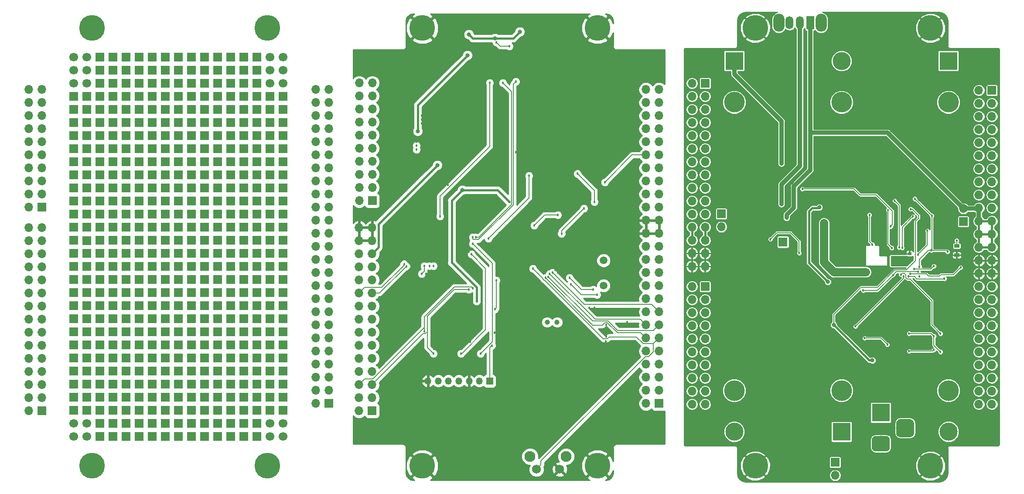
<source format=gbr>
%TF.GenerationSoftware,KiCad,Pcbnew,no-vcs-found-c6d0075~61~ubuntu17.10.1*%
%TF.CreationDate,2018-02-07T09:42:23+01:00*%
%TF.ProjectId,noname,6E6F6E616D652E6B696361645F706362,rev?*%
%TF.SameCoordinates,Original*%
%TF.FileFunction,Copper,L2,Bot,Signal*%
%TF.FilePolarity,Positive*%
%FSLAX46Y46*%
G04 Gerber Fmt 4.6, Leading zero omitted, Abs format (unit mm)*
G04 Created by KiCad (PCBNEW no-vcs-found-c6d0075~61~ubuntu17.10.1) date Wed Feb  7 09:42:23 2018*
%MOMM*%
%LPD*%
G01*
G04 APERTURE LIST*
%TA.AperFunction,SMDPad,CuDef*%
%ADD10R,0.650000X0.575000*%
%TD*%
%TA.AperFunction,ComponentPad*%
%ADD11R,1.700000X1.700000*%
%TD*%
%TA.AperFunction,ComponentPad*%
%ADD12O,1.700000X1.700000*%
%TD*%
%TA.AperFunction,ComponentPad*%
%ADD13R,1.500000X2.500000*%
%TD*%
%TA.AperFunction,ComponentPad*%
%ADD14O,1.500000X2.500000*%
%TD*%
%TA.AperFunction,ComponentPad*%
%ADD15O,2.200000X3.500000*%
%TD*%
%TA.AperFunction,ComponentPad*%
%ADD16C,4.000000*%
%TD*%
%TA.AperFunction,ComponentPad*%
%ADD17R,3.500000X3.500000*%
%TD*%
%TA.AperFunction,ComponentPad*%
%ADD18C,3.500000*%
%TD*%
%TA.AperFunction,ComponentPad*%
%ADD19C,5.000000*%
%TD*%
%TA.AperFunction,ComponentPad*%
%ADD20C,0.600000*%
%TD*%
%TA.AperFunction,Conductor*%
%ADD21R,1.800000X1.800000*%
%TD*%
%TA.AperFunction,ViaPad*%
%ADD22C,0.600000*%
%TD*%
%TA.AperFunction,Conductor*%
%ADD23C,0.100000*%
%TD*%
%TA.AperFunction,ComponentPad*%
%ADD24C,3.000000*%
%TD*%
%TA.AperFunction,SMDPad,CuDef*%
%ADD25R,1.000000X0.670000*%
%TD*%
%TA.AperFunction,ComponentPad*%
%ADD26O,1.350000X1.350000*%
%TD*%
%TA.AperFunction,ComponentPad*%
%ADD27R,1.350000X1.350000*%
%TD*%
%TA.AperFunction,ComponentPad*%
%ADD28C,2.100000*%
%TD*%
%TA.AperFunction,ComponentPad*%
%ADD29C,1.750000*%
%TD*%
%TA.AperFunction,ComponentPad*%
%ADD30C,1.000000*%
%TD*%
%TA.AperFunction,ComponentPad*%
%ADD31C,1.500000*%
%TD*%
%TA.AperFunction,ComponentPad*%
%ADD32C,1.700000*%
%TD*%
%TA.AperFunction,ViaPad*%
%ADD33C,0.812800*%
%TD*%
%TA.AperFunction,ViaPad*%
%ADD34C,0.457200*%
%TD*%
%TA.AperFunction,Conductor*%
%ADD35C,0.152400*%
%TD*%
%TA.AperFunction,Conductor*%
%ADD36C,1.625600*%
%TD*%
%TA.AperFunction,Conductor*%
%ADD37C,0.812800*%
%TD*%
%TA.AperFunction,Conductor*%
%ADD38C,0.457200*%
%TD*%
%TA.AperFunction,Conductor*%
%ADD39C,0.254000*%
%TD*%
G04 APERTURE END LIST*
D10*
%TO.P,J11,1*%
%TO.N,GNDD*%
X227253384Y-60258266D03*
%TO.P,J11,2*%
%TO.N,GND*%
X227253384Y-59483266D03*
%TD*%
D11*
%TO.P,J10,1*%
%TO.N,GNDD*%
X190677384Y-51742766D03*
D12*
%TO.P,J10,2*%
%TO.N,+5V*%
X190677384Y-54282766D03*
%TD*%
%TO.P,J9,2*%
%TO.N,+12V*%
X237667384Y-50726766D03*
D11*
%TO.P,J9,1*%
%TO.N,GNDD*%
X237667384Y-53266766D03*
%TD*%
%TO.P,J8,1*%
%TO.N,+15V*%
X212775384Y-100002766D03*
D12*
%TO.P,J8,2*%
%TO.N,GNDD*%
X212775384Y-102542766D03*
%TD*%
D13*
%TO.P,SW1,1*%
%TO.N,+12V*%
X207949384Y-14658766D03*
D14*
%TO.P,SW1,2*%
%TO.N,+BATT*%
X205949384Y-14658766D03*
%TO.P,SW1,3*%
%TO.N,Net-(SW1-Pad3)*%
X203949384Y-14658766D03*
D15*
%TO.P,SW1,*%
%TO.N,*%
X210049384Y-14658766D03*
X201849384Y-14658766D03*
%TD*%
D16*
%TO.P,BT1,*%
%TO.N,*%
X193207142Y-86038622D03*
X193207142Y-30038622D03*
D17*
%TO.P,BT1,1*%
%TO.N,/SRN*%
X193207142Y-22038622D03*
D18*
%TO.P,BT1,2*%
%TO.N,Net-(BT1-Pad2)*%
X193207142Y-94038622D03*
%TD*%
D19*
%TO.P,J7,101*%
%TO.N,GND*%
X197281384Y-15674766D03*
%TO.P,J7,102*%
X231281384Y-15674766D03*
%TO.P,J7,103*%
X231281384Y-100674766D03*
%TO.P,J7,104*%
X197281384Y-100674766D03*
D12*
%TO.P,J7,70*%
%TO.N,Net-(J7-Pad70)*%
X184991384Y-88734766D03*
%TO.P,J7,69*%
%TO.N,Net-(J7-Pad69)*%
X187531384Y-88734766D03*
%TO.P,J7,68*%
%TO.N,Net-(J7-Pad68)*%
X184991384Y-86194766D03*
%TO.P,J7,67*%
%TO.N,Net-(J7-Pad67)*%
X187531384Y-86194766D03*
%TO.P,J7,66*%
%TO.N,Net-(J7-Pad66)*%
X184991384Y-83654766D03*
%TO.P,J7,65*%
%TO.N,Net-(J7-Pad65)*%
X187531384Y-83654766D03*
%TO.P,J7,64*%
%TO.N,Net-(J7-Pad64)*%
X184991384Y-81114766D03*
%TO.P,J7,63*%
%TO.N,Net-(J7-Pad63)*%
X187531384Y-81114766D03*
%TO.P,J7,62*%
%TO.N,Net-(J7-Pad62)*%
X184991384Y-78574766D03*
%TO.P,J7,61*%
%TO.N,Net-(J7-Pad61)*%
X187531384Y-78574766D03*
%TO.P,J7,60*%
%TO.N,Net-(J7-Pad60)*%
X184991384Y-76034766D03*
%TO.P,J7,59*%
%TO.N,Net-(J7-Pad59)*%
X187531384Y-76034766D03*
%TO.P,J7,58*%
%TO.N,Net-(J7-Pad58)*%
X184991384Y-73494766D03*
%TO.P,J7,57*%
%TO.N,Net-(J7-Pad57)*%
X187531384Y-73494766D03*
%TO.P,J7,56*%
%TO.N,Net-(J7-Pad56)*%
X184991384Y-70954766D03*
%TO.P,J7,55*%
%TO.N,Net-(J7-Pad55)*%
X187531384Y-70954766D03*
%TO.P,J7,54*%
%TO.N,Net-(J7-Pad54)*%
X184991384Y-68414766D03*
%TO.P,J7,53*%
%TO.N,Net-(J7-Pad53)*%
X187531384Y-68414766D03*
%TO.P,J7,52*%
%TO.N,Net-(J7-Pad52)*%
X184991384Y-65874766D03*
D11*
%TO.P,J7,51*%
%TO.N,Net-(J7-Pad51)*%
X187531384Y-65874766D03*
D12*
%TO.P,J7,100*%
%TO.N,GND*%
X184991384Y-61934766D03*
%TO.P,J7,99*%
X187531384Y-61934766D03*
%TO.P,J7,98*%
X184991384Y-59394766D03*
%TO.P,J7,97*%
X187531384Y-59394766D03*
%TO.P,J7,96*%
%TO.N,+5V*%
X184991384Y-56854766D03*
%TO.P,J7,95*%
X187531384Y-56854766D03*
%TO.P,J7,94*%
X184991384Y-54314766D03*
%TO.P,J7,93*%
X187531384Y-54314766D03*
%TO.P,J7,92*%
%TO.N,Net-(J7-Pad92)*%
X184991384Y-51774766D03*
%TO.P,J7,91*%
%TO.N,Net-(J7-Pad91)*%
X187531384Y-51774766D03*
%TO.P,J7,90*%
%TO.N,Net-(J7-Pad90)*%
X184991384Y-49234766D03*
%TO.P,J7,89*%
%TO.N,Net-(J7-Pad89)*%
X187531384Y-49234766D03*
%TO.P,J7,88*%
%TO.N,Net-(J7-Pad88)*%
X184991384Y-46694766D03*
%TO.P,J7,87*%
%TO.N,Net-(J7-Pad87)*%
X187531384Y-46694766D03*
%TO.P,J7,86*%
%TO.N,Net-(J7-Pad86)*%
X184991384Y-44154766D03*
%TO.P,J7,85*%
%TO.N,Net-(J7-Pad85)*%
X187531384Y-44154766D03*
%TO.P,J7,84*%
%TO.N,Net-(J7-Pad84)*%
X184991384Y-41614766D03*
%TO.P,J7,83*%
%TO.N,Net-(J7-Pad83)*%
X187531384Y-41614766D03*
%TO.P,J7,82*%
%TO.N,Net-(J7-Pad82)*%
X184991384Y-39074766D03*
%TO.P,J7,81*%
%TO.N,Net-(J7-Pad81)*%
X187531384Y-39074766D03*
%TO.P,J7,80*%
%TO.N,Net-(J7-Pad80)*%
X184991384Y-36534766D03*
%TO.P,J7,79*%
%TO.N,Net-(J7-Pad79)*%
X187531384Y-36534766D03*
%TO.P,J7,78*%
%TO.N,Net-(J7-Pad78)*%
X184991384Y-33994766D03*
%TO.P,J7,77*%
%TO.N,Net-(J7-Pad77)*%
X187531384Y-33994766D03*
%TO.P,J7,76*%
%TO.N,Net-(J7-Pad76)*%
X184991384Y-31454766D03*
%TO.P,J7,75*%
%TO.N,Net-(J7-Pad75)*%
X187531384Y-31454766D03*
%TO.P,J7,74*%
%TO.N,Net-(J7-Pad74)*%
X184991384Y-28914766D03*
%TO.P,J7,73*%
%TO.N,Net-(J7-Pad73)*%
X187531384Y-28914766D03*
%TO.P,J7,72*%
%TO.N,Net-(J7-Pad72)*%
X184991384Y-26374766D03*
D11*
%TO.P,J7,71*%
%TO.N,Net-(J7-Pad71)*%
X187531384Y-26374766D03*
D12*
%TO.P,J7,50*%
%TO.N,Net-(J7-Pad50)*%
X240691384Y-88734766D03*
%TO.P,J7,49*%
%TO.N,Net-(J7-Pad49)*%
X243231384Y-88734766D03*
%TO.P,J7,48*%
%TO.N,Net-(J7-Pad48)*%
X240691384Y-86194766D03*
%TO.P,J7,47*%
%TO.N,Net-(J7-Pad47)*%
X243231384Y-86194766D03*
%TO.P,J7,46*%
%TO.N,Net-(J7-Pad46)*%
X240691384Y-83654766D03*
%TO.P,J7,45*%
%TO.N,Net-(J7-Pad45)*%
X243231384Y-83654766D03*
%TO.P,J7,44*%
%TO.N,Net-(J7-Pad44)*%
X240691384Y-81114766D03*
%TO.P,J7,43*%
%TO.N,Net-(J7-Pad43)*%
X243231384Y-81114766D03*
%TO.P,J7,42*%
%TO.N,Net-(J7-Pad42)*%
X240691384Y-78574766D03*
%TO.P,J7,41*%
%TO.N,Net-(J7-Pad41)*%
X243231384Y-78574766D03*
%TO.P,J7,40*%
%TO.N,Net-(J7-Pad40)*%
X240691384Y-76034766D03*
%TO.P,J7,39*%
%TO.N,Net-(J7-Pad39)*%
X243231384Y-76034766D03*
%TO.P,J7,38*%
%TO.N,Net-(J7-Pad38)*%
X240691384Y-73494766D03*
%TO.P,J7,37*%
%TO.N,Net-(J7-Pad37)*%
X243231384Y-73494766D03*
%TO.P,J7,36*%
%TO.N,Net-(J7-Pad36)*%
X240691384Y-70954766D03*
%TO.P,J7,35*%
%TO.N,Net-(J7-Pad35)*%
X243231384Y-70954766D03*
%TO.P,J7,34*%
%TO.N,Net-(J7-Pad34)*%
X240691384Y-68414766D03*
%TO.P,J7,33*%
%TO.N,Net-(J7-Pad33)*%
X243231384Y-68414766D03*
%TO.P,J7,32*%
%TO.N,Net-(J7-Pad32)*%
X240691384Y-65874766D03*
%TO.P,J7,31*%
%TO.N,Net-(J7-Pad31)*%
X243231384Y-65874766D03*
%TO.P,J7,30*%
%TO.N,GND*%
X240691384Y-63334766D03*
%TO.P,J7,29*%
X243231384Y-63334766D03*
%TO.P,J7,28*%
X240691384Y-60794766D03*
%TO.P,J7,27*%
X243231384Y-60794766D03*
%TO.P,J7,26*%
%TO.N,+12V*%
X240691384Y-58254766D03*
%TO.P,J7,25*%
X243231384Y-58254766D03*
%TO.P,J7,24*%
X240691384Y-55714766D03*
%TO.P,J7,23*%
X243231384Y-55714766D03*
%TO.P,J7,22*%
X240691384Y-53174766D03*
%TO.P,J7,21*%
X243231384Y-53174766D03*
%TO.P,J7,20*%
X240691384Y-50634766D03*
%TO.P,J7,19*%
%TO.N,Net-(J7-Pad19)*%
X243231384Y-50634766D03*
%TO.P,J7,18*%
%TO.N,Net-(J7-Pad18)*%
X240691384Y-48094766D03*
%TO.P,J7,17*%
%TO.N,Net-(J7-Pad17)*%
X243231384Y-48094766D03*
%TO.P,J7,16*%
%TO.N,Net-(J7-Pad16)*%
X240691384Y-45554766D03*
%TO.P,J7,15*%
%TO.N,Net-(J7-Pad15)*%
X243231384Y-45554766D03*
%TO.P,J7,14*%
%TO.N,Net-(J7-Pad14)*%
X240691384Y-43014766D03*
%TO.P,J7,13*%
%TO.N,Net-(J7-Pad13)*%
X243231384Y-43014766D03*
%TO.P,J7,12*%
%TO.N,Net-(J7-Pad12)*%
X240691384Y-40474766D03*
%TO.P,J7,11*%
%TO.N,Net-(J7-Pad11)*%
X243231384Y-40474766D03*
%TO.P,J7,10*%
%TO.N,Net-(J7-Pad10)*%
X240691384Y-37934766D03*
%TO.P,J7,9*%
%TO.N,Net-(J7-Pad9)*%
X243231384Y-37934766D03*
%TO.P,J7,8*%
%TO.N,Net-(J7-Pad8)*%
X240691384Y-35394766D03*
%TO.P,J7,7*%
%TO.N,Net-(J7-Pad7)*%
X243231384Y-35394766D03*
%TO.P,J7,6*%
%TO.N,Net-(J7-Pad6)*%
X240691384Y-32854766D03*
%TO.P,J7,5*%
%TO.N,Net-(J7-Pad5)*%
X243231384Y-32854766D03*
%TO.P,J7,4*%
%TO.N,Net-(J7-Pad4)*%
X240691384Y-30314766D03*
%TO.P,J7,3*%
%TO.N,Net-(J7-Pad3)*%
X243231384Y-30314766D03*
%TO.P,J7,2*%
%TO.N,Net-(J7-Pad2)*%
X240691384Y-27774766D03*
D11*
%TO.P,J7,1*%
%TO.N,Net-(J7-Pad1)*%
X243231384Y-27774766D03*
%TD*%
D20*
%TO.P,U1,25*%
%TO.N,GNDD*%
X224094384Y-61386766D03*
X225094384Y-61386766D03*
X226094384Y-61386766D03*
X226094384Y-60386766D03*
X225094384Y-60386766D03*
X224094384Y-60386766D03*
%TD*%
D16*
%TO.P,BT3,*%
%TO.N,*%
X234792143Y-86038622D03*
X234792143Y-30038622D03*
D17*
%TO.P,BT3,1*%
%TO.N,Net-(BT2-Pad2)*%
X234792143Y-22038622D03*
D18*
%TO.P,BT3,2*%
%TO.N,GNDD*%
X234792143Y-94038622D03*
%TD*%
D16*
%TO.P,BT2,*%
%TO.N,*%
X214035142Y-30051621D03*
X214035142Y-86051621D03*
D17*
%TO.P,BT2,1*%
%TO.N,Net-(BT1-Pad2)*%
X214035142Y-94051621D03*
D18*
%TO.P,BT2,2*%
%TO.N,Net-(BT2-Pad2)*%
X214035142Y-22051621D03*
%TD*%
D21*
%TO.N,GNDD*%
%TO.C,U2*%
X202659046Y-57202707D03*
D22*
X202659046Y-57202707D03*
X202159046Y-57702707D03*
X202159046Y-56702707D03*
X203159046Y-56702707D03*
X203159046Y-57702707D03*
%TD*%
D17*
%TO.P,J1,1*%
%TO.N,+15V*%
X221665384Y-90350766D03*
D23*
%TD*%
%TO.N,GNDD*%
%TO.C,J1*%
G36*
X222738897Y-94854377D02*
X222811702Y-94865177D01*
X222883098Y-94883061D01*
X222952397Y-94907856D01*
X223018932Y-94939325D01*
X223082062Y-94977164D01*
X223141179Y-95021008D01*
X223195714Y-95070436D01*
X223245142Y-95124971D01*
X223288986Y-95184088D01*
X223326825Y-95247218D01*
X223358294Y-95313753D01*
X223383089Y-95383052D01*
X223400973Y-95454448D01*
X223411773Y-95527253D01*
X223415384Y-95600766D01*
X223415384Y-97100766D01*
X223411773Y-97174279D01*
X223400973Y-97247084D01*
X223383089Y-97318480D01*
X223358294Y-97387779D01*
X223326825Y-97454314D01*
X223288986Y-97517444D01*
X223245142Y-97576561D01*
X223195714Y-97631096D01*
X223141179Y-97680524D01*
X223082062Y-97724368D01*
X223018932Y-97762207D01*
X222952397Y-97793676D01*
X222883098Y-97818471D01*
X222811702Y-97836355D01*
X222738897Y-97847155D01*
X222665384Y-97850766D01*
X220665384Y-97850766D01*
X220591871Y-97847155D01*
X220519066Y-97836355D01*
X220447670Y-97818471D01*
X220378371Y-97793676D01*
X220311836Y-97762207D01*
X220248706Y-97724368D01*
X220189589Y-97680524D01*
X220135054Y-97631096D01*
X220085626Y-97576561D01*
X220041782Y-97517444D01*
X220003943Y-97454314D01*
X219972474Y-97387779D01*
X219947679Y-97318480D01*
X219929795Y-97247084D01*
X219918995Y-97174279D01*
X219915384Y-97100766D01*
X219915384Y-95600766D01*
X219918995Y-95527253D01*
X219929795Y-95454448D01*
X219947679Y-95383052D01*
X219972474Y-95313753D01*
X220003943Y-95247218D01*
X220041782Y-95184088D01*
X220085626Y-95124971D01*
X220135054Y-95070436D01*
X220189589Y-95021008D01*
X220248706Y-94977164D01*
X220311836Y-94939325D01*
X220378371Y-94907856D01*
X220447670Y-94883061D01*
X220519066Y-94865177D01*
X220591871Y-94854377D01*
X220665384Y-94850766D01*
X222665384Y-94850766D01*
X222738897Y-94854377D01*
X222738897Y-94854377D01*
G37*
D24*
%TO.P,J1,2*%
%TO.N,GNDD*%
X221665384Y-96350766D03*
D23*
%TD*%
%TO.N,Net-(J1-Pad3)*%
%TO.C,J1*%
G36*
X227326149Y-91604979D02*
X227411088Y-91617579D01*
X227494383Y-91638443D01*
X227575232Y-91667371D01*
X227652856Y-91704085D01*
X227726508Y-91748230D01*
X227795478Y-91799382D01*
X227859102Y-91857048D01*
X227916768Y-91920672D01*
X227967920Y-91989642D01*
X228012065Y-92063294D01*
X228048779Y-92140918D01*
X228077707Y-92221767D01*
X228098571Y-92305062D01*
X228111171Y-92390001D01*
X228115384Y-92475766D01*
X228115384Y-94225766D01*
X228111171Y-94311531D01*
X228098571Y-94396470D01*
X228077707Y-94479765D01*
X228048779Y-94560614D01*
X228012065Y-94638238D01*
X227967920Y-94711890D01*
X227916768Y-94780860D01*
X227859102Y-94844484D01*
X227795478Y-94902150D01*
X227726508Y-94953302D01*
X227652856Y-94997447D01*
X227575232Y-95034161D01*
X227494383Y-95063089D01*
X227411088Y-95083953D01*
X227326149Y-95096553D01*
X227240384Y-95100766D01*
X225490384Y-95100766D01*
X225404619Y-95096553D01*
X225319680Y-95083953D01*
X225236385Y-95063089D01*
X225155536Y-95034161D01*
X225077912Y-94997447D01*
X225004260Y-94953302D01*
X224935290Y-94902150D01*
X224871666Y-94844484D01*
X224814000Y-94780860D01*
X224762848Y-94711890D01*
X224718703Y-94638238D01*
X224681989Y-94560614D01*
X224653061Y-94479765D01*
X224632197Y-94396470D01*
X224619597Y-94311531D01*
X224615384Y-94225766D01*
X224615384Y-92475766D01*
X224619597Y-92390001D01*
X224632197Y-92305062D01*
X224653061Y-92221767D01*
X224681989Y-92140918D01*
X224718703Y-92063294D01*
X224762848Y-91989642D01*
X224814000Y-91920672D01*
X224871666Y-91857048D01*
X224935290Y-91799382D01*
X225004260Y-91748230D01*
X225077912Y-91704085D01*
X225155536Y-91667371D01*
X225236385Y-91638443D01*
X225319680Y-91617579D01*
X225404619Y-91604979D01*
X225490384Y-91600766D01*
X227240384Y-91600766D01*
X227326149Y-91604979D01*
X227326149Y-91604979D01*
G37*
D18*
%TO.P,J1,3*%
%TO.N,Net-(J1-Pad3)*%
X226365384Y-93350766D03*
%TD*%
D25*
%TO.P,TH1,2*%
%TO.N,GND*%
X236397384Y-59729766D03*
%TO.P,TH1,1*%
%TO.N,Net-(R8-Pad1)*%
X236397384Y-57979766D03*
%TD*%
D11*
%TO.P,J2,1*%
%TO.N,/pe2*%
X178608384Y-88573234D03*
D12*
%TO.P,J2,2*%
%TO.N,/pe3*%
X176068384Y-88573234D03*
%TO.P,J2,3*%
%TO.N,/pe4*%
X178608384Y-86033234D03*
%TO.P,J2,4*%
%TO.N,/pe5*%
X176068384Y-86033234D03*
%TO.P,J2,5*%
%TO.N,/pe6*%
X178608384Y-83493234D03*
%TO.P,J2,6*%
%TO.N,/pc13*%
X176068384Y-83493234D03*
%TO.P,J2,7*%
%TO.N,/pc14*%
X178608384Y-80953234D03*
%TO.P,J2,8*%
%TO.N,/pc15*%
X176068384Y-80953234D03*
%TO.P,J2,9*%
%TO.N,/ph0*%
X178608384Y-78413234D03*
%TO.P,J2,10*%
%TO.N,/ph1*%
X176068384Y-78413234D03*
%TO.P,J2,11*%
%TO.N,/nrst*%
X178608384Y-75873234D03*
%TO.P,J2,12*%
%TO.N,/pc0*%
X176068384Y-75873234D03*
%TO.P,J2,13*%
%TO.N,/pc1*%
X178608384Y-73333234D03*
%TO.P,J2,14*%
%TO.N,/pc2*%
X176068384Y-73333234D03*
%TO.P,J2,15*%
%TO.N,/pc3*%
X178608384Y-70793234D03*
%TO.P,J2,16*%
%TO.N,/pa0*%
X176068384Y-70793234D03*
%TO.P,J2,17*%
%TO.N,/pa1*%
X178608384Y-68253234D03*
%TO.P,J2,18*%
%TO.N,/pa2*%
X176068384Y-68253234D03*
%TO.P,J2,19*%
%TO.N,/pa3*%
X178608384Y-65713234D03*
%TO.P,J2,20*%
%TO.N,+12V*%
X176068384Y-65713234D03*
%TO.P,J2,21*%
X178608384Y-63173234D03*
%TO.P,J2,22*%
X176068384Y-63173234D03*
%TO.P,J2,23*%
X178608384Y-60633234D03*
%TO.P,J2,24*%
X176068384Y-60633234D03*
%TO.P,J2,25*%
X178608384Y-58093234D03*
%TO.P,J2,26*%
X176068384Y-58093234D03*
%TO.P,J2,27*%
%TO.N,GND*%
X178608384Y-55553234D03*
%TO.P,J2,28*%
X176068384Y-55553234D03*
%TO.P,J2,29*%
X178608384Y-53013234D03*
%TO.P,J2,30*%
X176068384Y-53013234D03*
%TO.P,J2,31*%
%TO.N,/pa5*%
X178608384Y-50473234D03*
%TO.P,J2,32*%
%TO.N,/pa4*%
X176068384Y-50473234D03*
%TO.P,J2,33*%
%TO.N,/pa7*%
X178608384Y-47933234D03*
%TO.P,J2,34*%
%TO.N,/pa6*%
X176068384Y-47933234D03*
%TO.P,J2,35*%
%TO.N,/pc5*%
X178608384Y-45393234D03*
%TO.P,J2,36*%
%TO.N,/pc4*%
X176068384Y-45393234D03*
%TO.P,J2,37*%
%TO.N,/pb1*%
X178608384Y-42853234D03*
%TO.P,J2,38*%
%TO.N,/pb0*%
X176068384Y-42853234D03*
%TO.P,J2,39*%
%TO.N,/pe7*%
X178608384Y-40313234D03*
%TO.P,J2,40*%
%TO.N,/pb2*%
X176068384Y-40313234D03*
%TO.P,J2,41*%
%TO.N,/pe9*%
X178608384Y-37773234D03*
%TO.P,J2,42*%
%TO.N,/pe8*%
X176068384Y-37773234D03*
%TO.P,J2,43*%
%TO.N,/pe11*%
X178608384Y-35233234D03*
%TO.P,J2,44*%
%TO.N,/pe10*%
X176068384Y-35233234D03*
%TO.P,J2,45*%
%TO.N,/pe13*%
X178608384Y-32693234D03*
%TO.P,J2,46*%
%TO.N,/pe12*%
X176068384Y-32693234D03*
%TO.P,J2,47*%
%TO.N,/pe15*%
X178608384Y-30153234D03*
%TO.P,J2,48*%
%TO.N,/pe14*%
X176068384Y-30153234D03*
%TO.P,J2,49*%
%TO.N,/pb11*%
X178608384Y-27613234D03*
%TO.P,J2,50*%
%TO.N,/pb10*%
X176068384Y-27613234D03*
D11*
%TO.P,J2,71*%
%TO.N,/pe1*%
X122908384Y-89973234D03*
D12*
%TO.P,J2,72*%
%TO.N,/pe0*%
X120368384Y-89973234D03*
%TO.P,J2,73*%
%TO.N,/pb9*%
X122908384Y-87433234D03*
%TO.P,J2,74*%
%TO.N,/pb8*%
X120368384Y-87433234D03*
%TO.P,J2,75*%
%TO.N,/pb7*%
X122908384Y-84893234D03*
%TO.P,J2,76*%
%TO.N,/pb6*%
X120368384Y-84893234D03*
%TO.P,J2,77*%
%TO.N,/pb5*%
X122908384Y-82353234D03*
%TO.P,J2,78*%
%TO.N,/pb4*%
X120368384Y-82353234D03*
%TO.P,J2,79*%
%TO.N,/pb3*%
X122908384Y-79813234D03*
%TO.P,J2,80*%
%TO.N,/pd7*%
X120368384Y-79813234D03*
%TO.P,J2,81*%
%TO.N,/pd6*%
X122908384Y-77273234D03*
%TO.P,J2,82*%
%TO.N,/pd5*%
X120368384Y-77273234D03*
%TO.P,J2,83*%
%TO.N,/pd4*%
X122908384Y-74733234D03*
%TO.P,J2,84*%
%TO.N,/pd3*%
X120368384Y-74733234D03*
%TO.P,J2,85*%
%TO.N,/pd2*%
X122908384Y-72193234D03*
%TO.P,J2,86*%
%TO.N,/pd1*%
X120368384Y-72193234D03*
%TO.P,J2,87*%
%TO.N,/pd0*%
X122908384Y-69653234D03*
%TO.P,J2,88*%
%TO.N,/pc12*%
X120368384Y-69653234D03*
%TO.P,J2,89*%
%TO.N,/pc11*%
X122908384Y-67113234D03*
%TO.P,J2,90*%
%TO.N,/pc10*%
X120368384Y-67113234D03*
%TO.P,J2,91*%
%TO.N,/pa15*%
X122908384Y-64573234D03*
%TO.P,J2,92*%
%TO.N,/pa12*%
X120368384Y-64573234D03*
%TO.P,J2,93*%
%TO.N,+5V*%
X122908384Y-62033234D03*
%TO.P,J2,94*%
X120368384Y-62033234D03*
%TO.P,J2,95*%
X122908384Y-59493234D03*
%TO.P,J2,96*%
X120368384Y-59493234D03*
%TO.P,J2,97*%
%TO.N,GND*%
X122908384Y-56953234D03*
%TO.P,J2,98*%
X120368384Y-56953234D03*
%TO.P,J2,99*%
X122908384Y-54413234D03*
%TO.P,J2,100*%
X120368384Y-54413234D03*
D11*
%TO.P,J2,51*%
%TO.N,/pa10*%
X122932923Y-49173009D03*
D12*
%TO.P,J2,52*%
%TO.N,/pa11*%
X120392923Y-49173009D03*
%TO.P,J2,53*%
%TO.N,/pa8*%
X122932923Y-46633009D03*
%TO.P,J2,54*%
%TO.N,/pa9*%
X120392923Y-46633009D03*
%TO.P,J2,55*%
%TO.N,/pc8*%
X122932923Y-44093009D03*
%TO.P,J2,56*%
%TO.N,/pc9*%
X120392923Y-44093009D03*
%TO.P,J2,57*%
%TO.N,/pc6*%
X122932923Y-41553009D03*
%TO.P,J2,58*%
%TO.N,/pc7*%
X120392923Y-41553009D03*
%TO.P,J2,59*%
%TO.N,/pd14*%
X122932923Y-39013009D03*
%TO.P,J2,60*%
%TO.N,/pd15*%
X120392923Y-39013009D03*
%TO.P,J2,61*%
%TO.N,/pd12*%
X122932923Y-36473009D03*
%TO.P,J2,62*%
%TO.N,/pd13*%
X120392923Y-36473009D03*
%TO.P,J2,63*%
%TO.N,/pd10*%
X122932923Y-33933009D03*
%TO.P,J2,64*%
%TO.N,/pd11*%
X120392923Y-33933009D03*
%TO.P,J2,65*%
%TO.N,/pd8*%
X122932923Y-31393009D03*
%TO.P,J2,66*%
%TO.N,/pd9*%
X120392923Y-31393009D03*
%TO.P,J2,67*%
%TO.N,/pb14*%
X122932923Y-28853009D03*
%TO.P,J2,68*%
%TO.N,/pb15*%
X120392923Y-28853009D03*
%TO.P,J2,69*%
%TO.N,/pb12*%
X122932923Y-26313009D03*
%TO.P,J2,70*%
%TO.N,/pb13*%
X120392923Y-26313009D03*
D19*
%TO.P,J2,104*%
%TO.N,GND*%
X132658384Y-15673234D03*
%TO.P,J2,103*%
X166658384Y-15673234D03*
%TO.P,J2,102*%
X166658384Y-100673234D03*
%TO.P,J2,101*%
X132658384Y-100673234D03*
%TD*%
D26*
%TO.P,J1,7*%
%TO.N,GND*%
X133725384Y-84208234D03*
%TO.P,J1,6*%
%TO.N,/consoleTx*%
X135725384Y-84208234D03*
%TO.P,J1,5*%
%TO.N,/consoleRx*%
X137725384Y-84208234D03*
%TO.P,J1,4*%
%TO.N,Net-(J1-Pad4)*%
X139725384Y-84208234D03*
%TO.P,J1,3*%
%TO.N,GND*%
X141725384Y-84208234D03*
%TO.P,J1,2*%
%TO.N,Net-(J1-Pad2)*%
X143725384Y-84208234D03*
D27*
%TO.P,J1,1*%
%TO.N,+3V3*%
X145725384Y-84208234D03*
%TD*%
D28*
%TO.P,SW1,*%
%TO.N,*%
X153554384Y-98863234D03*
D29*
%TO.P,SW1,2*%
%TO.N,/nrst*%
X154814384Y-101353234D03*
%TO.P,SW1,1*%
%TO.N,GND*%
X159314384Y-101353234D03*
D28*
%TO.P,SW1,*%
%TO.N,*%
X160564384Y-98863234D03*
%TD*%
D30*
%TO.P,Y1,2*%
%TO.N,Net-(C10-Pad2)*%
X158801384Y-72778234D03*
%TO.P,Y1,1*%
%TO.N,Net-(C9-Pad2)*%
X156901384Y-72778234D03*
%TD*%
D31*
%TO.P,Y2,2*%
%TO.N,Net-(C13-Pad2)*%
X167823384Y-60786234D03*
%TO.P,Y2,1*%
%TO.N,Net-(C12-Pad2)*%
X167823384Y-65666234D03*
%TD*%
D11*
%TO.P,J2,1*%
%TO.N,Net-(J2-Pad1)*%
X92905384Y-23880234D03*
%TD*%
%TO.P,J101,1*%
%TO.N,Net-(J1-Pad69)*%
X67505384Y-28960234D03*
%TD*%
%TO.P,J100,1*%
%TO.N,Net-(J1-Pad67)*%
X67505384Y-31500234D03*
%TD*%
%TO.P,J99,1*%
%TO.N,Net-(J1-Pad65)*%
X67505384Y-34040234D03*
%TD*%
%TO.P,J98,1*%
%TO.N,Net-(J1-Pad63)*%
X67505384Y-36580234D03*
%TD*%
%TO.P,J97,1*%
%TO.N,Net-(J1-Pad61)*%
X67505384Y-39120234D03*
%TD*%
%TO.P,J96,1*%
%TO.N,Net-(J1-Pad59)*%
X67505384Y-41660234D03*
%TD*%
%TO.P,J95,1*%
%TO.N,Net-(J1-Pad57)*%
X67505384Y-44200234D03*
%TD*%
%TO.P,J94,1*%
%TO.N,Net-(J1-Pad55)*%
X67505384Y-46740234D03*
%TD*%
%TO.P,J93,1*%
%TO.N,Net-(J1-Pad53)*%
X67505384Y-49280234D03*
%TD*%
%TO.P,J92,1*%
%TO.N,Net-(J1-Pad51)*%
X67505384Y-51820234D03*
%TD*%
%TO.P,J91,1*%
%TO.N,Net-(J1-Pad99)*%
X67505384Y-54360234D03*
%TD*%
%TO.P,J90,1*%
%TO.N,Net-(J1-Pad97)*%
X67505384Y-56951615D03*
%TD*%
%TO.P,J89,1*%
%TO.N,Net-(J1-Pad95)*%
X67505384Y-59440234D03*
%TD*%
%TO.P,J88,1*%
%TO.N,Net-(J1-Pad93)*%
X67505384Y-61980234D03*
%TD*%
%TO.P,J87,1*%
%TO.N,Net-(J1-Pad91)*%
X67505384Y-64520234D03*
%TD*%
%TO.P,J86,1*%
%TO.N,Net-(J1-Pad89)*%
X67505384Y-67060234D03*
%TD*%
%TO.P,J85,1*%
%TO.N,Net-(J1-Pad87)*%
X67505384Y-69600234D03*
%TD*%
%TO.P,J84,1*%
%TO.N,Net-(J1-Pad85)*%
X67505384Y-72140234D03*
%TD*%
%TO.P,J83,1*%
%TO.N,Net-(J1-Pad83)*%
X67505384Y-74680234D03*
%TD*%
%TO.P,J82,1*%
%TO.N,Net-(J1-Pad81)*%
X67505384Y-77220234D03*
%TD*%
%TO.P,J79,1*%
%TO.N,Net-(J1-Pad75)*%
X67505384Y-84840234D03*
%TD*%
%TO.P,J78,1*%
%TO.N,Net-(J1-Pad73)*%
X67505384Y-87380234D03*
%TD*%
%TO.P,J77,1*%
%TO.N,Net-(J1-Pad71)*%
X67505384Y-89920234D03*
%TD*%
%TO.P,J81,1*%
%TO.N,Net-(J1-Pad79)*%
X67505384Y-79760234D03*
%TD*%
%TO.P,J80,1*%
%TO.N,Net-(J1-Pad77)*%
X67505384Y-82300234D03*
%TD*%
%TO.P,J67,1*%
%TO.N,Net-(J1-Pad82)*%
X64965384Y-77220234D03*
%TD*%
%TO.P,J76,1*%
%TO.N,Net-(J1-Pad100)*%
X64965384Y-54360234D03*
%TD*%
%TO.P,J75,1*%
%TO.N,Net-(J1-Pad98)*%
X64965384Y-56900234D03*
%TD*%
%TO.P,J74,1*%
%TO.N,Net-(J1-Pad96)*%
X64965384Y-59440234D03*
%TD*%
%TO.P,J73,1*%
%TO.N,Net-(J1-Pad94)*%
X64965384Y-61980234D03*
%TD*%
%TO.P,J72,1*%
%TO.N,Net-(J1-Pad92)*%
X64965384Y-64520234D03*
%TD*%
%TO.P,J71,1*%
%TO.N,Net-(J1-Pad90)*%
X64965384Y-67060234D03*
%TD*%
%TO.P,J70,1*%
%TO.N,Net-(J1-Pad88)*%
X64965384Y-69600234D03*
%TD*%
%TO.P,J60,1*%
%TO.N,Net-(J1-Pad66)*%
X64965384Y-34040234D03*
%TD*%
%TO.P,J68,1*%
%TO.N,Net-(J1-Pad84)*%
X64965384Y-74680234D03*
%TD*%
%TO.P,J39,1*%
%TO.N,Net-(J1-Pad23)*%
X105605384Y-61980234D03*
%TD*%
%TO.P,J66,1*%
%TO.N,Net-(J1-Pad80)*%
X64965384Y-79760234D03*
%TD*%
%TO.P,J65,1*%
%TO.N,Net-(J1-Pad78)*%
X64965384Y-82300234D03*
%TD*%
%TO.P,J64,1*%
%TO.N,Net-(J1-Pad76)*%
X64965384Y-84840234D03*
%TD*%
%TO.P,J63,1*%
%TO.N,Net-(J1-Pad74)*%
X64965384Y-87380234D03*
%TD*%
%TO.P,J62,1*%
%TO.N,Net-(J1-Pad70)*%
X64965384Y-28960234D03*
%TD*%
%TO.P,J61,1*%
%TO.N,Net-(J1-Pad68)*%
X64965384Y-31500234D03*
%TD*%
%TO.P,J69,1*%
%TO.N,Net-(J1-Pad86)*%
X64965384Y-72140234D03*
%TD*%
%TO.P,J57,1*%
%TO.N,Net-(J1-Pad60)*%
X64965384Y-41660234D03*
%TD*%
%TO.P,J58,1*%
%TO.N,Net-(J1-Pad62)*%
X64965384Y-39120234D03*
%TD*%
%TO.P,J56,1*%
%TO.N,Net-(J1-Pad58)*%
X64965384Y-44200234D03*
%TD*%
%TO.P,J55,1*%
%TO.N,Net-(J1-Pad56)*%
X64965384Y-46740234D03*
%TD*%
%TO.P,J54,1*%
%TO.N,Net-(J1-Pad54)*%
X64965384Y-49280234D03*
%TD*%
%TO.P,J53,1*%
%TO.N,Net-(J1-Pad52)*%
X64965384Y-51820234D03*
%TD*%
%TO.P,J52,1*%
%TO.N,Net-(J1-Pad49)*%
X105605384Y-28960234D03*
%TD*%
%TO.P,J51,1*%
%TO.N,Net-(J1-Pad47)*%
X105605384Y-31500234D03*
%TD*%
%TO.P,J40,1*%
%TO.N,Net-(J1-Pad25)*%
X105605384Y-59440234D03*
%TD*%
%TO.P,J49,1*%
%TO.N,Net-(J1-Pad43)*%
X105605384Y-36580234D03*
%TD*%
%TO.P,J48,1*%
%TO.N,Net-(J1-Pad41)*%
X105605384Y-39120234D03*
%TD*%
%TO.P,J47,1*%
%TO.N,Net-(J1-Pad39)*%
X105605384Y-41660234D03*
%TD*%
%TO.P,J46,1*%
%TO.N,Net-(J1-Pad37)*%
X105605384Y-44200234D03*
%TD*%
%TO.P,J45,1*%
%TO.N,Net-(J1-Pad35)*%
X105605384Y-46740234D03*
%TD*%
%TO.P,J44,1*%
%TO.N,Net-(J1-Pad33)*%
X105605384Y-49280234D03*
%TD*%
%TO.P,J43,1*%
%TO.N,Net-(J1-Pad31)*%
X105605384Y-51820234D03*
%TD*%
%TO.P,J42,1*%
%TO.N,Net-(J1-Pad29)*%
X105605384Y-54360234D03*
%TD*%
%TO.P,J41,1*%
%TO.N,Net-(J1-Pad27)*%
X105605384Y-56900234D03*
%TD*%
%TO.P,J50,1*%
%TO.N,Net-(J1-Pad45)*%
X105605384Y-34040234D03*
%TD*%
%TO.P,J29,1*%
%TO.N,Net-(J1-Pad3)*%
X105605384Y-87380234D03*
%TD*%
%TO.P,J37,1*%
%TO.N,Net-(J1-Pad19)*%
X105605384Y-67060234D03*
%TD*%
%TO.P,J36,1*%
%TO.N,Net-(J1-Pad17)*%
X105605384Y-69600234D03*
%TD*%
%TO.P,J35,1*%
%TO.N,Net-(J1-Pad15)*%
X105605384Y-72140234D03*
%TD*%
%TO.P,J34,1*%
%TO.N,Net-(J1-Pad13)*%
X105605384Y-74680234D03*
%TD*%
%TO.P,J33,1*%
%TO.N,Net-(J1-Pad11)*%
X105605384Y-77220234D03*
%TD*%
%TO.P,J32,1*%
%TO.N,Net-(J1-Pad9)*%
X105605384Y-79760234D03*
%TD*%
%TO.P,J31,1*%
%TO.N,Net-(J1-Pad7)*%
X105605384Y-82300234D03*
%TD*%
%TO.P,J59,1*%
%TO.N,Net-(J1-Pad64)*%
X64965384Y-36580234D03*
%TD*%
%TO.P,J38,1*%
%TO.N,Net-(J1-Pad21)*%
X105605384Y-64520234D03*
%TD*%
%TO.P,J28,1*%
%TO.N,Net-(J1-Pad1)*%
X105605384Y-89920234D03*
%TD*%
%TO.P,J27,1*%
%TO.N,Net-(J1-Pad50)*%
X103065384Y-28960234D03*
%TD*%
%TO.P,J26,1*%
%TO.N,Net-(J1-Pad48)*%
X103065384Y-31500234D03*
%TD*%
%TO.P,J25,1*%
%TO.N,Net-(J1-Pad46)*%
X103065384Y-34040234D03*
%TD*%
%TO.P,J24,1*%
%TO.N,Net-(J1-Pad44)*%
X103065384Y-36580234D03*
%TD*%
%TO.P,J23,1*%
%TO.N,Net-(J1-Pad42)*%
X103065384Y-39120234D03*
%TD*%
%TO.P,J22,1*%
%TO.N,Net-(J1-Pad40)*%
X103065384Y-41660234D03*
%TD*%
%TO.P,J21,1*%
%TO.N,Net-(J1-Pad38)*%
X103065384Y-44200234D03*
%TD*%
%TO.P,J30,1*%
%TO.N,Net-(J1-Pad5)*%
X105605384Y-84840234D03*
%TD*%
%TO.P,J10,1*%
%TO.N,Net-(J1-Pad16)*%
X103065384Y-72140234D03*
%TD*%
%TO.P,J19,1*%
%TO.N,Net-(J1-Pad34)*%
X103065384Y-49280234D03*
%TD*%
%TO.P,J18,1*%
%TO.N,Net-(J1-Pad32)*%
X103065384Y-51820234D03*
%TD*%
%TO.P,J17,1*%
%TO.N,Net-(J1-Pad30)*%
X103065384Y-54360234D03*
%TD*%
%TO.P,J16,1*%
%TO.N,Net-(J1-Pad28)*%
X103065384Y-56900234D03*
%TD*%
%TO.P,J15,1*%
%TO.N,Net-(J1-Pad26)*%
X103065384Y-59440234D03*
%TD*%
%TO.P,J14,1*%
%TO.N,Net-(J1-Pad24)*%
X103065384Y-61980234D03*
%TD*%
%TO.P,J13,1*%
%TO.N,Net-(J1-Pad22)*%
X103065384Y-64520234D03*
%TD*%
%TO.P,J12,1*%
%TO.N,Net-(J1-Pad20)*%
X103065384Y-67060234D03*
%TD*%
%TO.P,J11,1*%
%TO.N,Net-(J1-Pad18)*%
X103065384Y-69600234D03*
%TD*%
%TO.P,J20,1*%
%TO.N,Net-(J1-Pad36)*%
X103065384Y-46740234D03*
%TD*%
%TO.P,J9,1*%
%TO.N,Net-(J1-Pad14)*%
X103065384Y-74680234D03*
%TD*%
%TO.P,J8,1*%
%TO.N,Net-(J1-Pad12)*%
X103065384Y-77220234D03*
%TD*%
%TO.P,J7,1*%
%TO.N,Net-(J1-Pad10)*%
X103065384Y-79760234D03*
%TD*%
%TO.P,J6,1*%
%TO.N,Net-(J1-Pad8)*%
X103065384Y-82300234D03*
%TD*%
%TO.P,J5,1*%
%TO.N,Net-(J1-Pad6)*%
X103065384Y-84840234D03*
%TD*%
%TO.P,J4,1*%
%TO.N,Net-(J1-Pad4)*%
X103065384Y-87380234D03*
%TD*%
%TO.P,J3,1*%
%TO.N,Net-(J1-Pad2)*%
X103065384Y-89920234D03*
%TD*%
%TO.P,J1,1*%
%TO.N,Net-(J1-Pad1)*%
X114485384Y-88570234D03*
D12*
%TO.P,J1,2*%
%TO.N,Net-(J1-Pad2)*%
X111945384Y-88570234D03*
%TO.P,J1,3*%
%TO.N,Net-(J1-Pad3)*%
X114485384Y-86030234D03*
%TO.P,J1,4*%
%TO.N,Net-(J1-Pad4)*%
X111945384Y-86030234D03*
%TO.P,J1,5*%
%TO.N,Net-(J1-Pad5)*%
X114485384Y-83490234D03*
%TO.P,J1,6*%
%TO.N,Net-(J1-Pad6)*%
X111945384Y-83490234D03*
%TO.P,J1,7*%
%TO.N,Net-(J1-Pad7)*%
X114485384Y-80950234D03*
%TO.P,J1,8*%
%TO.N,Net-(J1-Pad8)*%
X111945384Y-80950234D03*
%TO.P,J1,9*%
%TO.N,Net-(J1-Pad9)*%
X114485384Y-78410234D03*
%TO.P,J1,10*%
%TO.N,Net-(J1-Pad10)*%
X111945384Y-78410234D03*
%TO.P,J1,11*%
%TO.N,Net-(J1-Pad11)*%
X114485384Y-75870234D03*
%TO.P,J1,12*%
%TO.N,Net-(J1-Pad12)*%
X111945384Y-75870234D03*
%TO.P,J1,13*%
%TO.N,Net-(J1-Pad13)*%
X114485384Y-73330234D03*
%TO.P,J1,14*%
%TO.N,Net-(J1-Pad14)*%
X111945384Y-73330234D03*
%TO.P,J1,15*%
%TO.N,Net-(J1-Pad15)*%
X114485384Y-70790234D03*
%TO.P,J1,16*%
%TO.N,Net-(J1-Pad16)*%
X111945384Y-70790234D03*
%TO.P,J1,17*%
%TO.N,Net-(J1-Pad17)*%
X114485384Y-68250234D03*
%TO.P,J1,18*%
%TO.N,Net-(J1-Pad18)*%
X111945384Y-68250234D03*
%TO.P,J1,19*%
%TO.N,Net-(J1-Pad19)*%
X114485384Y-65710234D03*
%TO.P,J1,20*%
%TO.N,Net-(J1-Pad20)*%
X111945384Y-65710234D03*
%TO.P,J1,21*%
%TO.N,Net-(J1-Pad21)*%
X114485384Y-63170234D03*
%TO.P,J1,22*%
%TO.N,Net-(J1-Pad22)*%
X111945384Y-63170234D03*
%TO.P,J1,23*%
%TO.N,Net-(J1-Pad23)*%
X114485384Y-60630234D03*
%TO.P,J1,24*%
%TO.N,Net-(J1-Pad24)*%
X111945384Y-60630234D03*
%TO.P,J1,25*%
%TO.N,Net-(J1-Pad25)*%
X114485384Y-58090234D03*
%TO.P,J1,26*%
%TO.N,Net-(J1-Pad26)*%
X111945384Y-58090234D03*
%TO.P,J1,27*%
%TO.N,Net-(J1-Pad27)*%
X114485384Y-55550234D03*
%TO.P,J1,28*%
%TO.N,Net-(J1-Pad28)*%
X111945384Y-55550234D03*
%TO.P,J1,29*%
%TO.N,Net-(J1-Pad29)*%
X114485384Y-53010234D03*
%TO.P,J1,30*%
%TO.N,Net-(J1-Pad30)*%
X111945384Y-53010234D03*
%TO.P,J1,31*%
%TO.N,Net-(J1-Pad31)*%
X114485384Y-50470234D03*
%TO.P,J1,32*%
%TO.N,Net-(J1-Pad32)*%
X111945384Y-50470234D03*
%TO.P,J1,33*%
%TO.N,Net-(J1-Pad33)*%
X114485384Y-47930234D03*
%TO.P,J1,34*%
%TO.N,Net-(J1-Pad34)*%
X111945384Y-47930234D03*
%TO.P,J1,35*%
%TO.N,Net-(J1-Pad35)*%
X114485384Y-45390234D03*
%TO.P,J1,36*%
%TO.N,Net-(J1-Pad36)*%
X111945384Y-45390234D03*
%TO.P,J1,37*%
%TO.N,Net-(J1-Pad37)*%
X114485384Y-42850234D03*
%TO.P,J1,38*%
%TO.N,Net-(J1-Pad38)*%
X111945384Y-42850234D03*
%TO.P,J1,39*%
%TO.N,Net-(J1-Pad39)*%
X114485384Y-40310234D03*
%TO.P,J1,40*%
%TO.N,Net-(J1-Pad40)*%
X111945384Y-40310234D03*
%TO.P,J1,41*%
%TO.N,Net-(J1-Pad41)*%
X114485384Y-37770234D03*
%TO.P,J1,42*%
%TO.N,Net-(J1-Pad42)*%
X111945384Y-37770234D03*
%TO.P,J1,43*%
%TO.N,Net-(J1-Pad43)*%
X114485384Y-35230234D03*
%TO.P,J1,44*%
%TO.N,Net-(J1-Pad44)*%
X111945384Y-35230234D03*
%TO.P,J1,45*%
%TO.N,Net-(J1-Pad45)*%
X114485384Y-32690234D03*
%TO.P,J1,46*%
%TO.N,Net-(J1-Pad46)*%
X111945384Y-32690234D03*
%TO.P,J1,47*%
%TO.N,Net-(J1-Pad47)*%
X114485384Y-30150234D03*
%TO.P,J1,48*%
%TO.N,Net-(J1-Pad48)*%
X111945384Y-30150234D03*
%TO.P,J1,49*%
%TO.N,Net-(J1-Pad49)*%
X114485384Y-27610234D03*
%TO.P,J1,50*%
%TO.N,Net-(J1-Pad50)*%
X111945384Y-27610234D03*
D11*
%TO.P,J1,71*%
%TO.N,Net-(J1-Pad71)*%
X58785384Y-89970234D03*
D12*
%TO.P,J1,72*%
%TO.N,Net-(J1-Pad72)*%
X56245384Y-89970234D03*
%TO.P,J1,73*%
%TO.N,Net-(J1-Pad73)*%
X58785384Y-87430234D03*
%TO.P,J1,74*%
%TO.N,Net-(J1-Pad74)*%
X56245384Y-87430234D03*
%TO.P,J1,75*%
%TO.N,Net-(J1-Pad75)*%
X58785384Y-84890234D03*
%TO.P,J1,76*%
%TO.N,Net-(J1-Pad76)*%
X56245384Y-84890234D03*
%TO.P,J1,77*%
%TO.N,Net-(J1-Pad77)*%
X58785384Y-82350234D03*
%TO.P,J1,78*%
%TO.N,Net-(J1-Pad78)*%
X56245384Y-82350234D03*
%TO.P,J1,79*%
%TO.N,Net-(J1-Pad79)*%
X58785384Y-79810234D03*
%TO.P,J1,80*%
%TO.N,Net-(J1-Pad80)*%
X56245384Y-79810234D03*
%TO.P,J1,81*%
%TO.N,Net-(J1-Pad81)*%
X58785384Y-77270234D03*
%TO.P,J1,82*%
%TO.N,Net-(J1-Pad82)*%
X56245384Y-77270234D03*
%TO.P,J1,83*%
%TO.N,Net-(J1-Pad83)*%
X58785384Y-74730234D03*
%TO.P,J1,84*%
%TO.N,Net-(J1-Pad84)*%
X56245384Y-74730234D03*
%TO.P,J1,85*%
%TO.N,Net-(J1-Pad85)*%
X58785384Y-72190234D03*
%TO.P,J1,86*%
%TO.N,Net-(J1-Pad86)*%
X56245384Y-72190234D03*
%TO.P,J1,87*%
%TO.N,Net-(J1-Pad87)*%
X58785384Y-69650234D03*
%TO.P,J1,88*%
%TO.N,Net-(J1-Pad88)*%
X56245384Y-69650234D03*
%TO.P,J1,89*%
%TO.N,Net-(J1-Pad89)*%
X58785384Y-67110234D03*
%TO.P,J1,90*%
%TO.N,Net-(J1-Pad90)*%
X56245384Y-67110234D03*
%TO.P,J1,91*%
%TO.N,Net-(J1-Pad91)*%
X58785384Y-64570234D03*
%TO.P,J1,92*%
%TO.N,Net-(J1-Pad92)*%
X56245384Y-64570234D03*
%TO.P,J1,93*%
%TO.N,Net-(J1-Pad93)*%
X58785384Y-62030234D03*
%TO.P,J1,94*%
%TO.N,Net-(J1-Pad94)*%
X56245384Y-62030234D03*
%TO.P,J1,95*%
%TO.N,Net-(J1-Pad95)*%
X58785384Y-59490234D03*
%TO.P,J1,96*%
%TO.N,Net-(J1-Pad96)*%
X56245384Y-59490234D03*
%TO.P,J1,97*%
%TO.N,Net-(J1-Pad97)*%
X58785384Y-56950234D03*
%TO.P,J1,98*%
%TO.N,Net-(J1-Pad98)*%
X56245384Y-56950234D03*
%TO.P,J1,99*%
%TO.N,Net-(J1-Pad99)*%
X58785384Y-54410234D03*
%TO.P,J1,100*%
%TO.N,Net-(J1-Pad100)*%
X56245384Y-54410234D03*
D11*
%TO.P,J1,51*%
%TO.N,Net-(J1-Pad51)*%
X58785384Y-50470234D03*
D12*
%TO.P,J1,52*%
%TO.N,Net-(J1-Pad52)*%
X56245384Y-50470234D03*
%TO.P,J1,53*%
%TO.N,Net-(J1-Pad53)*%
X58785384Y-47930234D03*
%TO.P,J1,54*%
%TO.N,Net-(J1-Pad54)*%
X56245384Y-47930234D03*
%TO.P,J1,55*%
%TO.N,Net-(J1-Pad55)*%
X58785384Y-45390234D03*
%TO.P,J1,56*%
%TO.N,Net-(J1-Pad56)*%
X56245384Y-45390234D03*
%TO.P,J1,57*%
%TO.N,Net-(J1-Pad57)*%
X58785384Y-42850234D03*
%TO.P,J1,58*%
%TO.N,Net-(J1-Pad58)*%
X56245384Y-42850234D03*
%TO.P,J1,59*%
%TO.N,Net-(J1-Pad59)*%
X58785384Y-40310234D03*
%TO.P,J1,60*%
%TO.N,Net-(J1-Pad60)*%
X56245384Y-40310234D03*
%TO.P,J1,61*%
%TO.N,Net-(J1-Pad61)*%
X58785384Y-37770234D03*
%TO.P,J1,62*%
%TO.N,Net-(J1-Pad62)*%
X56245384Y-37770234D03*
%TO.P,J1,63*%
%TO.N,Net-(J1-Pad63)*%
X58785384Y-35230234D03*
%TO.P,J1,64*%
%TO.N,Net-(J1-Pad64)*%
X56245384Y-35230234D03*
%TO.P,J1,65*%
%TO.N,Net-(J1-Pad65)*%
X58785384Y-32690234D03*
%TO.P,J1,66*%
%TO.N,Net-(J1-Pad66)*%
X56245384Y-32690234D03*
%TO.P,J1,67*%
%TO.N,Net-(J1-Pad67)*%
X58785384Y-30150234D03*
%TO.P,J1,68*%
%TO.N,Net-(J1-Pad68)*%
X56245384Y-30150234D03*
%TO.P,J1,69*%
%TO.N,Net-(J1-Pad69)*%
X58785384Y-27610234D03*
%TO.P,J1,70*%
%TO.N,Net-(J1-Pad70)*%
X56245384Y-27610234D03*
D19*
%TO.P,J1,104*%
%TO.N,Net-(J1-Pad104)*%
X68535384Y-15670234D03*
%TO.P,J1,103*%
%TO.N,Net-(J1-Pad103)*%
X102535384Y-15670234D03*
%TO.P,J1,102*%
%TO.N,Net-(J1-Pad102)*%
X102535384Y-100670234D03*
%TO.P,J1,101*%
%TO.N,Net-(J1-Pad101)*%
X68535384Y-100670234D03*
%TD*%
D11*
%TO.P,J2,1*%
%TO.N,Net-(J1-Pad72)*%
X64965384Y-89920234D03*
%TD*%
%TO.P,J2,1*%
%TO.N,Net-(J2-Pad1)*%
X72585384Y-23880234D03*
%TD*%
%TO.P,J2,1*%
%TO.N,Net-(J2-Pad1)*%
X70045384Y-23880234D03*
%TD*%
%TO.P,J2,1*%
%TO.N,Net-(J2-Pad1)*%
X97985384Y-21340234D03*
%TD*%
%TO.P,J2,1*%
%TO.N,Net-(J2-Pad1)*%
X80205384Y-23880234D03*
%TD*%
%TO.P,J2,1*%
%TO.N,Net-(J2-Pad1)*%
X80205384Y-21340234D03*
%TD*%
%TO.P,J2,1*%
%TO.N,Net-(J2-Pad1)*%
X75125384Y-21340234D03*
%TD*%
%TO.P,J2,1*%
%TO.N,Net-(J2-Pad1)*%
X75125384Y-23880234D03*
%TD*%
D32*
%TO.P,J2,1*%
%TO.N,Net-(J2-Pad1)*%
X64965384Y-21340234D03*
%TD*%
%TO.P,J2,1*%
%TO.N,Net-(J2-Pad1)*%
X67505384Y-21340234D03*
%TD*%
D11*
%TO.P,J2,1*%
%TO.N,Net-(J2-Pad1)*%
X100525384Y-23880234D03*
%TD*%
%TO.P,J2,1*%
%TO.N,Net-(J2-Pad1)*%
X77665384Y-23880234D03*
%TD*%
D32*
%TO.P,J2,1*%
%TO.N,Net-(J2-Pad1)*%
X64965384Y-23880234D03*
%TD*%
%TO.P,J2,1*%
%TO.N,Net-(J2-Pad1)*%
X103065384Y-21340234D03*
%TD*%
D11*
%TO.P,J2,1*%
%TO.N,Net-(J2-Pad1)*%
X87825384Y-21340234D03*
%TD*%
D32*
%TO.P,J2,1*%
%TO.N,Net-(J2-Pad1)*%
X103065384Y-23880234D03*
%TD*%
D11*
%TO.P,J2,1*%
%TO.N,Net-(J2-Pad1)*%
X97985384Y-23880234D03*
%TD*%
%TO.P,J2,1*%
%TO.N,Net-(J2-Pad1)*%
X92905384Y-21340234D03*
%TD*%
%TO.P,J2,1*%
%TO.N,Net-(J2-Pad1)*%
X72585384Y-21340234D03*
%TD*%
D32*
%TO.P,J2,1*%
%TO.N,Net-(J2-Pad1)*%
X67505384Y-23880234D03*
%TD*%
%TO.P,J2,1*%
%TO.N,Net-(J2-Pad1)*%
X105605384Y-23880234D03*
%TD*%
%TO.P,J2,1*%
%TO.N,Net-(J2-Pad1)*%
X105605384Y-21340234D03*
%TD*%
D11*
%TO.P,J2,1*%
%TO.N,Net-(J2-Pad1)*%
X90365384Y-21340234D03*
%TD*%
%TO.P,J2,1*%
%TO.N,Net-(J2-Pad1)*%
X82745384Y-21340234D03*
%TD*%
%TO.P,J2,1*%
%TO.N,Net-(J2-Pad1)*%
X95445384Y-23880234D03*
%TD*%
%TO.P,J2,1*%
%TO.N,Net-(J2-Pad1)*%
X82745384Y-23880234D03*
%TD*%
%TO.P,J2,1*%
%TO.N,Net-(J2-Pad1)*%
X70045384Y-21340234D03*
%TD*%
%TO.P,J2,1*%
%TO.N,Net-(J2-Pad1)*%
X95445384Y-21340234D03*
%TD*%
%TO.P,J2,1*%
%TO.N,Net-(J2-Pad1)*%
X87825384Y-23880234D03*
%TD*%
%TO.P,J2,1*%
%TO.N,Net-(J2-Pad1)*%
X85285384Y-23880234D03*
%TD*%
%TO.P,J2,1*%
%TO.N,Net-(J2-Pad1)*%
X90365384Y-23880234D03*
%TD*%
%TO.P,J2,1*%
%TO.N,Net-(J2-Pad1)*%
X77665384Y-21340234D03*
%TD*%
%TO.P,J2,1*%
%TO.N,Net-(J2-Pad1)*%
X100525384Y-21340234D03*
%TD*%
%TO.P,J2,1*%
%TO.N,Net-(J2-Pad1)*%
X85285384Y-21340234D03*
%TD*%
%TO.P,J2,1*%
%TO.N,Net-(J2-Pad1)*%
X87825384Y-41660234D03*
%TD*%
%TO.P,J2,1*%
%TO.N,Net-(J2-Pad1)*%
X87825384Y-44200234D03*
%TD*%
%TO.P,J2,1*%
%TO.N,Net-(J2-Pad1)*%
X92905384Y-26420234D03*
%TD*%
%TO.P,J2,1*%
%TO.N,Net-(J2-Pad1)*%
X100525384Y-34040234D03*
%TD*%
%TO.P,J2,1*%
%TO.N,Net-(J2-Pad1)*%
X70045384Y-44200234D03*
%TD*%
%TO.P,J2,1*%
%TO.N,Net-(J2-Pad1)*%
X72585384Y-26420234D03*
%TD*%
%TO.P,J2,1*%
%TO.N,Net-(J2-Pad1)*%
X80205384Y-44200234D03*
%TD*%
%TO.P,J2,1*%
%TO.N,Net-(J2-Pad1)*%
X82745384Y-36580234D03*
%TD*%
%TO.P,J2,1*%
%TO.N,Net-(J2-Pad1)*%
X85285384Y-34040234D03*
%TD*%
D32*
%TO.P,J2,1*%
%TO.N,Net-(J2-Pad1)*%
X105605384Y-26420234D03*
%TD*%
D11*
%TO.P,J2,1*%
%TO.N,Net-(J2-Pad1)*%
X90365384Y-26420234D03*
%TD*%
%TO.P,J2,1*%
%TO.N,Net-(J2-Pad1)*%
X95445384Y-41660234D03*
%TD*%
%TO.P,J2,1*%
%TO.N,Net-(J2-Pad1)*%
X82745384Y-26420234D03*
%TD*%
%TO.P,J2,1*%
%TO.N,Net-(J2-Pad1)*%
X85285384Y-39120234D03*
%TD*%
%TO.P,J2,1*%
%TO.N,Net-(J2-Pad1)*%
X95445384Y-28960234D03*
%TD*%
%TO.P,J2,1*%
%TO.N,Net-(J2-Pad1)*%
X82745384Y-28960234D03*
%TD*%
%TO.P,J2,1*%
%TO.N,Net-(J2-Pad1)*%
X85285384Y-44200234D03*
%TD*%
%TO.P,J2,1*%
%TO.N,Net-(J2-Pad1)*%
X70045384Y-26420234D03*
%TD*%
%TO.P,J2,1*%
%TO.N,Net-(J2-Pad1)*%
X77665384Y-36580234D03*
%TD*%
%TO.P,J2,1*%
%TO.N,Net-(J2-Pad1)*%
X75125384Y-36580234D03*
%TD*%
%TO.P,J2,1*%
%TO.N,Net-(J2-Pad1)*%
X95445384Y-26420234D03*
%TD*%
%TO.P,J2,1*%
%TO.N,Net-(J2-Pad1)*%
X87825384Y-28960234D03*
%TD*%
%TO.P,J2,1*%
%TO.N,Net-(J2-Pad1)*%
X85285384Y-28960234D03*
%TD*%
%TO.P,J2,1*%
%TO.N,Net-(J2-Pad1)*%
X82745384Y-44200234D03*
%TD*%
%TO.P,J2,1*%
%TO.N,Net-(J2-Pad1)*%
X90365384Y-28960234D03*
%TD*%
%TO.P,J2,1*%
%TO.N,Net-(J2-Pad1)*%
X100525384Y-41660234D03*
%TD*%
%TO.P,J2,1*%
%TO.N,Net-(J2-Pad1)*%
X97985384Y-31500234D03*
%TD*%
%TO.P,J2,1*%
%TO.N,Net-(J2-Pad1)*%
X97985384Y-39120234D03*
%TD*%
%TO.P,J2,1*%
%TO.N,Net-(J2-Pad1)*%
X70045384Y-34040234D03*
%TD*%
%TO.P,J2,1*%
%TO.N,Net-(J2-Pad1)*%
X77665384Y-26420234D03*
%TD*%
%TO.P,J2,1*%
%TO.N,Net-(J2-Pad1)*%
X75125384Y-44200234D03*
%TD*%
%TO.P,J2,1*%
%TO.N,Net-(J2-Pad1)*%
X87825384Y-36580234D03*
%TD*%
%TO.P,J2,1*%
%TO.N,Net-(J2-Pad1)*%
X95445384Y-39120234D03*
%TD*%
%TO.P,J2,1*%
%TO.N,Net-(J2-Pad1)*%
X100525384Y-26420234D03*
%TD*%
%TO.P,J2,1*%
%TO.N,Net-(J2-Pad1)*%
X85285384Y-26420234D03*
%TD*%
%TO.P,J2,1*%
%TO.N,Net-(J2-Pad1)*%
X80205384Y-31500234D03*
%TD*%
%TO.P,J2,1*%
%TO.N,Net-(J2-Pad1)*%
X72585384Y-36580234D03*
%TD*%
%TO.P,J2,1*%
%TO.N,Net-(J2-Pad1)*%
X80205384Y-41660234D03*
%TD*%
%TO.P,J2,1*%
%TO.N,Net-(J2-Pad1)*%
X70045384Y-31500234D03*
%TD*%
%TO.P,J2,1*%
%TO.N,Net-(J2-Pad1)*%
X90365384Y-31500234D03*
%TD*%
%TO.P,J2,1*%
%TO.N,Net-(J2-Pad1)*%
X80205384Y-39120234D03*
%TD*%
%TO.P,J2,1*%
%TO.N,Net-(J2-Pad1)*%
X72585384Y-44200234D03*
%TD*%
%TO.P,J2,1*%
%TO.N,Net-(J2-Pad1)*%
X75125384Y-41660234D03*
%TD*%
%TO.P,J2,1*%
%TO.N,Net-(J2-Pad1)*%
X80205384Y-26420234D03*
%TD*%
%TO.P,J2,1*%
%TO.N,Net-(J2-Pad1)*%
X95445384Y-44200234D03*
%TD*%
%TO.P,J2,1*%
%TO.N,Net-(J2-Pad1)*%
X87825384Y-31500234D03*
%TD*%
%TO.P,J2,1*%
%TO.N,Net-(J2-Pad1)*%
X92905384Y-31500234D03*
%TD*%
%TO.P,J2,1*%
%TO.N,Net-(J2-Pad1)*%
X70045384Y-39120234D03*
%TD*%
%TO.P,J2,1*%
%TO.N,Net-(J2-Pad1)*%
X85285384Y-36580234D03*
%TD*%
%TO.P,J2,1*%
%TO.N,Net-(J2-Pad1)*%
X95445384Y-34040234D03*
%TD*%
%TO.P,J2,1*%
%TO.N,Net-(J2-Pad1)*%
X90365384Y-41660234D03*
%TD*%
%TO.P,J2,1*%
%TO.N,Net-(J2-Pad1)*%
X72585384Y-28960234D03*
%TD*%
%TO.P,J2,1*%
%TO.N,Net-(J2-Pad1)*%
X87825384Y-39120234D03*
%TD*%
%TO.P,J2,1*%
%TO.N,Net-(J2-Pad1)*%
X90365384Y-34040234D03*
%TD*%
%TO.P,J2,1*%
%TO.N,Net-(J2-Pad1)*%
X77665384Y-28960234D03*
%TD*%
%TO.P,J2,1*%
%TO.N,Net-(J2-Pad1)*%
X92905384Y-39120234D03*
%TD*%
%TO.P,J2,1*%
%TO.N,Net-(J2-Pad1)*%
X82745384Y-39120234D03*
%TD*%
%TO.P,J2,1*%
%TO.N,Net-(J2-Pad1)*%
X82745384Y-31500234D03*
%TD*%
%TO.P,J2,1*%
%TO.N,Net-(J2-Pad1)*%
X97985384Y-28960234D03*
%TD*%
%TO.P,J2,1*%
%TO.N,Net-(J2-Pad1)*%
X75125384Y-39120234D03*
%TD*%
%TO.P,J2,1*%
%TO.N,Net-(J2-Pad1)*%
X82745384Y-41660234D03*
%TD*%
D32*
%TO.P,J2,1*%
%TO.N,Net-(J2-Pad1)*%
X64965384Y-26420234D03*
%TD*%
D11*
%TO.P,J2,1*%
%TO.N,Net-(J2-Pad1)*%
X72585384Y-34040234D03*
%TD*%
%TO.P,J2,1*%
%TO.N,Net-(J2-Pad1)*%
X70045384Y-28960234D03*
%TD*%
%TO.P,J2,1*%
%TO.N,Net-(J2-Pad1)*%
X75125384Y-34040234D03*
%TD*%
D32*
%TO.P,J2,1*%
%TO.N,Net-(J2-Pad1)*%
X67505384Y-26420234D03*
%TD*%
D11*
%TO.P,J2,1*%
%TO.N,Net-(J2-Pad1)*%
X80205384Y-36580234D03*
%TD*%
%TO.P,J2,1*%
%TO.N,Net-(J2-Pad1)*%
X82745384Y-34040234D03*
%TD*%
%TO.P,J2,1*%
%TO.N,Net-(J2-Pad1)*%
X72585384Y-41660234D03*
%TD*%
%TO.P,J2,1*%
%TO.N,Net-(J2-Pad1)*%
X100525384Y-44200234D03*
%TD*%
%TO.P,J2,1*%
%TO.N,Net-(J2-Pad1)*%
X87825384Y-34040234D03*
%TD*%
%TO.P,J2,1*%
%TO.N,Net-(J2-Pad1)*%
X100525384Y-31500234D03*
%TD*%
%TO.P,J2,1*%
%TO.N,Net-(J2-Pad1)*%
X97985384Y-26420234D03*
%TD*%
%TO.P,J2,1*%
%TO.N,Net-(J2-Pad1)*%
X100525384Y-28960234D03*
%TD*%
D32*
%TO.P,J2,1*%
%TO.N,Net-(J2-Pad1)*%
X103065384Y-26420234D03*
%TD*%
D11*
%TO.P,J2,1*%
%TO.N,Net-(J2-Pad1)*%
X90365384Y-44200234D03*
%TD*%
%TO.P,J2,1*%
%TO.N,Net-(J2-Pad1)*%
X70045384Y-36580234D03*
%TD*%
%TO.P,J2,1*%
%TO.N,Net-(J2-Pad1)*%
X77665384Y-34040234D03*
%TD*%
%TO.P,J2,1*%
%TO.N,Net-(J2-Pad1)*%
X72585384Y-39120234D03*
%TD*%
%TO.P,J2,1*%
%TO.N,Net-(J2-Pad1)*%
X85285384Y-31500234D03*
%TD*%
%TO.P,J2,1*%
%TO.N,Net-(J2-Pad1)*%
X70045384Y-41660234D03*
%TD*%
%TO.P,J2,1*%
%TO.N,Net-(J2-Pad1)*%
X80205384Y-34040234D03*
%TD*%
%TO.P,J2,1*%
%TO.N,Net-(J2-Pad1)*%
X77665384Y-31500234D03*
%TD*%
%TO.P,J2,1*%
%TO.N,Net-(J2-Pad1)*%
X75125384Y-31500234D03*
%TD*%
%TO.P,J2,1*%
%TO.N,Net-(J2-Pad1)*%
X80205384Y-28960234D03*
%TD*%
%TO.P,J2,1*%
%TO.N,Net-(J2-Pad1)*%
X75125384Y-28960234D03*
%TD*%
%TO.P,J2,1*%
%TO.N,Net-(J2-Pad1)*%
X90365384Y-39120234D03*
%TD*%
%TO.P,J2,1*%
%TO.N,Net-(J2-Pad1)*%
X92905384Y-28960234D03*
%TD*%
%TO.P,J2,1*%
%TO.N,Net-(J2-Pad1)*%
X77665384Y-44200234D03*
%TD*%
%TO.P,J2,1*%
%TO.N,Net-(J2-Pad1)*%
X77665384Y-41660234D03*
%TD*%
%TO.P,J2,1*%
%TO.N,Net-(J2-Pad1)*%
X77665384Y-39120234D03*
%TD*%
%TO.P,J2,1*%
%TO.N,Net-(J2-Pad1)*%
X75125384Y-26420234D03*
%TD*%
%TO.P,J2,1*%
%TO.N,Net-(J2-Pad1)*%
X97985384Y-44200234D03*
%TD*%
%TO.P,J2,1*%
%TO.N,Net-(J2-Pad1)*%
X92905384Y-44200234D03*
%TD*%
%TO.P,J2,1*%
%TO.N,Net-(J2-Pad1)*%
X92905384Y-36580234D03*
%TD*%
%TO.P,J2,1*%
%TO.N,Net-(J2-Pad1)*%
X92905384Y-41660234D03*
%TD*%
%TO.P,J2,1*%
%TO.N,Net-(J2-Pad1)*%
X85285384Y-41660234D03*
%TD*%
%TO.P,J2,1*%
%TO.N,Net-(J2-Pad1)*%
X100525384Y-36580234D03*
%TD*%
%TO.P,J2,1*%
%TO.N,Net-(J2-Pad1)*%
X87825384Y-26420234D03*
%TD*%
%TO.P,J2,1*%
%TO.N,Net-(J2-Pad1)*%
X92905384Y-34040234D03*
%TD*%
%TO.P,J2,1*%
%TO.N,Net-(J2-Pad1)*%
X90365384Y-36580234D03*
%TD*%
%TO.P,J2,1*%
%TO.N,Net-(J2-Pad1)*%
X97985384Y-36580234D03*
%TD*%
%TO.P,J2,1*%
%TO.N,Net-(J2-Pad1)*%
X95445384Y-36580234D03*
%TD*%
%TO.P,J2,1*%
%TO.N,Net-(J2-Pad1)*%
X95445384Y-31500234D03*
%TD*%
%TO.P,J2,1*%
%TO.N,Net-(J2-Pad1)*%
X97985384Y-34040234D03*
%TD*%
%TO.P,J2,1*%
%TO.N,Net-(J2-Pad1)*%
X100525384Y-39120234D03*
%TD*%
%TO.P,J2,1*%
%TO.N,Net-(J2-Pad1)*%
X97985384Y-41660234D03*
%TD*%
%TO.P,J2,1*%
%TO.N,Net-(J2-Pad1)*%
X72585384Y-31500234D03*
%TD*%
%TO.P,J2,1*%
%TO.N,Net-(J2-Pad1)*%
X72585384Y-46740234D03*
%TD*%
%TO.P,J2,1*%
%TO.N,Net-(J2-Pad1)*%
X87825384Y-46740234D03*
%TD*%
%TO.P,J2,1*%
%TO.N,Net-(J2-Pad1)*%
X92905384Y-54360234D03*
%TD*%
%TO.P,J2,1*%
%TO.N,Net-(J2-Pad1)*%
X90365384Y-56900234D03*
%TD*%
%TO.P,J2,1*%
%TO.N,Net-(J2-Pad1)*%
X97985384Y-56900234D03*
%TD*%
%TO.P,J2,1*%
%TO.N,Net-(J2-Pad1)*%
X95445384Y-56900234D03*
%TD*%
%TO.P,J2,1*%
%TO.N,Net-(J2-Pad1)*%
X87825384Y-69600234D03*
%TD*%
%TO.P,J2,1*%
%TO.N,Net-(J2-Pad1)*%
X95445384Y-51820234D03*
%TD*%
%TO.P,J2,1*%
%TO.N,Net-(J2-Pad1)*%
X97985384Y-54360234D03*
%TD*%
%TO.P,J2,1*%
%TO.N,Net-(J2-Pad1)*%
X100525384Y-59440234D03*
%TD*%
%TO.P,J2,1*%
%TO.N,Net-(J2-Pad1)*%
X97985384Y-61980234D03*
%TD*%
%TO.P,J2,1*%
%TO.N,Net-(J2-Pad1)*%
X72585384Y-51820234D03*
%TD*%
%TO.P,J2,1*%
%TO.N,Net-(J2-Pad1)*%
X95445384Y-64520234D03*
%TD*%
%TO.P,J2,1*%
%TO.N,Net-(J2-Pad1)*%
X82745384Y-69600234D03*
%TD*%
%TO.P,J2,1*%
%TO.N,Net-(J2-Pad1)*%
X87825384Y-51820234D03*
%TD*%
%TO.P,J2,1*%
%TO.N,Net-(J2-Pad1)*%
X92905384Y-51820234D03*
%TD*%
%TO.P,J2,1*%
%TO.N,Net-(J2-Pad1)*%
X70045384Y-59440234D03*
%TD*%
%TO.P,J2,1*%
%TO.N,Net-(J2-Pad1)*%
X92905384Y-67060234D03*
%TD*%
%TO.P,J2,1*%
%TO.N,Net-(J2-Pad1)*%
X85285384Y-56900234D03*
%TD*%
%TO.P,J2,1*%
%TO.N,Net-(J2-Pad1)*%
X95445384Y-54360234D03*
%TD*%
%TO.P,J2,1*%
%TO.N,Net-(J2-Pad1)*%
X100525384Y-69600234D03*
%TD*%
%TO.P,J2,1*%
%TO.N,Net-(J2-Pad1)*%
X90365384Y-61980234D03*
%TD*%
%TO.P,J2,1*%
%TO.N,Net-(J2-Pad1)*%
X72585384Y-49280234D03*
%TD*%
%TO.P,J2,1*%
%TO.N,Net-(J2-Pad1)*%
X75125384Y-46740234D03*
%TD*%
%TO.P,J2,1*%
%TO.N,Net-(J2-Pad1)*%
X97985384Y-64520234D03*
%TD*%
%TO.P,J2,1*%
%TO.N,Net-(J2-Pad1)*%
X92905384Y-64520234D03*
%TD*%
%TO.P,J2,1*%
%TO.N,Net-(J2-Pad1)*%
X92905384Y-56900234D03*
%TD*%
%TO.P,J2,1*%
%TO.N,Net-(J2-Pad1)*%
X92905384Y-61980234D03*
%TD*%
%TO.P,J2,1*%
%TO.N,Net-(J2-Pad1)*%
X87825384Y-67060234D03*
%TD*%
%TO.P,J2,1*%
%TO.N,Net-(J2-Pad1)*%
X85285384Y-61980234D03*
%TD*%
%TO.P,J2,1*%
%TO.N,Net-(J2-Pad1)*%
X100525384Y-56900234D03*
%TD*%
%TO.P,J2,1*%
%TO.N,Net-(J2-Pad1)*%
X97985384Y-67060234D03*
%TD*%
%TO.P,J2,1*%
%TO.N,Net-(J2-Pad1)*%
X85285384Y-54360234D03*
%TD*%
%TO.P,J2,1*%
%TO.N,Net-(J2-Pad1)*%
X82745384Y-67060234D03*
%TD*%
%TO.P,J2,1*%
%TO.N,Net-(J2-Pad1)*%
X90365384Y-46740234D03*
%TD*%
%TO.P,J2,1*%
%TO.N,Net-(J2-Pad1)*%
X95445384Y-61980234D03*
%TD*%
%TO.P,J2,1*%
%TO.N,Net-(J2-Pad1)*%
X82745384Y-46740234D03*
%TD*%
%TO.P,J2,1*%
%TO.N,Net-(J2-Pad1)*%
X85285384Y-59440234D03*
%TD*%
%TO.P,J2,1*%
%TO.N,Net-(J2-Pad1)*%
X95445384Y-49280234D03*
%TD*%
%TO.P,J2,1*%
%TO.N,Net-(J2-Pad1)*%
X92905384Y-69600234D03*
%TD*%
%TO.P,J2,1*%
%TO.N,Net-(J2-Pad1)*%
X87825384Y-56900234D03*
%TD*%
%TO.P,J2,1*%
%TO.N,Net-(J2-Pad1)*%
X85285384Y-69600234D03*
%TD*%
%TO.P,J2,1*%
%TO.N,Net-(J2-Pad1)*%
X95445384Y-59440234D03*
%TD*%
%TO.P,J2,1*%
%TO.N,Net-(J2-Pad1)*%
X100525384Y-46740234D03*
%TD*%
%TO.P,J2,1*%
%TO.N,Net-(J2-Pad1)*%
X97985384Y-69600234D03*
%TD*%
%TO.P,J2,1*%
%TO.N,Net-(J2-Pad1)*%
X75125384Y-69600234D03*
%TD*%
%TO.P,J2,1*%
%TO.N,Net-(J2-Pad1)*%
X85285384Y-67060234D03*
%TD*%
%TO.P,J2,1*%
%TO.N,Net-(J2-Pad1)*%
X85285384Y-46740234D03*
%TD*%
%TO.P,J2,1*%
%TO.N,Net-(J2-Pad1)*%
X80205384Y-51820234D03*
%TD*%
%TO.P,J2,1*%
%TO.N,Net-(J2-Pad1)*%
X72585384Y-56900234D03*
%TD*%
%TO.P,J2,1*%
%TO.N,Net-(J2-Pad1)*%
X90365384Y-69600234D03*
%TD*%
%TO.P,J2,1*%
%TO.N,Net-(J2-Pad1)*%
X82745384Y-54360234D03*
%TD*%
%TO.P,J2,1*%
%TO.N,Net-(J2-Pad1)*%
X72585384Y-61980234D03*
%TD*%
%TO.P,J2,1*%
%TO.N,Net-(J2-Pad1)*%
X100525384Y-64520234D03*
%TD*%
%TO.P,J2,1*%
%TO.N,Net-(J2-Pad1)*%
X87825384Y-54360234D03*
%TD*%
%TO.P,J2,1*%
%TO.N,Net-(J2-Pad1)*%
X95445384Y-69600234D03*
%TD*%
%TO.P,J2,1*%
%TO.N,Net-(J2-Pad1)*%
X100525384Y-51820234D03*
%TD*%
%TO.P,J2,1*%
%TO.N,Net-(J2-Pad1)*%
X97985384Y-46740234D03*
%TD*%
%TO.P,J2,1*%
%TO.N,Net-(J2-Pad1)*%
X100525384Y-49280234D03*
%TD*%
%TO.P,J2,1*%
%TO.N,Net-(J2-Pad1)*%
X95445384Y-46740234D03*
%TD*%
%TO.P,J2,1*%
%TO.N,Net-(J2-Pad1)*%
X87825384Y-49280234D03*
%TD*%
%TO.P,J2,1*%
%TO.N,Net-(J2-Pad1)*%
X85285384Y-49280234D03*
%TD*%
%TO.P,J2,1*%
%TO.N,Net-(J2-Pad1)*%
X82745384Y-64520234D03*
%TD*%
%TO.P,J2,1*%
%TO.N,Net-(J2-Pad1)*%
X90365384Y-49280234D03*
%TD*%
%TO.P,J2,1*%
%TO.N,Net-(J2-Pad1)*%
X100525384Y-61980234D03*
%TD*%
%TO.P,J2,1*%
%TO.N,Net-(J2-Pad1)*%
X97985384Y-51820234D03*
%TD*%
%TO.P,J2,1*%
%TO.N,Net-(J2-Pad1)*%
X97985384Y-59440234D03*
%TD*%
%TO.P,J2,1*%
%TO.N,Net-(J2-Pad1)*%
X70045384Y-54360234D03*
%TD*%
%TO.P,J2,1*%
%TO.N,Net-(J2-Pad1)*%
X70045384Y-69600234D03*
%TD*%
%TO.P,J2,1*%
%TO.N,Net-(J2-Pad1)*%
X87825384Y-59440234D03*
%TD*%
%TO.P,J2,1*%
%TO.N,Net-(J2-Pad1)*%
X90365384Y-54360234D03*
%TD*%
%TO.P,J2,1*%
%TO.N,Net-(J2-Pad1)*%
X77665384Y-49280234D03*
%TD*%
%TO.P,J2,1*%
%TO.N,Net-(J2-Pad1)*%
X92905384Y-59440234D03*
%TD*%
%TO.P,J2,1*%
%TO.N,Net-(J2-Pad1)*%
X82745384Y-59440234D03*
%TD*%
%TO.P,J2,1*%
%TO.N,Net-(J2-Pad1)*%
X82745384Y-51820234D03*
%TD*%
%TO.P,J2,1*%
%TO.N,Net-(J2-Pad1)*%
X97985384Y-49280234D03*
%TD*%
%TO.P,J2,1*%
%TO.N,Net-(J2-Pad1)*%
X75125384Y-59440234D03*
%TD*%
%TO.P,J2,1*%
%TO.N,Net-(J2-Pad1)*%
X100525384Y-67060234D03*
%TD*%
%TO.P,J2,1*%
%TO.N,Net-(J2-Pad1)*%
X82745384Y-61980234D03*
%TD*%
%TO.P,J2,1*%
%TO.N,Net-(J2-Pad1)*%
X87825384Y-61980234D03*
%TD*%
%TO.P,J2,1*%
%TO.N,Net-(J2-Pad1)*%
X87825384Y-64520234D03*
%TD*%
%TO.P,J2,1*%
%TO.N,Net-(J2-Pad1)*%
X92905384Y-46740234D03*
%TD*%
%TO.P,J2,1*%
%TO.N,Net-(J2-Pad1)*%
X95445384Y-67060234D03*
%TD*%
%TO.P,J2,1*%
%TO.N,Net-(J2-Pad1)*%
X100525384Y-54360234D03*
%TD*%
%TO.P,J2,1*%
%TO.N,Net-(J2-Pad1)*%
X70045384Y-64520234D03*
%TD*%
%TO.P,J2,1*%
%TO.N,Net-(J2-Pad1)*%
X82745384Y-49280234D03*
%TD*%
%TO.P,J2,1*%
%TO.N,Net-(J2-Pad1)*%
X85285384Y-64520234D03*
%TD*%
%TO.P,J2,1*%
%TO.N,Net-(J2-Pad1)*%
X70045384Y-46740234D03*
%TD*%
%TO.P,J2,1*%
%TO.N,Net-(J2-Pad1)*%
X77665384Y-56900234D03*
%TD*%
%TO.P,J2,1*%
%TO.N,Net-(J2-Pad1)*%
X75125384Y-56900234D03*
%TD*%
%TO.P,J2,1*%
%TO.N,Net-(J2-Pad1)*%
X80205384Y-46740234D03*
%TD*%
%TO.P,J2,1*%
%TO.N,Net-(J2-Pad1)*%
X77665384Y-69600234D03*
%TD*%
%TO.P,J2,1*%
%TO.N,Net-(J2-Pad1)*%
X80205384Y-69600234D03*
%TD*%
%TO.P,J2,1*%
%TO.N,Net-(J2-Pad1)*%
X80205384Y-67060234D03*
%TD*%
%TO.P,J2,1*%
%TO.N,Net-(J2-Pad1)*%
X80205384Y-56900234D03*
%TD*%
%TO.P,J2,1*%
%TO.N,Net-(J2-Pad1)*%
X72585384Y-69600234D03*
%TD*%
%TO.P,J2,1*%
%TO.N,Net-(J2-Pad1)*%
X72585384Y-54360234D03*
%TD*%
%TO.P,J2,1*%
%TO.N,Net-(J2-Pad1)*%
X80205384Y-64520234D03*
%TD*%
%TO.P,J2,1*%
%TO.N,Net-(J2-Pad1)*%
X77665384Y-59440234D03*
%TD*%
%TO.P,J2,1*%
%TO.N,Net-(J2-Pad1)*%
X90365384Y-67060234D03*
%TD*%
%TO.P,J2,1*%
%TO.N,Net-(J2-Pad1)*%
X77665384Y-67060234D03*
%TD*%
%TO.P,J2,1*%
%TO.N,Net-(J2-Pad1)*%
X77665384Y-46740234D03*
%TD*%
%TO.P,J2,1*%
%TO.N,Net-(J2-Pad1)*%
X75125384Y-64520234D03*
%TD*%
%TO.P,J2,1*%
%TO.N,Net-(J2-Pad1)*%
X72585384Y-59440234D03*
%TD*%
%TO.P,J2,1*%
%TO.N,Net-(J2-Pad1)*%
X75125384Y-67060234D03*
%TD*%
%TO.P,J2,1*%
%TO.N,Net-(J2-Pad1)*%
X72585384Y-67060234D03*
%TD*%
%TO.P,J2,1*%
%TO.N,Net-(J2-Pad1)*%
X90365384Y-59440234D03*
%TD*%
%TO.P,J2,1*%
%TO.N,Net-(J2-Pad1)*%
X92905384Y-49280234D03*
%TD*%
%TO.P,J2,1*%
%TO.N,Net-(J2-Pad1)*%
X70045384Y-49280234D03*
%TD*%
%TO.P,J2,1*%
%TO.N,Net-(J2-Pad1)*%
X75125384Y-54360234D03*
%TD*%
%TO.P,J2,1*%
%TO.N,Net-(J2-Pad1)*%
X90365384Y-51820234D03*
%TD*%
%TO.P,J2,1*%
%TO.N,Net-(J2-Pad1)*%
X85285384Y-51820234D03*
%TD*%
%TO.P,J2,1*%
%TO.N,Net-(J2-Pad1)*%
X82745384Y-56900234D03*
%TD*%
%TO.P,J2,1*%
%TO.N,Net-(J2-Pad1)*%
X90365384Y-64520234D03*
%TD*%
%TO.P,J2,1*%
%TO.N,Net-(J2-Pad1)*%
X80205384Y-54360234D03*
%TD*%
%TO.P,J2,1*%
%TO.N,Net-(J2-Pad1)*%
X70045384Y-56900234D03*
%TD*%
%TO.P,J2,1*%
%TO.N,Net-(J2-Pad1)*%
X77665384Y-54360234D03*
%TD*%
%TO.P,J2,1*%
%TO.N,Net-(J2-Pad1)*%
X80205384Y-61980234D03*
%TD*%
%TO.P,J2,1*%
%TO.N,Net-(J2-Pad1)*%
X77665384Y-61980234D03*
%TD*%
%TO.P,J2,1*%
%TO.N,Net-(J2-Pad1)*%
X75125384Y-51820234D03*
%TD*%
%TO.P,J2,1*%
%TO.N,Net-(J2-Pad1)*%
X70045384Y-61980234D03*
%TD*%
%TO.P,J2,1*%
%TO.N,Net-(J2-Pad1)*%
X77665384Y-51820234D03*
%TD*%
%TO.P,J2,1*%
%TO.N,Net-(J2-Pad1)*%
X80205384Y-49280234D03*
%TD*%
%TO.P,J2,1*%
%TO.N,Net-(J2-Pad1)*%
X75125384Y-61980234D03*
%TD*%
%TO.P,J2,1*%
%TO.N,Net-(J2-Pad1)*%
X80205384Y-59440234D03*
%TD*%
%TO.P,J2,1*%
%TO.N,Net-(J2-Pad1)*%
X70045384Y-51820234D03*
%TD*%
%TO.P,J2,1*%
%TO.N,Net-(J2-Pad1)*%
X70045384Y-67060234D03*
%TD*%
%TO.P,J2,1*%
%TO.N,Net-(J2-Pad1)*%
X75125384Y-49280234D03*
%TD*%
%TO.P,J2,1*%
%TO.N,Net-(J2-Pad1)*%
X72585384Y-64520234D03*
%TD*%
%TO.P,J2,1*%
%TO.N,Net-(J2-Pad1)*%
X77665384Y-64520234D03*
%TD*%
D32*
%TO.P,J2,1*%
%TO.N,Net-(J2-Pad1)*%
X105605384Y-92460234D03*
%TD*%
%TO.P,J2,1*%
%TO.N,Net-(J2-Pad1)*%
X105605384Y-95000234D03*
%TD*%
%TO.P,J2,1*%
%TO.N,Net-(J2-Pad1)*%
X103065384Y-95000234D03*
%TD*%
%TO.P,J2,1*%
%TO.N,Net-(J2-Pad1)*%
X103065384Y-92460234D03*
%TD*%
D11*
%TO.P,J2,1*%
%TO.N,Net-(J2-Pad1)*%
X87825384Y-89920234D03*
%TD*%
%TO.P,J2,1*%
%TO.N,Net-(J2-Pad1)*%
X92905384Y-72140234D03*
%TD*%
%TO.P,J2,1*%
%TO.N,Net-(J2-Pad1)*%
X82745384Y-95000234D03*
%TD*%
%TO.P,J2,1*%
%TO.N,Net-(J2-Pad1)*%
X87825384Y-77220234D03*
%TD*%
%TO.P,J2,1*%
%TO.N,Net-(J2-Pad1)*%
X92905384Y-77220234D03*
%TD*%
%TO.P,J2,1*%
%TO.N,Net-(J2-Pad1)*%
X90365384Y-84840234D03*
%TD*%
%TO.P,J2,1*%
%TO.N,Net-(J2-Pad1)*%
X92905384Y-74680234D03*
%TD*%
%TO.P,J2,1*%
%TO.N,Net-(J2-Pad1)*%
X95445384Y-72140234D03*
%TD*%
%TO.P,J2,1*%
%TO.N,Net-(J2-Pad1)*%
X87825384Y-74680234D03*
%TD*%
%TO.P,J2,1*%
%TO.N,Net-(J2-Pad1)*%
X85285384Y-74680234D03*
%TD*%
%TO.P,J2,1*%
%TO.N,Net-(J2-Pad1)*%
X87825384Y-79760234D03*
%TD*%
%TO.P,J2,1*%
%TO.N,Net-(J2-Pad1)*%
X95445384Y-95000234D03*
%TD*%
%TO.P,J2,1*%
%TO.N,Net-(J2-Pad1)*%
X100525384Y-77220234D03*
%TD*%
%TO.P,J2,1*%
%TO.N,Net-(J2-Pad1)*%
X92905384Y-82300234D03*
%TD*%
%TO.P,J2,1*%
%TO.N,Net-(J2-Pad1)*%
X92905384Y-87380234D03*
%TD*%
%TO.P,J2,1*%
%TO.N,Net-(J2-Pad1)*%
X87825384Y-92460234D03*
%TD*%
%TO.P,J2,1*%
%TO.N,Net-(J2-Pad1)*%
X87825384Y-84840234D03*
%TD*%
%TO.P,J2,1*%
%TO.N,Net-(J2-Pad1)*%
X90365384Y-79760234D03*
%TD*%
%TO.P,J2,1*%
%TO.N,Net-(J2-Pad1)*%
X90365384Y-95000234D03*
%TD*%
%TO.P,J2,1*%
%TO.N,Net-(J2-Pad1)*%
X82745384Y-79760234D03*
%TD*%
%TO.P,J2,1*%
%TO.N,Net-(J2-Pad1)*%
X82745384Y-77220234D03*
%TD*%
%TO.P,J2,1*%
%TO.N,Net-(J2-Pad1)*%
X97985384Y-74680234D03*
%TD*%
%TO.P,J2,1*%
%TO.N,Net-(J2-Pad1)*%
X95445384Y-84840234D03*
%TD*%
%TO.P,J2,1*%
%TO.N,Net-(J2-Pad1)*%
X82745384Y-82300234D03*
%TD*%
%TO.P,J2,1*%
%TO.N,Net-(J2-Pad1)*%
X90365384Y-89920234D03*
%TD*%
%TO.P,J2,1*%
%TO.N,Net-(J2-Pad1)*%
X82745384Y-92460234D03*
%TD*%
%TO.P,J2,1*%
%TO.N,Net-(J2-Pad1)*%
X90365384Y-72140234D03*
%TD*%
%TO.P,J2,1*%
%TO.N,Net-(J2-Pad1)*%
X97985384Y-82300234D03*
%TD*%
%TO.P,J2,1*%
%TO.N,Net-(J2-Pad1)*%
X95445384Y-82300234D03*
%TD*%
%TO.P,J2,1*%
%TO.N,Net-(J2-Pad1)*%
X100525384Y-72140234D03*
%TD*%
%TO.P,J2,1*%
%TO.N,Net-(J2-Pad1)*%
X97985384Y-95000234D03*
%TD*%
%TO.P,J2,1*%
%TO.N,Net-(J2-Pad1)*%
X100525384Y-95000234D03*
%TD*%
%TO.P,J2,1*%
%TO.N,Net-(J2-Pad1)*%
X100525384Y-92460234D03*
%TD*%
%TO.P,J2,1*%
%TO.N,Net-(J2-Pad1)*%
X82745384Y-74680234D03*
%TD*%
%TO.P,J2,1*%
%TO.N,Net-(J2-Pad1)*%
X87825384Y-72140234D03*
%TD*%
%TO.P,J2,1*%
%TO.N,Net-(J2-Pad1)*%
X87825384Y-82300234D03*
%TD*%
%TO.P,J2,1*%
%TO.N,Net-(J2-Pad1)*%
X100525384Y-82300234D03*
%TD*%
%TO.P,J2,1*%
%TO.N,Net-(J2-Pad1)*%
X92905384Y-95000234D03*
%TD*%
%TO.P,J2,1*%
%TO.N,Net-(J2-Pad1)*%
X85285384Y-72140234D03*
%TD*%
%TO.P,J2,1*%
%TO.N,Net-(J2-Pad1)*%
X92905384Y-79760234D03*
%TD*%
%TO.P,J2,1*%
%TO.N,Net-(J2-Pad1)*%
X85285384Y-87380234D03*
%TD*%
%TO.P,J2,1*%
%TO.N,Net-(J2-Pad1)*%
X100525384Y-89920234D03*
%TD*%
%TO.P,J2,1*%
%TO.N,Net-(J2-Pad1)*%
X97985384Y-84840234D03*
%TD*%
%TO.P,J2,1*%
%TO.N,Net-(J2-Pad1)*%
X85285384Y-92460234D03*
%TD*%
%TO.P,J2,1*%
%TO.N,Net-(J2-Pad1)*%
X82745384Y-89920234D03*
%TD*%
%TO.P,J2,1*%
%TO.N,Net-(J2-Pad1)*%
X87825384Y-87380234D03*
%TD*%
%TO.P,J2,1*%
%TO.N,Net-(J2-Pad1)*%
X85285384Y-84840234D03*
%TD*%
%TO.P,J2,1*%
%TO.N,Net-(J2-Pad1)*%
X97985384Y-92460234D03*
%TD*%
%TO.P,J2,1*%
%TO.N,Net-(J2-Pad1)*%
X97985384Y-72140234D03*
%TD*%
%TO.P,J2,1*%
%TO.N,Net-(J2-Pad1)*%
X95445384Y-89920234D03*
%TD*%
%TO.P,J2,1*%
%TO.N,Net-(J2-Pad1)*%
X85285384Y-82300234D03*
%TD*%
%TO.P,J2,1*%
%TO.N,Net-(J2-Pad1)*%
X85285384Y-89920234D03*
%TD*%
%TO.P,J2,1*%
%TO.N,Net-(J2-Pad1)*%
X92905384Y-84840234D03*
%TD*%
%TO.P,J2,1*%
%TO.N,Net-(J2-Pad1)*%
X95445384Y-92460234D03*
%TD*%
%TO.P,J2,1*%
%TO.N,Net-(J2-Pad1)*%
X92905384Y-92460234D03*
%TD*%
%TO.P,J2,1*%
%TO.N,Net-(J2-Pad1)*%
X90365384Y-74680234D03*
%TD*%
%TO.P,J2,1*%
%TO.N,Net-(J2-Pad1)*%
X95445384Y-79760234D03*
%TD*%
%TO.P,J2,1*%
%TO.N,Net-(J2-Pad1)*%
X82745384Y-72140234D03*
%TD*%
%TO.P,J2,1*%
%TO.N,Net-(J2-Pad1)*%
X85285384Y-77220234D03*
%TD*%
%TO.P,J2,1*%
%TO.N,Net-(J2-Pad1)*%
X100525384Y-79760234D03*
%TD*%
%TO.P,J2,1*%
%TO.N,Net-(J2-Pad1)*%
X85285384Y-95000234D03*
%TD*%
%TO.P,J2,1*%
%TO.N,Net-(J2-Pad1)*%
X82745384Y-87380234D03*
%TD*%
%TO.P,J2,1*%
%TO.N,Net-(J2-Pad1)*%
X87825384Y-95000234D03*
%TD*%
%TO.P,J2,1*%
%TO.N,Net-(J2-Pad1)*%
X90365384Y-82300234D03*
%TD*%
%TO.P,J2,1*%
%TO.N,Net-(J2-Pad1)*%
X97985384Y-79760234D03*
%TD*%
%TO.P,J2,1*%
%TO.N,Net-(J2-Pad1)*%
X82745384Y-84840234D03*
%TD*%
%TO.P,J2,1*%
%TO.N,Net-(J2-Pad1)*%
X100525384Y-87380234D03*
%TD*%
%TO.P,J2,1*%
%TO.N,Net-(J2-Pad1)*%
X97985384Y-87380234D03*
%TD*%
%TO.P,J2,1*%
%TO.N,Net-(J2-Pad1)*%
X95445384Y-77220234D03*
%TD*%
%TO.P,J2,1*%
%TO.N,Net-(J2-Pad1)*%
X90365384Y-87380234D03*
%TD*%
%TO.P,J2,1*%
%TO.N,Net-(J2-Pad1)*%
X97985384Y-77220234D03*
%TD*%
%TO.P,J2,1*%
%TO.N,Net-(J2-Pad1)*%
X100525384Y-74680234D03*
%TD*%
%TO.P,J2,1*%
%TO.N,Net-(J2-Pad1)*%
X95445384Y-87380234D03*
%TD*%
%TO.P,J2,1*%
%TO.N,Net-(J2-Pad1)*%
X100525384Y-84840234D03*
%TD*%
%TO.P,J2,1*%
%TO.N,Net-(J2-Pad1)*%
X90365384Y-77220234D03*
%TD*%
%TO.P,J2,1*%
%TO.N,Net-(J2-Pad1)*%
X90365384Y-92460234D03*
%TD*%
%TO.P,J2,1*%
%TO.N,Net-(J2-Pad1)*%
X95445384Y-74680234D03*
%TD*%
%TO.P,J2,1*%
%TO.N,Net-(J2-Pad1)*%
X85285384Y-79760234D03*
%TD*%
%TO.P,J2,1*%
%TO.N,Net-(J2-Pad1)*%
X92905384Y-89920234D03*
%TD*%
%TO.P,J2,1*%
%TO.N,Net-(J2-Pad1)*%
X97985384Y-89920234D03*
%TD*%
%TO.P,J2,1*%
%TO.N,Net-(J2-Pad1)*%
X70045384Y-72140234D03*
%TD*%
%TO.P,J2,1*%
%TO.N,Net-(J2-Pad1)*%
X75125384Y-82300234D03*
%TD*%
%TO.P,J2,1*%
%TO.N,Net-(J2-Pad1)*%
X72585384Y-74680234D03*
%TD*%
%TO.P,J2,1*%
%TO.N,Net-(J2-Pad1)*%
X70045384Y-82300234D03*
%TD*%
%TO.P,J2,1*%
%TO.N,Net-(J2-Pad1)*%
X75125384Y-72140234D03*
%TD*%
%TO.P,J2,1*%
%TO.N,Net-(J2-Pad1)*%
X70045384Y-77220234D03*
%TD*%
%TO.P,J2,1*%
%TO.N,Net-(J2-Pad1)*%
X77665384Y-82300234D03*
%TD*%
%TO.P,J2,1*%
%TO.N,Net-(J2-Pad1)*%
X80205384Y-82300234D03*
%TD*%
%TO.P,J2,1*%
%TO.N,Net-(J2-Pad1)*%
X80205384Y-79760234D03*
%TD*%
%TO.P,J2,1*%
%TO.N,Net-(J2-Pad1)*%
X72585384Y-82300234D03*
%TD*%
%TO.P,J2,1*%
%TO.N,Net-(J2-Pad1)*%
X80205384Y-77220234D03*
%TD*%
%TO.P,J2,1*%
%TO.N,Net-(J2-Pad1)*%
X77665384Y-72140234D03*
%TD*%
%TO.P,J2,1*%
%TO.N,Net-(J2-Pad1)*%
X77665384Y-79760234D03*
%TD*%
%TO.P,J2,1*%
%TO.N,Net-(J2-Pad1)*%
X75125384Y-77220234D03*
%TD*%
%TO.P,J2,1*%
%TO.N,Net-(J2-Pad1)*%
X72585384Y-72140234D03*
%TD*%
%TO.P,J2,1*%
%TO.N,Net-(J2-Pad1)*%
X75125384Y-79760234D03*
%TD*%
%TO.P,J2,1*%
%TO.N,Net-(J2-Pad1)*%
X72585384Y-79760234D03*
%TD*%
%TO.P,J2,1*%
%TO.N,Net-(J2-Pad1)*%
X80205384Y-74680234D03*
%TD*%
%TO.P,J2,1*%
%TO.N,Net-(J2-Pad1)*%
X77665384Y-74680234D03*
%TD*%
%TO.P,J2,1*%
%TO.N,Net-(J2-Pad1)*%
X70045384Y-74680234D03*
%TD*%
%TO.P,J2,1*%
%TO.N,Net-(J2-Pad1)*%
X75125384Y-74680234D03*
%TD*%
%TO.P,J2,1*%
%TO.N,Net-(J2-Pad1)*%
X80205384Y-72140234D03*
%TD*%
%TO.P,J2,1*%
%TO.N,Net-(J2-Pad1)*%
X70045384Y-79760234D03*
%TD*%
%TO.P,J2,1*%
%TO.N,Net-(J2-Pad1)*%
X72585384Y-77220234D03*
%TD*%
%TO.P,J2,1*%
%TO.N,Net-(J2-Pad1)*%
X77665384Y-77220234D03*
%TD*%
%TO.P,J2,1*%
%TO.N,Net-(J2-Pad1)*%
X77665384Y-89920234D03*
%TD*%
%TO.P,J2,1*%
%TO.N,Net-(J2-Pad1)*%
X72585384Y-95000234D03*
%TD*%
%TO.P,J2,1*%
%TO.N,Net-(J2-Pad1)*%
X80205384Y-84840234D03*
%TD*%
%TO.P,J2,1*%
%TO.N,Net-(J2-Pad1)*%
X77665384Y-92460234D03*
%TD*%
%TO.P,J2,1*%
%TO.N,Net-(J2-Pad1)*%
X77665384Y-84840234D03*
%TD*%
%TO.P,J2,1*%
%TO.N,Net-(J2-Pad1)*%
X80205384Y-95000234D03*
%TD*%
%TO.P,J2,1*%
%TO.N,Net-(J2-Pad1)*%
X80205384Y-89920234D03*
%TD*%
%TO.P,J2,1*%
%TO.N,Net-(J2-Pad1)*%
X72585384Y-92460234D03*
%TD*%
%TO.P,J2,1*%
%TO.N,Net-(J2-Pad1)*%
X75125384Y-87380234D03*
%TD*%
%TO.P,J2,1*%
%TO.N,Net-(J2-Pad1)*%
X75125384Y-92460234D03*
%TD*%
%TO.P,J2,1*%
%TO.N,Net-(J2-Pad1)*%
X72585384Y-89920234D03*
%TD*%
%TO.P,J2,1*%
%TO.N,Net-(J2-Pad1)*%
X77665384Y-87380234D03*
%TD*%
%TO.P,J2,1*%
%TO.N,Net-(J2-Pad1)*%
X75125384Y-84840234D03*
%TD*%
%TO.P,J2,1*%
%TO.N,Net-(J2-Pad1)*%
X75125384Y-89920234D03*
%TD*%
%TO.P,J2,1*%
%TO.N,Net-(J2-Pad1)*%
X75125384Y-95000234D03*
%TD*%
%TO.P,J2,1*%
%TO.N,Net-(J2-Pad1)*%
X72585384Y-87380234D03*
%TD*%
%TO.P,J2,1*%
%TO.N,Net-(J2-Pad1)*%
X77665384Y-95000234D03*
%TD*%
%TO.P,J2,1*%
%TO.N,Net-(J2-Pad1)*%
X72585384Y-84840234D03*
%TD*%
%TO.P,J2,1*%
%TO.N,Net-(J2-Pad1)*%
X80205384Y-87380234D03*
%TD*%
%TO.P,J2,1*%
%TO.N,Net-(J2-Pad1)*%
X80205384Y-92460234D03*
%TD*%
D32*
%TO.P,J2,1*%
%TO.N,Net-(J2-Pad1)*%
X67505384Y-95000234D03*
%TD*%
%TO.P,J2,1*%
%TO.N,Net-(J2-Pad1)*%
X67505384Y-92460234D03*
%TD*%
D11*
%TO.P,J2,1*%
%TO.N,Net-(J2-Pad1)*%
X70045384Y-87380234D03*
%TD*%
%TO.P,J2,1*%
%TO.N,Net-(J2-Pad1)*%
X70045384Y-92460234D03*
%TD*%
%TO.P,J2,1*%
%TO.N,Net-(J2-Pad1)*%
X70045384Y-84840234D03*
%TD*%
%TO.P,J2,1*%
%TO.N,Net-(J2-Pad1)*%
X70045384Y-89920234D03*
%TD*%
%TO.P,J2,1*%
%TO.N,Net-(J2-Pad1)*%
X70045384Y-95000234D03*
%TD*%
D32*
%TO.P,J2,1*%
%TO.N,Net-(J2-Pad1)*%
X64965384Y-95000234D03*
%TD*%
%TO.P,J2,1*%
%TO.N,Net-(J2-Pad1)*%
X64965384Y-92460234D03*
%TD*%
D33*
%TO.N,+BATT*%
X210616384Y-53520766D03*
X218744384Y-63045766D03*
%TO.N,/SRN*%
X202361384Y-41963766D03*
X209727384Y-50472766D03*
X211378384Y-64950766D03*
%TO.N,+BATT*%
X202361384Y-49837766D03*
D34*
%TO.N,Net-(C1-Pad1)*%
X228902468Y-62942723D03*
X218236384Y-66601766D03*
%TO.N,/VREF*%
X229158384Y-62029766D03*
%TO.N,Net-(Q3-Pad2)*%
X206425384Y-46916766D03*
X223570384Y-54155766D03*
%TO.N,Net-(R2-Pad2)*%
X228853594Y-59662503D03*
%TO.N,GND*%
X230561181Y-66976969D03*
X224357795Y-51572346D03*
%TO.N,+15V*%
X227443669Y-50815099D03*
D33*
X220014384Y-80190766D03*
X212521384Y-73332766D03*
D34*
%TO.N,Net-(C5-Pad1)*%
X219458488Y-51920556D03*
%TO.N,Net-(C5-Pad2)*%
X223070363Y-51000339D03*
D33*
%TO.N,+12V*%
X203377384Y-52504766D03*
D34*
%TO.N,Net-(C1-Pad1)*%
X224020681Y-63623063D03*
X229158384Y-63934766D03*
%TO.N,/VREF*%
X231444384Y-58854766D03*
X234619384Y-59108766D03*
X231571384Y-52123766D03*
X228269384Y-48821766D03*
%TO.N,Net-(C19-Pad2)*%
X218490384Y-75872766D03*
X222935384Y-77142766D03*
X231952384Y-78158766D03*
X227126384Y-78412766D03*
%TO.N,Net-(C20-Pad1)*%
X233222384Y-78539766D03*
X231952384Y-75491766D03*
X227126384Y-74983766D03*
%TO.N,+5V*%
X200202384Y-56676766D03*
X205790384Y-59343766D03*
%TO.N,Net-(R12-Pad2)*%
X225580031Y-63538646D03*
X233222384Y-74983766D03*
%TO.N,Net-(R11-Pad2)*%
X216712384Y-73586766D03*
X226084972Y-63880203D03*
%TO.N,GND*%
X234111384Y-60251766D03*
X235508384Y-62029766D03*
X224205384Y-69395766D03*
X227253384Y-68506766D03*
X228523384Y-52377766D03*
X230174384Y-48694766D03*
%TO.N,Net-(R8-Pad1)*%
X227337535Y-63427539D03*
X237159384Y-62156766D03*
X236397384Y-56949766D03*
%TO.N,Net-(R6-Pad2)*%
X224332384Y-49202766D03*
X225221384Y-58219766D03*
%TO.N,Net-(R4-Pad2)*%
X225821503Y-58326864D03*
X227888384Y-52250766D03*
%TO.N,Net-(R2-Pad2)*%
X230682384Y-55044766D03*
%TO.N,Net-(C5-Pad1)*%
X220014384Y-57711766D03*
%TO.N,Net-(D3-Pad1)*%
X233984384Y-64315766D03*
X226999384Y-63934766D03*
%TO.N,Net-(C5-Pad2)*%
X223792294Y-58378856D03*
%TO.N,Net-(C3-Pad1)*%
X228142384Y-62461556D03*
X231949113Y-61877354D03*
%TO.N,GND*%
X134295384Y-63380234D03*
X133406384Y-63380234D03*
%TO.N,Net-(J7-Pad17)*%
X132517384Y-63380234D03*
X134803384Y-61856234D03*
X134041384Y-61856234D03*
X133025384Y-61856234D03*
%TO.N,GND*%
X146690596Y-74810234D03*
X146690594Y-74810234D03*
X156647384Y-67190234D03*
X125913384Y-75572234D03*
X125151384Y-76334234D03*
X131501384Y-51950234D03*
X130485384Y-51950234D03*
X129469384Y-51950234D03*
X133787384Y-57030234D03*
X133533384Y-58808234D03*
X140899384Y-48648234D03*
X146487384Y-44584234D03*
X146487384Y-45600234D03*
X141915384Y-44584234D03*
X141915384Y-45600234D03*
X141915384Y-69984234D03*
X141915384Y-71254234D03*
X141915384Y-75572234D03*
X141915384Y-76588234D03*
X172903384Y-27058234D03*
X172649384Y-28074234D03*
X171379384Y-29598234D03*
X170363384Y-30868234D03*
X169093384Y-32900234D03*
X170617384Y-39504234D03*
X170617384Y-40520234D03*
X169347384Y-40520234D03*
X168331384Y-35440234D03*
X169347384Y-36202234D03*
X169601384Y-35186234D03*
X170617384Y-35948234D03*
X165283384Y-40012234D03*
X164013384Y-40012234D03*
X164013384Y-41282234D03*
X164013384Y-42552234D03*
X159441384Y-83192234D03*
X160457384Y-84208234D03*
X161219384Y-84970234D03*
X157663384Y-87002234D03*
X156647384Y-87002234D03*
X155885384Y-87002234D03*
X151567384Y-80398234D03*
X151567384Y-81160234D03*
X151567384Y-81922234D03*
X151567384Y-82684234D03*
X130993384Y-55252234D03*
X130993384Y-54490234D03*
X131755384Y-53982234D03*
X131755384Y-54744234D03*
X131755384Y-55506234D03*
X144201384Y-16136234D03*
X144963384Y-16136234D03*
X145725384Y-16136234D03*
X146487384Y-16136234D03*
X147249384Y-16136234D03*
X133787384Y-32138234D03*
X133025384Y-32138234D03*
X132517384Y-32646234D03*
X132517384Y-33408234D03*
X132517384Y-34170234D03*
X131501384Y-36964234D03*
X131501384Y-37726234D03*
%TO.N,Net-(J7-Pad36)*%
X131501384Y-38488234D03*
X131501384Y-39250234D03*
%TO.N,GND*%
X132263384Y-40012234D03*
X132263384Y-40774234D03*
X132263384Y-41536234D03*
X136581384Y-42552234D03*
X136581384Y-43314234D03*
X137597384Y-43822234D03*
X137597384Y-44584234D03*
X137597384Y-45346234D03*
X137597384Y-46108234D03*
X165283384Y-58808234D03*
X165283384Y-59570234D03*
X165283384Y-60332234D03*
X166045384Y-50426234D03*
X165283384Y-50680234D03*
X166045384Y-51188234D03*
X166045384Y-51950234D03*
X150805384Y-39758234D03*
X151567384Y-39758234D03*
X152329384Y-39758234D03*
X152837384Y-40520234D03*
X152837384Y-41282234D03*
X141147683Y-58451736D03*
X141661384Y-59062234D03*
X140899384Y-57538234D03*
X148773384Y-65158234D03*
X149281384Y-65920234D03*
X148011384Y-65920234D03*
X152837384Y-62110234D03*
X152075384Y-63126234D03*
X151313384Y-64142234D03*
X156647384Y-57030234D03*
X156647384Y-58046234D03*
X156647384Y-59062234D03*
X160457384Y-62364234D03*
X161219384Y-62618234D03*
X160203384Y-63126234D03*
X159441384Y-62618234D03*
X158933384Y-63126234D03*
X158425384Y-62618234D03*
X158933384Y-39758234D03*
X158933384Y-40520234D03*
X158933384Y-41282234D03*
X158933384Y-42044234D03*
X158933384Y-42806234D03*
X158933384Y-43568234D03*
X158933384Y-44330234D03*
X158933384Y-45092234D03*
X172395384Y-70238234D03*
X173411384Y-71254234D03*
X172395384Y-72778234D03*
X173411384Y-73540234D03*
X166045384Y-70746234D03*
X167061384Y-70746234D03*
X166045384Y-69984234D03*
X165029384Y-69984234D03*
X168331384Y-73286234D03*
X168331384Y-74048234D03*
X168331384Y-74810234D03*
X168331384Y-75572234D03*
X168283690Y-76486645D03*
X168331384Y-77096234D03*
X168331384Y-77858234D03*
X168331384Y-78620234D03*
X168331384Y-79382234D03*
X168331384Y-80144234D03*
X162489384Y-73794234D03*
X162489384Y-74556234D03*
X162235384Y-75318234D03*
X161473384Y-75318234D03*
X160711384Y-75318234D03*
X159949384Y-74810234D03*
X159949384Y-74048234D03*
X155885384Y-74048234D03*
X155885384Y-74810234D03*
X155377384Y-75318234D03*
X147757384Y-73540234D03*
X147757384Y-74302234D03*
X147249384Y-74810234D03*
X137597384Y-69476234D03*
X137597384Y-70238234D03*
X137597384Y-71000234D03*
X137597384Y-71762234D03*
X137597384Y-72524234D03*
X137597384Y-73286234D03*
X137597384Y-74048234D03*
X137597384Y-74810234D03*
X137597384Y-75572234D03*
X137597384Y-76334234D03*
X137597384Y-77096234D03*
X137851384Y-77858234D03*
X138613384Y-77858234D03*
D33*
%TO.N,Net-(D2-Pad2)*%
X141661384Y-16898234D03*
X146741384Y-17660234D03*
X151567384Y-16390234D03*
D34*
%TO.N,Net-(R7-Pad2)*%
X149535384Y-19184234D03*
X146995384Y-18422234D03*
%TO.N,GND*%
X142169384Y-101988234D03*
X142169384Y-102750234D03*
X141661384Y-103258234D03*
X140899384Y-103258234D03*
X140137384Y-103258234D03*
X139629384Y-102496234D03*
X139629384Y-101734234D03*
X157917384Y-58046234D03*
X152837384Y-64142234D03*
X148519384Y-66682234D03*
%TO.N,Net-(JP2-Pad2)*%
X146995384Y-64650234D03*
X146741384Y-70238234D03*
D33*
%TO.N,+3V3*%
X140391384Y-47124234D03*
D34*
X143185384Y-68714234D03*
X146145128Y-77323084D03*
X149535363Y-49410234D03*
X162738620Y-43942403D03*
X166045384Y-49410234D03*
X159676136Y-55609240D03*
X138359384Y-56076045D03*
X164013384Y-50680234D03*
%TO.N,/swdio*%
X142423384Y-57538234D03*
X143947384Y-78874234D03*
%TO.N,/swdclk*%
X140137384Y-78874234D03*
X142169384Y-59570234D03*
D33*
%TO.N,+5V*%
X131755384Y-35694234D03*
X141407384Y-20962234D03*
X135565384Y-42298234D03*
D34*
%TO.N,/ph1*%
X161219384Y-64142234D03*
X165791384Y-66428234D03*
%TO.N,/ph0*%
X161473384Y-65412234D03*
X166553384Y-67444234D03*
%TO.N,/nrst*%
X154107384Y-62364234D03*
%TO.N,/pc0*%
X156557931Y-64183208D03*
%TO.N,/pc1*%
X157123383Y-63955412D03*
%TO.N,/pc2*%
X157372131Y-63398860D03*
%TO.N,/pc3*%
X157917384Y-63126234D03*
%TO.N,/pb2*%
X168077384Y-45600234D03*
X154361384Y-53982234D03*
X158933384Y-51950234D03*
%TO.N,/pa9*%
X145471384Y-56522234D03*
X153345384Y-44330234D03*
%TO.N,/pa10*%
X136073384Y-52204234D03*
X145725384Y-26296234D03*
%TO.N,/pa11*%
X142423372Y-56268234D03*
X150805384Y-26042234D03*
%TO.N,/pa12*%
X143033007Y-56268225D03*
X148265384Y-26296234D03*
%TO.N,/pb6*%
X142423384Y-66174234D03*
X133025384Y-74556234D03*
%TO.N,/pb7*%
X141661384Y-66428234D03*
X134803384Y-78874234D03*
%TO.N,/pc10*%
X129117099Y-61484078D03*
%TO.N,/pc11*%
X129544807Y-61918465D03*
%TD*%
D35*
%TO.N,+15V*%
X226618384Y-62664766D02*
X228396384Y-60886766D01*
X228396384Y-60886766D02*
X228396384Y-53181424D01*
X224332384Y-62664766D02*
X226618384Y-62664766D01*
X227766958Y-50815099D02*
X227443669Y-50815099D01*
X217762926Y-66017564D02*
X220979586Y-66017564D01*
X220979586Y-66017564D02*
X224332384Y-62664766D01*
X228980585Y-52028726D02*
X227766958Y-50815099D01*
X212521384Y-73332766D02*
X212521384Y-71259106D01*
X212521384Y-71259106D02*
X217762926Y-66017564D01*
X228396384Y-53181424D02*
X228980585Y-52597223D01*
X228980585Y-52597223D02*
X228980585Y-52028726D01*
D36*
%TO.N,+BATT*%
X210616384Y-61140766D02*
X210616384Y-53520766D01*
X212521384Y-63045766D02*
X210616384Y-61140766D01*
X218744384Y-63045766D02*
X212521384Y-63045766D01*
D37*
%TO.N,/SRN*%
X193207142Y-22038622D02*
X193207142Y-24601422D01*
X193207142Y-24601422D02*
X202361384Y-33755664D01*
X202361384Y-41389030D02*
X202361384Y-41963766D01*
X202361384Y-33755664D02*
X202361384Y-41389030D01*
D38*
X207695384Y-61267766D02*
X207695384Y-51234766D01*
X209600384Y-50599766D02*
X209727384Y-50472766D01*
X211378384Y-64950766D02*
X207695384Y-61267766D01*
X207695384Y-51234766D02*
X208330384Y-50599766D01*
X208330384Y-50599766D02*
X209600384Y-50599766D01*
D37*
%TO.N,+BATT*%
X202361384Y-46027766D02*
X202361384Y-49837766D01*
X205949384Y-42439766D02*
X202361384Y-46027766D01*
X205949384Y-14658766D02*
X205949384Y-42439766D01*
D35*
%TO.N,Net-(C1-Pad1)*%
X224020681Y-63623063D02*
X224674167Y-62969577D01*
X228579179Y-62942723D02*
X228902468Y-62942723D01*
X224674167Y-62969577D02*
X228552325Y-62969577D01*
X228552325Y-62969577D02*
X228579179Y-62942723D01*
X218559673Y-66601766D02*
X218236384Y-66601766D01*
X221041978Y-66601766D02*
X218559673Y-66601766D01*
X224020681Y-63623063D02*
X221041978Y-66601766D01*
%TO.N,/VREF*%
X230936384Y-58854766D02*
X229158384Y-60632766D01*
X231444384Y-58854766D02*
X230936384Y-58854766D01*
X229158384Y-60632766D02*
X229158384Y-62029766D01*
%TO.N,Net-(Q3-Pad2)*%
X223900585Y-53825565D02*
X223900585Y-51183967D01*
X223900585Y-51183967D02*
X220776384Y-48059766D01*
X223570384Y-54155766D02*
X223900585Y-53825565D01*
X220776384Y-48059766D02*
X217601384Y-48059766D01*
X217601384Y-48059766D02*
X216458384Y-46916766D01*
X216458384Y-46916766D02*
X206425384Y-46916766D01*
%TO.N,Net-(R12-Pad2)*%
X231571384Y-68633766D02*
X227329586Y-64391968D01*
X231571384Y-73332766D02*
X231571384Y-68633766D01*
X233222384Y-74983766D02*
X231571384Y-73332766D01*
X227329586Y-64391968D02*
X226779926Y-64391968D01*
X226779926Y-64391968D02*
X226542182Y-64154224D01*
X226542182Y-63604564D02*
X226247665Y-63310047D01*
X226542182Y-64154224D02*
X226542182Y-63604564D01*
X226247665Y-63310047D02*
X225808630Y-63310047D01*
X225808630Y-63310047D02*
X225580031Y-63538646D01*
%TO.N,Net-(R2-Pad2)*%
X230682384Y-55044766D02*
X230682384Y-57833713D01*
X230682384Y-57833713D02*
X229082193Y-59433904D01*
X229082193Y-59433904D02*
X228853594Y-59662503D01*
%TO.N,Net-(C3-Pad1)*%
X228913514Y-62461556D02*
X228465673Y-62461556D01*
X228465673Y-62461556D02*
X228142384Y-62461556D01*
X231949113Y-61877354D02*
X231339499Y-62486968D01*
X231339499Y-62486968D02*
X228938926Y-62486968D01*
X228938926Y-62486968D02*
X228913514Y-62461556D01*
D38*
%TO.N,+15V*%
X218871384Y-79682766D02*
X219379384Y-80190766D01*
X219379384Y-80190766D02*
X219439648Y-80190766D01*
X219439648Y-80190766D02*
X220014384Y-80190766D01*
X212521384Y-73332766D02*
X218871384Y-79682766D01*
D35*
%TO.N,Net-(R6-Pad2)*%
X225221384Y-50091766D02*
X224375090Y-49245472D01*
X224375090Y-49245472D02*
X224332384Y-49202766D01*
X225221384Y-58219766D02*
X225221384Y-50091766D01*
%TO.N,Net-(C5-Pad1)*%
X220014384Y-57711766D02*
X219458488Y-57155870D01*
X219458488Y-57155870D02*
X219458488Y-52243845D01*
X219458488Y-52243845D02*
X219458488Y-51920556D01*
%TO.N,Net-(C5-Pad2)*%
X223792294Y-58378856D02*
X223070363Y-57656925D01*
X223070363Y-57656925D02*
X223070363Y-51323628D01*
X223070363Y-51323628D02*
X223070363Y-51000339D01*
D37*
%TO.N,+12V*%
X207949384Y-43233766D02*
X204774384Y-46408766D01*
X207949384Y-35994766D02*
X207949384Y-43233766D01*
X204774384Y-46408766D02*
X204774384Y-50533030D01*
X204774384Y-50533030D02*
X203377384Y-51930030D01*
X203377384Y-51930030D02*
X203377384Y-52504766D01*
X240691384Y-50634766D02*
X240691384Y-53174766D01*
X237667384Y-50726766D02*
X240599384Y-50726766D01*
X240599384Y-50726766D02*
X240691384Y-50634766D01*
X207949384Y-14658766D02*
X207949384Y-35994766D01*
X207949384Y-35994766D02*
X222935384Y-35994766D01*
X222935384Y-35994766D02*
X237667384Y-50726766D01*
D38*
X243231384Y-55714766D02*
X243231384Y-53174766D01*
X240691384Y-53174766D02*
X243231384Y-53174766D01*
X240691384Y-53174766D02*
X240691384Y-55714766D01*
X240691384Y-55714766D02*
X240691384Y-58254766D01*
X243231384Y-55714766D02*
X240691384Y-55714766D01*
X243231384Y-55714766D02*
X243231384Y-58254766D01*
X240691384Y-58254766D02*
X243231384Y-58254766D01*
%TO.N,+5V*%
X187531384Y-54314766D02*
X187531384Y-56854766D01*
X184991384Y-54314766D02*
X184991384Y-56854766D01*
D35*
%TO.N,/VREF*%
X231571384Y-52123766D02*
X231571384Y-58727766D01*
X231571384Y-58727766D02*
X231444384Y-58854766D01*
X234365384Y-58854766D02*
X231444384Y-58854766D01*
X234619384Y-59108766D02*
X234365384Y-58854766D01*
X228269384Y-48821766D02*
X231571384Y-52123766D01*
%TO.N,Net-(C19-Pad2)*%
X221665384Y-75872766D02*
X218490384Y-75872766D01*
X222935384Y-77142766D02*
X221665384Y-75872766D01*
X231698384Y-78412766D02*
X231952384Y-78158766D01*
X227126384Y-78412766D02*
X231698384Y-78412766D01*
%TO.N,Net-(C20-Pad1)*%
X231952384Y-77269766D02*
X233222384Y-78539766D01*
X231952384Y-75491766D02*
X231952384Y-77269766D01*
X231444384Y-74983766D02*
X231952384Y-75491766D01*
X227126384Y-74983766D02*
X231444384Y-74983766D01*
%TO.N,+5V*%
X205790384Y-57057766D02*
X204139384Y-55406766D01*
X205790384Y-59343766D02*
X205790384Y-57057766D01*
X204139384Y-55406766D02*
X201472384Y-55406766D01*
X201472384Y-55406766D02*
X200202384Y-56676766D01*
%TO.N,Net-(R11-Pad2)*%
X216940983Y-73358167D02*
X216712384Y-73586766D01*
X226084972Y-64214178D02*
X216940983Y-73358167D01*
X226084972Y-63880203D02*
X226084972Y-64214178D01*
%TO.N,GND*%
X236397384Y-61140766D02*
X235508384Y-62029766D01*
X236397384Y-59729766D02*
X236397384Y-61140766D01*
%TO.N,Net-(R8-Pad1)*%
X235762384Y-63553766D02*
X233264044Y-63553766D01*
X230893178Y-63807766D02*
X230512951Y-63427539D01*
X230512951Y-63427539D02*
X227337535Y-63427539D01*
X237159384Y-62156766D02*
X235762384Y-63553766D01*
X233264044Y-63553766D02*
X233010044Y-63807766D01*
X233010044Y-63807766D02*
X230893178Y-63807766D01*
X236397384Y-56949766D02*
X236397384Y-57979766D01*
%TO.N,Net-(R4-Pad2)*%
X225821503Y-54317647D02*
X225821503Y-58326864D01*
X227888384Y-52250766D02*
X225821503Y-54317647D01*
%TO.N,Net-(D3-Pad1)*%
X228641243Y-64391967D02*
X233908183Y-64391967D01*
X228184042Y-63934766D02*
X228641243Y-64391967D01*
X233908183Y-64391967D02*
X233984384Y-64315766D01*
X228184042Y-63934766D02*
X226999384Y-63934766D01*
%TO.N,Net-(J7-Pad17)*%
X132517384Y-63380234D02*
X133025384Y-62872234D01*
X133025384Y-62872234D02*
X133025384Y-61856234D01*
%TO.N,GND*%
X168331384Y-74048234D02*
X168331384Y-73286234D01*
X168331384Y-75572234D02*
X168331384Y-74810234D01*
D38*
%TO.N,Net-(D2-Pad2)*%
X142423384Y-17660234D02*
X141661384Y-16898234D01*
X146741384Y-17660234D02*
X142423384Y-17660234D01*
X150297384Y-17660234D02*
X146741384Y-17660234D01*
X151567384Y-16390234D02*
X150297384Y-17660234D01*
D35*
%TO.N,Net-(R7-Pad2)*%
X147757384Y-19184234D02*
X149535384Y-19184234D01*
X146995384Y-18422234D02*
X147757384Y-19184234D01*
%TO.N,Net-(JP2-Pad2)*%
X146995384Y-69984234D02*
X146995384Y-64650234D01*
X146741384Y-70238234D02*
X146995384Y-69984234D01*
D38*
%TO.N,+3V3*%
X138359384Y-56076045D02*
X138359384Y-61208024D01*
X138359384Y-61208024D02*
X143185384Y-66034024D01*
X143185384Y-66034024D02*
X143185384Y-68390945D01*
X143185384Y-68390945D02*
X143185384Y-68714234D01*
X140966120Y-47124234D02*
X140391384Y-47124234D01*
X138359384Y-56076045D02*
X138359384Y-49156234D01*
X149535363Y-49410234D02*
X147249363Y-47124234D01*
X138359384Y-49156234D02*
X139984985Y-47530633D01*
X139984985Y-47530633D02*
X140391384Y-47124234D01*
X147249363Y-47124234D02*
X140966120Y-47124234D01*
D35*
X145916529Y-77551683D02*
X146145128Y-77323084D01*
X145725384Y-84208234D02*
X145725384Y-77742828D01*
X145725384Y-77742828D02*
X145916529Y-77551683D01*
X166045384Y-49410234D02*
X166045384Y-47249167D01*
X166045384Y-47249167D02*
X162738620Y-43942403D01*
X164013384Y-50680234D02*
X159676136Y-55017482D01*
X159676136Y-55017482D02*
X159676136Y-55609240D01*
%TO.N,/swdio*%
X146233384Y-76588234D02*
X146233384Y-61348234D01*
X146233384Y-61348234D02*
X142423384Y-57538234D01*
X143947384Y-78874234D02*
X146233384Y-76588234D01*
%TO.N,/swdclk*%
X144931211Y-62332061D02*
X144931211Y-74249065D01*
X142169384Y-59570234D02*
X144931211Y-62332061D01*
X144931211Y-74249065D02*
X140306042Y-78874234D01*
X140306042Y-78874234D02*
X140137384Y-78874234D01*
D38*
%TO.N,+5V*%
X131755384Y-30614234D02*
X131755384Y-35694234D01*
X141407384Y-20962234D02*
X131755384Y-30614234D01*
X124139385Y-58262233D02*
X124139385Y-53724233D01*
X122908384Y-59493234D02*
X124139385Y-58262233D01*
X124139385Y-53724233D02*
X135565384Y-42298234D01*
D35*
%TO.N,/ph1*%
X163505384Y-66428234D02*
X161219384Y-64142234D01*
X165791384Y-66428234D02*
X163505384Y-66428234D01*
%TO.N,/ph0*%
X163505384Y-67444234D02*
X161473384Y-65412234D01*
X166553384Y-67444234D02*
X163505384Y-67444234D01*
%TO.N,/nrst*%
X175550655Y-76951835D02*
X174221865Y-75623045D01*
X177529783Y-76951835D02*
X175550655Y-76951835D01*
X174221865Y-75623045D02*
X168957231Y-75623045D01*
X168550841Y-76029435D02*
X167772585Y-76029435D01*
X156100730Y-64402665D02*
X156100730Y-64357580D01*
X156100730Y-64357580D02*
X154107384Y-62364234D01*
X156383559Y-64640409D02*
X156338474Y-64640409D01*
X167772585Y-76029435D02*
X156383559Y-64640409D01*
X156338474Y-64640409D02*
X156100730Y-64402665D01*
X168957231Y-75623045D02*
X168550841Y-76029435D01*
X178608384Y-75873234D02*
X177529783Y-76951835D01*
X154814384Y-101353234D02*
X155689383Y-100478235D01*
X155689383Y-100478235D02*
X155689383Y-99735905D01*
X155689383Y-99735905D02*
X175933453Y-79491835D01*
X175933453Y-79491835D02*
X176586113Y-79491835D01*
X176586113Y-79491835D02*
X177529783Y-78548165D01*
X177529783Y-78548165D02*
X177529783Y-76951835D01*
%TO.N,/pc0*%
X168550842Y-72829032D02*
X168111926Y-72829032D01*
X175005372Y-74810222D02*
X170532032Y-74810222D01*
X165711755Y-73337032D02*
X156557931Y-64183208D01*
X176068384Y-75873234D02*
X175005372Y-74810222D01*
X170532032Y-74810222D02*
X168550842Y-72829032D01*
X167603926Y-73337032D02*
X165711755Y-73337032D01*
X168111926Y-72829032D02*
X167603926Y-73337032D01*
%TO.N,/pc1*%
X178608384Y-73333234D02*
X177529783Y-74411835D01*
X177529783Y-74411835D02*
X170564712Y-74411835D01*
X170564712Y-74411835D02*
X168677098Y-72524221D01*
X168677098Y-72524221D02*
X165692192Y-72524221D01*
X165692192Y-72524221D02*
X157123383Y-63955412D01*
%TO.N,/pc2*%
X166192681Y-72219410D02*
X157372131Y-63398860D01*
X174954560Y-72219410D02*
X166192681Y-72219410D01*
X176068384Y-73333234D02*
X174954560Y-72219410D01*
%TO.N,/pc3*%
X157917384Y-63126234D02*
X164122985Y-69331835D01*
X177146985Y-69331835D02*
X178608384Y-70793234D01*
X164122985Y-69331835D02*
X177146985Y-69331835D01*
%TO.N,/pb2*%
X173364384Y-40313234D02*
X168077384Y-45600234D01*
X176068384Y-40313234D02*
X173364384Y-40313234D01*
X158933384Y-51950234D02*
X156393384Y-51950234D01*
X156393384Y-51950234D02*
X154361384Y-53982234D01*
%TO.N,/pa9*%
X153345384Y-48648234D02*
X145471384Y-56522234D01*
X153345384Y-44330234D02*
X153345384Y-48648234D01*
%TO.N,/pa10*%
X136073384Y-48308892D02*
X136073384Y-52204234D01*
X145725384Y-38656892D02*
X136073384Y-48308892D01*
X145725384Y-26296234D02*
X145725384Y-38656892D01*
%TO.N,/pa11*%
X150297384Y-50009958D02*
X143581907Y-56725435D01*
X150297384Y-26550234D02*
X150297384Y-50009958D01*
X150805384Y-26042234D02*
X150297384Y-26550234D01*
X143581907Y-56725435D02*
X142557284Y-56725435D01*
X142557284Y-56725435D02*
X142423372Y-56591523D01*
X142423372Y-56591523D02*
X142423372Y-56268234D01*
%TO.N,/pa12*%
X149992573Y-49883703D02*
X143608051Y-56268225D01*
X148265384Y-26296234D02*
X149992573Y-28023423D01*
X143608051Y-56268225D02*
X143033007Y-56268225D01*
X149992573Y-28023423D02*
X149992573Y-49883703D01*
%TO.N,/pc10*%
X121446985Y-66034633D02*
X124782985Y-66034633D01*
X120368384Y-67113234D02*
X121446985Y-66034633D01*
X124782985Y-66034633D02*
X129117099Y-61700519D01*
X129117099Y-61700519D02*
X129117099Y-61484078D01*
%TO.N,/pc11*%
X124110465Y-67113234D02*
X122908384Y-67113234D01*
X129544807Y-61918465D02*
X124350038Y-67113234D01*
X124350038Y-67113234D02*
X124110465Y-67113234D01*
%TO.N,/pb6*%
X142194785Y-65945635D02*
X142423384Y-66174234D01*
X133025384Y-73832564D02*
X133025384Y-71762234D01*
X133025384Y-71762234D02*
X138841983Y-65945635D01*
X138841983Y-65945635D02*
X142194785Y-65945635D01*
X133025384Y-73832564D02*
X133025384Y-74556234D01*
X120368384Y-84893234D02*
X121446985Y-83814633D01*
X123043315Y-83814633D02*
X133025384Y-73832564D01*
X121446985Y-83814633D02*
X123043315Y-83814633D01*
%TO.N,/pb7*%
X133599873Y-71618811D02*
X138790450Y-66428234D01*
X141338095Y-66428234D02*
X141661384Y-66428234D01*
X133599873Y-74201745D02*
X133599873Y-71618811D01*
X138790450Y-66428234D02*
X141338095Y-66428234D01*
X133599873Y-74658405D02*
X133244842Y-75013436D01*
X133599873Y-74201745D02*
X133599873Y-74658405D01*
X123758383Y-84043235D02*
X122908384Y-84893234D01*
X133244842Y-75013436D02*
X132788182Y-75013436D01*
X132788182Y-75013436D02*
X123758383Y-84043235D01*
X133599873Y-77670723D02*
X134803384Y-78874234D01*
X133599873Y-74201745D02*
X133599873Y-77670723D01*
%TD*%
D39*
%TO.N,GND*%
G36*
X201292597Y-12664562D02*
X200820576Y-12979957D01*
X200505180Y-13451978D01*
X200422384Y-13868222D01*
X200422384Y-15449309D01*
X200505180Y-15865553D01*
X200820575Y-16337574D01*
X201292596Y-16652970D01*
X201849384Y-16763722D01*
X202406171Y-16652970D01*
X202878192Y-16337575D01*
X203159968Y-15915869D01*
X203172911Y-15935239D01*
X203529160Y-16173277D01*
X203949384Y-16256865D01*
X204369607Y-16173277D01*
X204725857Y-15935239D01*
X204949384Y-15600707D01*
X205172911Y-15935239D01*
X205215984Y-15964019D01*
X205215985Y-42135981D01*
X201893873Y-45458094D01*
X201832632Y-45499014D01*
X201670536Y-45741609D01*
X201643006Y-45880014D01*
X201613616Y-46027766D01*
X201627984Y-46099998D01*
X201627985Y-49691882D01*
X201627984Y-49691884D01*
X201627984Y-49983648D01*
X201656170Y-50051694D01*
X201670537Y-50123924D01*
X201711453Y-50185159D01*
X201739638Y-50253204D01*
X201791717Y-50305283D01*
X201832633Y-50366518D01*
X201893868Y-50407434D01*
X201945946Y-50459512D01*
X202013990Y-50487697D01*
X202075227Y-50528614D01*
X202147460Y-50542982D01*
X202215502Y-50571166D01*
X202289151Y-50571166D01*
X202361384Y-50585534D01*
X202433617Y-50571166D01*
X202507266Y-50571166D01*
X202575307Y-50542982D01*
X202647542Y-50528614D01*
X202708780Y-50487696D01*
X202776822Y-50459512D01*
X202828898Y-50407436D01*
X202890136Y-50366518D01*
X202931054Y-50305280D01*
X202983130Y-50253204D01*
X203011314Y-50185162D01*
X203052232Y-50123924D01*
X203066600Y-50051690D01*
X203094784Y-49983648D01*
X203094784Y-46331549D01*
X206416898Y-43009436D01*
X206478136Y-42968518D01*
X206640232Y-42725924D01*
X206682784Y-42511999D01*
X206697152Y-42439767D01*
X206682784Y-42367535D01*
X206682784Y-15964019D01*
X206725857Y-15935239D01*
X206865978Y-15725533D01*
X206865978Y-15908766D01*
X206891357Y-16036355D01*
X206963630Y-16144520D01*
X207071795Y-16216793D01*
X207199384Y-16242172D01*
X207215984Y-16242172D01*
X207215985Y-35922528D01*
X207201616Y-35994766D01*
X207215984Y-36066999D01*
X207215985Y-42929981D01*
X204306873Y-45839094D01*
X204245632Y-45880014D01*
X204083536Y-46122609D01*
X204061076Y-46235524D01*
X204026616Y-46408766D01*
X204040984Y-46480998D01*
X204040985Y-50229245D01*
X202909872Y-51360358D01*
X202848632Y-51401278D01*
X202686536Y-51643873D01*
X202655232Y-51801250D01*
X202629616Y-51930030D01*
X202643984Y-52002262D01*
X202643984Y-52650648D01*
X202672168Y-52718690D01*
X202686536Y-52790924D01*
X202727454Y-52852162D01*
X202755638Y-52920204D01*
X202807717Y-52972283D01*
X202848633Y-53033518D01*
X202909868Y-53074434D01*
X202961946Y-53126512D01*
X203029990Y-53154697D01*
X203091227Y-53195614D01*
X203163460Y-53209982D01*
X203231502Y-53238166D01*
X203305151Y-53238166D01*
X203377384Y-53252534D01*
X203449617Y-53238166D01*
X203523266Y-53238166D01*
X203591307Y-53209982D01*
X203663542Y-53195614D01*
X203724780Y-53154696D01*
X203792822Y-53126512D01*
X203844898Y-53074436D01*
X203906136Y-53033518D01*
X203947054Y-52972280D01*
X203999130Y-52920204D01*
X204027314Y-52852162D01*
X204068232Y-52790924D01*
X204082600Y-52718690D01*
X204110784Y-52650648D01*
X204110784Y-52233813D01*
X205109831Y-51234766D01*
X207128900Y-51234766D01*
X207139785Y-51289487D01*
X207139784Y-61213050D01*
X207128900Y-61267766D01*
X207139784Y-61322482D01*
X207139784Y-61322483D01*
X207172021Y-61484549D01*
X207294819Y-61668331D01*
X207341211Y-61699329D01*
X210644984Y-65003103D01*
X210644984Y-65096648D01*
X210756638Y-65366204D01*
X210962946Y-65572512D01*
X211232502Y-65684166D01*
X211524266Y-65684166D01*
X211793822Y-65572512D01*
X212000130Y-65366204D01*
X212111784Y-65096648D01*
X212111784Y-64804884D01*
X212000130Y-64535328D01*
X211793822Y-64329020D01*
X211524266Y-64217366D01*
X211430721Y-64217366D01*
X208354121Y-61140766D01*
X209454255Y-61140766D01*
X209476584Y-61253022D01*
X209476584Y-61253025D01*
X209542716Y-61585493D01*
X209794634Y-61962516D01*
X209889805Y-62026108D01*
X211636044Y-63772347D01*
X211699634Y-63867516D01*
X211794803Y-63931106D01*
X212076656Y-64119434D01*
X212521384Y-64207896D01*
X212633644Y-64185566D01*
X218856644Y-64185566D01*
X219189112Y-64119434D01*
X219566134Y-63867516D01*
X219818052Y-63490494D01*
X219906514Y-63045766D01*
X219818052Y-62601038D01*
X219566134Y-62224016D01*
X219189112Y-61972098D01*
X218856644Y-61905966D01*
X212993505Y-61905966D01*
X211756184Y-60668646D01*
X211756184Y-57965766D01*
X218617384Y-57965766D01*
X218617384Y-61775766D01*
X218627051Y-61824367D01*
X218654581Y-61865569D01*
X218695783Y-61893099D01*
X218744384Y-61902766D01*
X222808384Y-61902766D01*
X222856985Y-61893099D01*
X222898187Y-61865569D01*
X222925717Y-61824367D01*
X222935384Y-61775766D01*
X222935384Y-59997766D01*
X222925717Y-59949165D01*
X222898187Y-59907963D01*
X222856985Y-59880433D01*
X222808384Y-59870766D01*
X221411384Y-59870766D01*
X221411384Y-59110831D01*
X226501384Y-59110831D01*
X226501384Y-59353516D01*
X226608134Y-59460266D01*
X227230384Y-59460266D01*
X227230384Y-58875516D01*
X227123634Y-58768766D01*
X226843448Y-58768766D01*
X226686508Y-58833773D01*
X226566391Y-58953890D01*
X226501384Y-59110831D01*
X221411384Y-59110831D01*
X221411384Y-57965766D01*
X221401717Y-57917165D01*
X221374187Y-57875963D01*
X221332985Y-57848433D01*
X221284384Y-57838766D01*
X220563156Y-57838766D01*
X220569984Y-57822282D01*
X220569984Y-57601250D01*
X220485399Y-57397044D01*
X220329106Y-57240751D01*
X220124900Y-57156166D01*
X220028995Y-57156166D01*
X219861688Y-56988860D01*
X219861688Y-52303093D01*
X219929503Y-52235278D01*
X220014088Y-52031072D01*
X220014088Y-51810040D01*
X219929503Y-51605834D01*
X219773210Y-51449541D01*
X219569004Y-51364956D01*
X219347972Y-51364956D01*
X219143766Y-51449541D01*
X218987473Y-51605834D01*
X218902888Y-51810040D01*
X218902888Y-52031072D01*
X218987473Y-52235278D01*
X219055289Y-52303094D01*
X219055288Y-57116159D01*
X219047389Y-57155870D01*
X219067173Y-57255331D01*
X219078682Y-57313190D01*
X219167797Y-57446561D01*
X219201465Y-57469058D01*
X219458784Y-57726377D01*
X219458784Y-57822282D01*
X219465612Y-57838766D01*
X218744384Y-57838766D01*
X218695783Y-57848433D01*
X218654581Y-57875963D01*
X218627051Y-57917165D01*
X218617384Y-57965766D01*
X211756184Y-57965766D01*
X211756184Y-53408506D01*
X211690052Y-53076038D01*
X211438134Y-52699016D01*
X211061112Y-52447098D01*
X210616384Y-52358636D01*
X210171657Y-52447098D01*
X209794635Y-52699016D01*
X209542717Y-53076038D01*
X209476585Y-53408506D01*
X209476584Y-61028510D01*
X209454255Y-61140766D01*
X208354121Y-61140766D01*
X208250984Y-61037630D01*
X208250984Y-51464902D01*
X208560521Y-51155366D01*
X209458860Y-51155366D01*
X209581502Y-51206166D01*
X209873266Y-51206166D01*
X210142822Y-51094512D01*
X210349130Y-50888204D01*
X210460784Y-50618648D01*
X210460784Y-50326884D01*
X210349130Y-50057328D01*
X210142822Y-49851020D01*
X209873266Y-49739366D01*
X209581502Y-49739366D01*
X209311946Y-49851020D01*
X209118800Y-50044166D01*
X208385102Y-50044166D01*
X208330384Y-50033282D01*
X208275666Y-50044166D01*
X208113600Y-50076403D01*
X207929819Y-50199201D01*
X207898824Y-50245589D01*
X207341209Y-50803205D01*
X207294820Y-50834201D01*
X207183817Y-51000330D01*
X207172022Y-51017982D01*
X207128900Y-51234766D01*
X205109831Y-51234766D01*
X205241898Y-51102700D01*
X205303136Y-51061782D01*
X205424205Y-50880589D01*
X205465231Y-50819190D01*
X205465231Y-50819189D01*
X205465232Y-50819188D01*
X205507784Y-50605263D01*
X205522152Y-50533031D01*
X205507784Y-50460799D01*
X205507784Y-46806250D01*
X205869784Y-46806250D01*
X205869784Y-47027282D01*
X205954369Y-47231488D01*
X206110662Y-47387781D01*
X206314868Y-47472366D01*
X206535900Y-47472366D01*
X206740106Y-47387781D01*
X206807921Y-47319966D01*
X216291374Y-47319966D01*
X217288198Y-48316791D01*
X217310693Y-48350457D01*
X217344358Y-48372951D01*
X217444063Y-48439572D01*
X217601383Y-48470865D01*
X217641094Y-48462966D01*
X220609374Y-48462966D01*
X222715686Y-50569279D01*
X222599348Y-50685617D01*
X222514763Y-50889823D01*
X222514763Y-51110855D01*
X222599348Y-51315061D01*
X222667164Y-51382877D01*
X222667163Y-57617214D01*
X222659264Y-57656925D01*
X222667163Y-57696635D01*
X222690557Y-57814245D01*
X222779672Y-57947616D01*
X222813341Y-57970113D01*
X223236694Y-58393467D01*
X223236694Y-58489372D01*
X223321279Y-58693578D01*
X223477572Y-58849871D01*
X223681778Y-58934456D01*
X223902810Y-58934456D01*
X224107016Y-58849871D01*
X224263309Y-58693578D01*
X224347894Y-58489372D01*
X224347894Y-58268340D01*
X224263309Y-58064134D01*
X224107016Y-57907841D01*
X223902810Y-57823256D01*
X223806905Y-57823256D01*
X223473563Y-57489915D01*
X223473563Y-54711366D01*
X223680900Y-54711366D01*
X223885106Y-54626781D01*
X224041399Y-54470488D01*
X224125984Y-54266282D01*
X224125984Y-54170377D01*
X224157610Y-54138751D01*
X224191276Y-54116256D01*
X224280391Y-53982886D01*
X224303785Y-53865276D01*
X224303785Y-53865275D01*
X224311684Y-53825565D01*
X224303785Y-53785854D01*
X224303785Y-51223672D01*
X224311683Y-51183966D01*
X224303785Y-51144260D01*
X224303785Y-51144256D01*
X224280391Y-51026646D01*
X224191276Y-50893276D01*
X224157610Y-50870781D01*
X221089572Y-47802744D01*
X221067075Y-47769075D01*
X220933705Y-47679960D01*
X220816095Y-47656566D01*
X220776384Y-47648667D01*
X220736673Y-47656566D01*
X217768395Y-47656566D01*
X216771572Y-46659744D01*
X216749075Y-46626075D01*
X216615705Y-46536960D01*
X216498095Y-46513566D01*
X216458384Y-46505667D01*
X216418673Y-46513566D01*
X206807921Y-46513566D01*
X206740106Y-46445751D01*
X206535900Y-46361166D01*
X206314868Y-46361166D01*
X206110662Y-46445751D01*
X205954369Y-46602044D01*
X205869784Y-46806250D01*
X205507784Y-46806250D01*
X205507784Y-46712549D01*
X208416898Y-43803436D01*
X208478136Y-43762518D01*
X208640232Y-43519924D01*
X208682784Y-43305999D01*
X208697152Y-43233767D01*
X208682784Y-43161534D01*
X208682784Y-36728166D01*
X222631601Y-36728166D01*
X236494349Y-50590915D01*
X236467326Y-50726766D01*
X236558675Y-51186008D01*
X236818815Y-51575335D01*
X237208142Y-51835475D01*
X237551464Y-51903766D01*
X237783304Y-51903766D01*
X238126626Y-51835475D01*
X238515953Y-51575335D01*
X238592906Y-51460166D01*
X239827334Y-51460166D01*
X239842815Y-51483335D01*
X239957984Y-51560289D01*
X239957985Y-52249243D01*
X239842815Y-52326197D01*
X239582675Y-52715524D01*
X239491326Y-53174766D01*
X239582675Y-53634008D01*
X239842815Y-54023335D01*
X240135784Y-54219091D01*
X240135785Y-54670441D01*
X239842815Y-54866197D01*
X239582675Y-55255524D01*
X239491326Y-55714766D01*
X239582675Y-56174008D01*
X239842815Y-56563335D01*
X240135784Y-56759091D01*
X240135785Y-57210441D01*
X239842815Y-57406197D01*
X239582675Y-57795524D01*
X239491326Y-58254766D01*
X239582675Y-58714008D01*
X239842815Y-59103335D01*
X240232142Y-59363475D01*
X240575464Y-59431766D01*
X240807304Y-59431766D01*
X241150626Y-59363475D01*
X241539953Y-59103335D01*
X241735709Y-58810366D01*
X242187059Y-58810366D01*
X242382815Y-59103335D01*
X242772142Y-59363475D01*
X243115464Y-59431766D01*
X243347304Y-59431766D01*
X243690626Y-59363475D01*
X244079953Y-59103335D01*
X244340093Y-58714008D01*
X244431442Y-58254766D01*
X244340093Y-57795524D01*
X244079953Y-57406197D01*
X243786984Y-57210441D01*
X243786984Y-56759091D01*
X244079953Y-56563335D01*
X244340093Y-56174008D01*
X244431442Y-55714766D01*
X244340093Y-55255524D01*
X244079953Y-54866197D01*
X243786984Y-54670441D01*
X243786984Y-54219091D01*
X244079953Y-54023335D01*
X244340093Y-53634008D01*
X244431442Y-53174766D01*
X244340093Y-52715524D01*
X244079953Y-52326197D01*
X243690626Y-52066057D01*
X243347304Y-51997766D01*
X243115464Y-51997766D01*
X242772142Y-52066057D01*
X242382815Y-52326197D01*
X242187059Y-52619166D01*
X241735709Y-52619166D01*
X241539953Y-52326197D01*
X241424784Y-52249244D01*
X241424784Y-51560288D01*
X241539953Y-51483335D01*
X241800093Y-51094008D01*
X241891442Y-50634766D01*
X242031326Y-50634766D01*
X242122675Y-51094008D01*
X242382815Y-51483335D01*
X242772142Y-51743475D01*
X243115464Y-51811766D01*
X243347304Y-51811766D01*
X243690626Y-51743475D01*
X244079953Y-51483335D01*
X244340093Y-51094008D01*
X244431442Y-50634766D01*
X244340093Y-50175524D01*
X244079953Y-49786197D01*
X243690626Y-49526057D01*
X243347304Y-49457766D01*
X243115464Y-49457766D01*
X242772142Y-49526057D01*
X242382815Y-49786197D01*
X242122675Y-50175524D01*
X242031326Y-50634766D01*
X241891442Y-50634766D01*
X241800093Y-50175524D01*
X241539953Y-49786197D01*
X241150626Y-49526057D01*
X240807304Y-49457766D01*
X240575464Y-49457766D01*
X240232142Y-49526057D01*
X239842815Y-49786197D01*
X239704389Y-49993366D01*
X238592906Y-49993366D01*
X238515953Y-49878197D01*
X238126626Y-49618057D01*
X237783304Y-49549766D01*
X237551464Y-49549766D01*
X237531533Y-49553731D01*
X236072568Y-48094766D01*
X239491326Y-48094766D01*
X239582675Y-48554008D01*
X239842815Y-48943335D01*
X240232142Y-49203475D01*
X240575464Y-49271766D01*
X240807304Y-49271766D01*
X241150626Y-49203475D01*
X241539953Y-48943335D01*
X241800093Y-48554008D01*
X241891442Y-48094766D01*
X242031326Y-48094766D01*
X242122675Y-48554008D01*
X242382815Y-48943335D01*
X242772142Y-49203475D01*
X243115464Y-49271766D01*
X243347304Y-49271766D01*
X243690626Y-49203475D01*
X244079953Y-48943335D01*
X244340093Y-48554008D01*
X244431442Y-48094766D01*
X244340093Y-47635524D01*
X244079953Y-47246197D01*
X243690626Y-46986057D01*
X243347304Y-46917766D01*
X243115464Y-46917766D01*
X242772142Y-46986057D01*
X242382815Y-47246197D01*
X242122675Y-47635524D01*
X242031326Y-48094766D01*
X241891442Y-48094766D01*
X241800093Y-47635524D01*
X241539953Y-47246197D01*
X241150626Y-46986057D01*
X240807304Y-46917766D01*
X240575464Y-46917766D01*
X240232142Y-46986057D01*
X239842815Y-47246197D01*
X239582675Y-47635524D01*
X239491326Y-48094766D01*
X236072568Y-48094766D01*
X233532568Y-45554766D01*
X239491326Y-45554766D01*
X239582675Y-46014008D01*
X239842815Y-46403335D01*
X240232142Y-46663475D01*
X240575464Y-46731766D01*
X240807304Y-46731766D01*
X241150626Y-46663475D01*
X241539953Y-46403335D01*
X241800093Y-46014008D01*
X241891442Y-45554766D01*
X242031326Y-45554766D01*
X242122675Y-46014008D01*
X242382815Y-46403335D01*
X242772142Y-46663475D01*
X243115464Y-46731766D01*
X243347304Y-46731766D01*
X243690626Y-46663475D01*
X244079953Y-46403335D01*
X244340093Y-46014008D01*
X244431442Y-45554766D01*
X244340093Y-45095524D01*
X244079953Y-44706197D01*
X243690626Y-44446057D01*
X243347304Y-44377766D01*
X243115464Y-44377766D01*
X242772142Y-44446057D01*
X242382815Y-44706197D01*
X242122675Y-45095524D01*
X242031326Y-45554766D01*
X241891442Y-45554766D01*
X241800093Y-45095524D01*
X241539953Y-44706197D01*
X241150626Y-44446057D01*
X240807304Y-44377766D01*
X240575464Y-44377766D01*
X240232142Y-44446057D01*
X239842815Y-44706197D01*
X239582675Y-45095524D01*
X239491326Y-45554766D01*
X233532568Y-45554766D01*
X230992568Y-43014766D01*
X239491326Y-43014766D01*
X239582675Y-43474008D01*
X239842815Y-43863335D01*
X240232142Y-44123475D01*
X240575464Y-44191766D01*
X240807304Y-44191766D01*
X241150626Y-44123475D01*
X241539953Y-43863335D01*
X241800093Y-43474008D01*
X241891442Y-43014766D01*
X242031326Y-43014766D01*
X242122675Y-43474008D01*
X242382815Y-43863335D01*
X242772142Y-44123475D01*
X243115464Y-44191766D01*
X243347304Y-44191766D01*
X243690626Y-44123475D01*
X244079953Y-43863335D01*
X244340093Y-43474008D01*
X244431442Y-43014766D01*
X244340093Y-42555524D01*
X244079953Y-42166197D01*
X243690626Y-41906057D01*
X243347304Y-41837766D01*
X243115464Y-41837766D01*
X242772142Y-41906057D01*
X242382815Y-42166197D01*
X242122675Y-42555524D01*
X242031326Y-43014766D01*
X241891442Y-43014766D01*
X241800093Y-42555524D01*
X241539953Y-42166197D01*
X241150626Y-41906057D01*
X240807304Y-41837766D01*
X240575464Y-41837766D01*
X240232142Y-41906057D01*
X239842815Y-42166197D01*
X239582675Y-42555524D01*
X239491326Y-43014766D01*
X230992568Y-43014766D01*
X228452568Y-40474766D01*
X239491326Y-40474766D01*
X239582675Y-40934008D01*
X239842815Y-41323335D01*
X240232142Y-41583475D01*
X240575464Y-41651766D01*
X240807304Y-41651766D01*
X241150626Y-41583475D01*
X241539953Y-41323335D01*
X241800093Y-40934008D01*
X241891442Y-40474766D01*
X242031326Y-40474766D01*
X242122675Y-40934008D01*
X242382815Y-41323335D01*
X242772142Y-41583475D01*
X243115464Y-41651766D01*
X243347304Y-41651766D01*
X243690626Y-41583475D01*
X244079953Y-41323335D01*
X244340093Y-40934008D01*
X244431442Y-40474766D01*
X244340093Y-40015524D01*
X244079953Y-39626197D01*
X243690626Y-39366057D01*
X243347304Y-39297766D01*
X243115464Y-39297766D01*
X242772142Y-39366057D01*
X242382815Y-39626197D01*
X242122675Y-40015524D01*
X242031326Y-40474766D01*
X241891442Y-40474766D01*
X241800093Y-40015524D01*
X241539953Y-39626197D01*
X241150626Y-39366057D01*
X240807304Y-39297766D01*
X240575464Y-39297766D01*
X240232142Y-39366057D01*
X239842815Y-39626197D01*
X239582675Y-40015524D01*
X239491326Y-40474766D01*
X228452568Y-40474766D01*
X225912568Y-37934766D01*
X239491326Y-37934766D01*
X239582675Y-38394008D01*
X239842815Y-38783335D01*
X240232142Y-39043475D01*
X240575464Y-39111766D01*
X240807304Y-39111766D01*
X241150626Y-39043475D01*
X241539953Y-38783335D01*
X241800093Y-38394008D01*
X241891442Y-37934766D01*
X242031326Y-37934766D01*
X242122675Y-38394008D01*
X242382815Y-38783335D01*
X242772142Y-39043475D01*
X243115464Y-39111766D01*
X243347304Y-39111766D01*
X243690626Y-39043475D01*
X244079953Y-38783335D01*
X244340093Y-38394008D01*
X244431442Y-37934766D01*
X244340093Y-37475524D01*
X244079953Y-37086197D01*
X243690626Y-36826057D01*
X243347304Y-36757766D01*
X243115464Y-36757766D01*
X242772142Y-36826057D01*
X242382815Y-37086197D01*
X242122675Y-37475524D01*
X242031326Y-37934766D01*
X241891442Y-37934766D01*
X241800093Y-37475524D01*
X241539953Y-37086197D01*
X241150626Y-36826057D01*
X240807304Y-36757766D01*
X240575464Y-36757766D01*
X240232142Y-36826057D01*
X239842815Y-37086197D01*
X239582675Y-37475524D01*
X239491326Y-37934766D01*
X225912568Y-37934766D01*
X223505056Y-35527255D01*
X223464136Y-35466014D01*
X223357506Y-35394766D01*
X239491326Y-35394766D01*
X239582675Y-35854008D01*
X239842815Y-36243335D01*
X240232142Y-36503475D01*
X240575464Y-36571766D01*
X240807304Y-36571766D01*
X241150626Y-36503475D01*
X241539953Y-36243335D01*
X241800093Y-35854008D01*
X241891442Y-35394766D01*
X242031326Y-35394766D01*
X242122675Y-35854008D01*
X242382815Y-36243335D01*
X242772142Y-36503475D01*
X243115464Y-36571766D01*
X243347304Y-36571766D01*
X243690626Y-36503475D01*
X244079953Y-36243335D01*
X244340093Y-35854008D01*
X244431442Y-35394766D01*
X244340093Y-34935524D01*
X244079953Y-34546197D01*
X243690626Y-34286057D01*
X243347304Y-34217766D01*
X243115464Y-34217766D01*
X242772142Y-34286057D01*
X242382815Y-34546197D01*
X242122675Y-34935524D01*
X242031326Y-35394766D01*
X241891442Y-35394766D01*
X241800093Y-34935524D01*
X241539953Y-34546197D01*
X241150626Y-34286057D01*
X240807304Y-34217766D01*
X240575464Y-34217766D01*
X240232142Y-34286057D01*
X239842815Y-34546197D01*
X239582675Y-34935524D01*
X239491326Y-35394766D01*
X223357506Y-35394766D01*
X223221542Y-35303918D01*
X223007617Y-35261366D01*
X223007616Y-35261366D01*
X222935384Y-35246998D01*
X222863152Y-35261366D01*
X208682784Y-35261366D01*
X208682784Y-32854766D01*
X239491326Y-32854766D01*
X239582675Y-33314008D01*
X239842815Y-33703335D01*
X240232142Y-33963475D01*
X240575464Y-34031766D01*
X240807304Y-34031766D01*
X241150626Y-33963475D01*
X241539953Y-33703335D01*
X241800093Y-33314008D01*
X241891442Y-32854766D01*
X242031326Y-32854766D01*
X242122675Y-33314008D01*
X242382815Y-33703335D01*
X242772142Y-33963475D01*
X243115464Y-34031766D01*
X243347304Y-34031766D01*
X243690626Y-33963475D01*
X244079953Y-33703335D01*
X244340093Y-33314008D01*
X244431442Y-32854766D01*
X244340093Y-32395524D01*
X244079953Y-32006197D01*
X243690626Y-31746057D01*
X243347304Y-31677766D01*
X243115464Y-31677766D01*
X242772142Y-31746057D01*
X242382815Y-32006197D01*
X242122675Y-32395524D01*
X242031326Y-32854766D01*
X241891442Y-32854766D01*
X241800093Y-32395524D01*
X241539953Y-32006197D01*
X241150626Y-31746057D01*
X240807304Y-31677766D01*
X240575464Y-31677766D01*
X240232142Y-31746057D01*
X239842815Y-32006197D01*
X239582675Y-32395524D01*
X239491326Y-32854766D01*
X208682784Y-32854766D01*
X208682784Y-29588752D01*
X211708142Y-29588752D01*
X211708142Y-30514490D01*
X212062406Y-31369761D01*
X212717002Y-32024357D01*
X213572273Y-32378621D01*
X214498011Y-32378621D01*
X215353282Y-32024357D01*
X216007878Y-31369761D01*
X216362142Y-30514490D01*
X216362142Y-29588752D01*
X216356758Y-29575753D01*
X232465143Y-29575753D01*
X232465143Y-30501491D01*
X232819407Y-31356762D01*
X233474003Y-32011358D01*
X234329274Y-32365622D01*
X235255012Y-32365622D01*
X236110283Y-32011358D01*
X236764879Y-31356762D01*
X237119143Y-30501491D01*
X237119143Y-30314766D01*
X239491326Y-30314766D01*
X239582675Y-30774008D01*
X239842815Y-31163335D01*
X240232142Y-31423475D01*
X240575464Y-31491766D01*
X240807304Y-31491766D01*
X241150626Y-31423475D01*
X241539953Y-31163335D01*
X241800093Y-30774008D01*
X241891442Y-30314766D01*
X242031326Y-30314766D01*
X242122675Y-30774008D01*
X242382815Y-31163335D01*
X242772142Y-31423475D01*
X243115464Y-31491766D01*
X243347304Y-31491766D01*
X243690626Y-31423475D01*
X244079953Y-31163335D01*
X244340093Y-30774008D01*
X244431442Y-30314766D01*
X244340093Y-29855524D01*
X244079953Y-29466197D01*
X243690626Y-29206057D01*
X243347304Y-29137766D01*
X243115464Y-29137766D01*
X242772142Y-29206057D01*
X242382815Y-29466197D01*
X242122675Y-29855524D01*
X242031326Y-30314766D01*
X241891442Y-30314766D01*
X241800093Y-29855524D01*
X241539953Y-29466197D01*
X241150626Y-29206057D01*
X240807304Y-29137766D01*
X240575464Y-29137766D01*
X240232142Y-29206057D01*
X239842815Y-29466197D01*
X239582675Y-29855524D01*
X239491326Y-30314766D01*
X237119143Y-30314766D01*
X237119143Y-29575753D01*
X236764879Y-28720482D01*
X236110283Y-28065886D01*
X235407456Y-27774766D01*
X239491326Y-27774766D01*
X239582675Y-28234008D01*
X239842815Y-28623335D01*
X240232142Y-28883475D01*
X240575464Y-28951766D01*
X240807304Y-28951766D01*
X241150626Y-28883475D01*
X241539953Y-28623335D01*
X241800093Y-28234008D01*
X241891442Y-27774766D01*
X241800093Y-27315524D01*
X241539953Y-26926197D01*
X241537812Y-26924766D01*
X242047978Y-26924766D01*
X242047978Y-28624766D01*
X242073357Y-28752355D01*
X242145630Y-28860520D01*
X242253795Y-28932793D01*
X242381384Y-28958172D01*
X244081384Y-28958172D01*
X244208973Y-28932793D01*
X244317138Y-28860520D01*
X244389411Y-28752355D01*
X244414790Y-28624766D01*
X244414790Y-26924766D01*
X244389411Y-26797177D01*
X244317138Y-26689012D01*
X244208973Y-26616739D01*
X244081384Y-26591360D01*
X242381384Y-26591360D01*
X242253795Y-26616739D01*
X242145630Y-26689012D01*
X242073357Y-26797177D01*
X242047978Y-26924766D01*
X241537812Y-26924766D01*
X241150626Y-26666057D01*
X240807304Y-26597766D01*
X240575464Y-26597766D01*
X240232142Y-26666057D01*
X239842815Y-26926197D01*
X239582675Y-27315524D01*
X239491326Y-27774766D01*
X235407456Y-27774766D01*
X235255012Y-27711622D01*
X234329274Y-27711622D01*
X233474003Y-28065886D01*
X232819407Y-28720482D01*
X232465143Y-29575753D01*
X216356758Y-29575753D01*
X216007878Y-28733481D01*
X215353282Y-28078885D01*
X214498011Y-27724621D01*
X213572273Y-27724621D01*
X212717002Y-28078885D01*
X212062406Y-28733481D01*
X211708142Y-29588752D01*
X208682784Y-29588752D01*
X208682784Y-21638480D01*
X211958142Y-21638480D01*
X211958142Y-22464762D01*
X212274346Y-23228147D01*
X212858616Y-23812417D01*
X213622001Y-24128621D01*
X214448283Y-24128621D01*
X215211668Y-23812417D01*
X215795938Y-23228147D01*
X216112142Y-22464762D01*
X216112142Y-21638480D01*
X215795938Y-20875095D01*
X215211668Y-20290825D01*
X215206350Y-20288622D01*
X232708737Y-20288622D01*
X232708737Y-23788622D01*
X232734116Y-23916211D01*
X232806389Y-24024376D01*
X232914554Y-24096649D01*
X233042143Y-24122028D01*
X236542143Y-24122028D01*
X236669732Y-24096649D01*
X236777897Y-24024376D01*
X236850170Y-23916211D01*
X236875549Y-23788622D01*
X236875549Y-20288622D01*
X236850170Y-20161033D01*
X236777897Y-20052868D01*
X236669732Y-19980595D01*
X236542143Y-19955216D01*
X233042143Y-19955216D01*
X232914554Y-19980595D01*
X232806389Y-20052868D01*
X232734116Y-20161033D01*
X232708737Y-20288622D01*
X215206350Y-20288622D01*
X214448283Y-19974621D01*
X213622001Y-19974621D01*
X212858616Y-20290825D01*
X212274346Y-20875095D01*
X211958142Y-21638480D01*
X208682784Y-21638480D01*
X208682784Y-17725730D01*
X229262947Y-17725730D01*
X229545891Y-18102597D01*
X230607088Y-18581934D01*
X231770941Y-18618681D01*
X232860263Y-18207243D01*
X233016877Y-18102597D01*
X233299821Y-17725730D01*
X231281384Y-15707293D01*
X229262947Y-17725730D01*
X208682784Y-17725730D01*
X208682784Y-16242172D01*
X208699384Y-16242172D01*
X208826973Y-16216793D01*
X208905025Y-16164641D01*
X209020575Y-16337574D01*
X209492596Y-16652970D01*
X210049384Y-16763722D01*
X210606171Y-16652970D01*
X211078192Y-16337575D01*
X211193955Y-16164323D01*
X228337469Y-16164323D01*
X228748907Y-17253645D01*
X228853553Y-17410259D01*
X229230420Y-17693203D01*
X231248857Y-15674766D01*
X231313911Y-15674766D01*
X233332348Y-17693203D01*
X233709215Y-17410259D01*
X234188552Y-16349062D01*
X234225299Y-15185209D01*
X233813861Y-14095887D01*
X233709215Y-13939273D01*
X233332348Y-13656329D01*
X231313911Y-15674766D01*
X231248857Y-15674766D01*
X229230420Y-13656329D01*
X228853553Y-13939273D01*
X228374216Y-15000470D01*
X228337469Y-16164323D01*
X211193955Y-16164323D01*
X211393588Y-15865554D01*
X211476384Y-15449310D01*
X211476384Y-13868222D01*
X211427766Y-13623802D01*
X229262947Y-13623802D01*
X231281384Y-15642239D01*
X233299821Y-13623802D01*
X233016877Y-13246935D01*
X231955680Y-12767598D01*
X230791827Y-12730851D01*
X229702505Y-13142289D01*
X229545891Y-13246935D01*
X229262947Y-13623802D01*
X211427766Y-13623802D01*
X211393588Y-13451978D01*
X211078193Y-12979957D01*
X210606172Y-12664562D01*
X210365885Y-12616766D01*
X232957329Y-12616766D01*
X233610389Y-12746668D01*
X234128375Y-13092775D01*
X234474482Y-13610760D01*
X234604385Y-14263825D01*
X234604384Y-19132712D01*
X234596019Y-19174766D01*
X234629159Y-19341373D01*
X234706863Y-19457666D01*
X234723534Y-19482616D01*
X234864777Y-19576991D01*
X235031384Y-19610131D01*
X235073438Y-19601766D01*
X244389331Y-19601766D01*
X244494386Y-19622663D01*
X244547798Y-19658352D01*
X244583487Y-19711764D01*
X244604385Y-19816824D01*
X244604384Y-96532713D01*
X244583487Y-96637768D01*
X244547798Y-96691180D01*
X244494386Y-96726869D01*
X244389331Y-96747766D01*
X235073438Y-96747766D01*
X235031384Y-96739401D01*
X234989330Y-96747766D01*
X234864777Y-96772541D01*
X234723534Y-96866916D01*
X234629159Y-97008159D01*
X234596019Y-97174766D01*
X234604384Y-97216820D01*
X234604385Y-102085707D01*
X234474482Y-102738772D01*
X234128375Y-103256757D01*
X233610389Y-103602864D01*
X232957329Y-103732766D01*
X195449438Y-103732766D01*
X194796378Y-103602864D01*
X194278393Y-103256757D01*
X193932286Y-102738771D01*
X193929692Y-102725730D01*
X195262947Y-102725730D01*
X195545891Y-103102597D01*
X196607088Y-103581934D01*
X197770941Y-103618681D01*
X198860263Y-103207243D01*
X199016877Y-103102597D01*
X199299821Y-102725730D01*
X197281384Y-100707293D01*
X195262947Y-102725730D01*
X193929692Y-102725730D01*
X193802384Y-102085711D01*
X193802384Y-101164323D01*
X194337469Y-101164323D01*
X194748907Y-102253645D01*
X194853553Y-102410259D01*
X195230420Y-102693203D01*
X197248857Y-100674766D01*
X197313911Y-100674766D01*
X199332348Y-102693203D01*
X199532722Y-102542766D01*
X211575326Y-102542766D01*
X211666675Y-103002008D01*
X211926815Y-103391335D01*
X212316142Y-103651475D01*
X212659464Y-103719766D01*
X212891304Y-103719766D01*
X213234626Y-103651475D01*
X213623953Y-103391335D01*
X213884093Y-103002008D01*
X213939048Y-102725730D01*
X229262947Y-102725730D01*
X229545891Y-103102597D01*
X230607088Y-103581934D01*
X231770941Y-103618681D01*
X232860263Y-103207243D01*
X233016877Y-103102597D01*
X233299821Y-102725730D01*
X231281384Y-100707293D01*
X229262947Y-102725730D01*
X213939048Y-102725730D01*
X213975442Y-102542766D01*
X213884093Y-102083524D01*
X213623953Y-101694197D01*
X213234626Y-101434057D01*
X212891304Y-101365766D01*
X212659464Y-101365766D01*
X212316142Y-101434057D01*
X211926815Y-101694197D01*
X211666675Y-102083524D01*
X211575326Y-102542766D01*
X199532722Y-102542766D01*
X199709215Y-102410259D01*
X200188552Y-101349062D01*
X200225299Y-100185209D01*
X199835345Y-99152766D01*
X211591978Y-99152766D01*
X211591978Y-100852766D01*
X211617357Y-100980355D01*
X211689630Y-101088520D01*
X211797795Y-101160793D01*
X211925384Y-101186172D01*
X213625384Y-101186172D01*
X213735226Y-101164323D01*
X228337469Y-101164323D01*
X228748907Y-102253645D01*
X228853553Y-102410259D01*
X229230420Y-102693203D01*
X231248857Y-100674766D01*
X231313911Y-100674766D01*
X233332348Y-102693203D01*
X233709215Y-102410259D01*
X234188552Y-101349062D01*
X234225299Y-100185209D01*
X233813861Y-99095887D01*
X233709215Y-98939273D01*
X233332348Y-98656329D01*
X231313911Y-100674766D01*
X231248857Y-100674766D01*
X229230420Y-98656329D01*
X228853553Y-98939273D01*
X228374216Y-100000470D01*
X228337469Y-101164323D01*
X213735226Y-101164323D01*
X213752973Y-101160793D01*
X213861138Y-101088520D01*
X213933411Y-100980355D01*
X213958790Y-100852766D01*
X213958790Y-99152766D01*
X213933411Y-99025177D01*
X213861138Y-98917012D01*
X213752973Y-98844739D01*
X213625384Y-98819360D01*
X211925384Y-98819360D01*
X211797795Y-98844739D01*
X211689630Y-98917012D01*
X211617357Y-99025177D01*
X211591978Y-99152766D01*
X199835345Y-99152766D01*
X199813861Y-99095887D01*
X199709215Y-98939273D01*
X199332348Y-98656329D01*
X197313911Y-100674766D01*
X197248857Y-100674766D01*
X195230420Y-98656329D01*
X194853553Y-98939273D01*
X194374216Y-100000470D01*
X194337469Y-101164323D01*
X193802384Y-101164323D01*
X193802384Y-98623802D01*
X195262947Y-98623802D01*
X197281384Y-100642239D01*
X199299821Y-98623802D01*
X229262947Y-98623802D01*
X231281384Y-100642239D01*
X233299821Y-98623802D01*
X233016877Y-98246935D01*
X231955680Y-97767598D01*
X230791827Y-97730851D01*
X229702505Y-98142289D01*
X229545891Y-98246935D01*
X229262947Y-98623802D01*
X199299821Y-98623802D01*
X199016877Y-98246935D01*
X197955680Y-97767598D01*
X196791827Y-97730851D01*
X195702505Y-98142289D01*
X195545891Y-98246935D01*
X195262947Y-98623802D01*
X193802384Y-98623802D01*
X193802384Y-97216820D01*
X193810749Y-97174766D01*
X193777609Y-97008159D01*
X193683234Y-96866916D01*
X193541991Y-96772541D01*
X193417438Y-96747766D01*
X193375384Y-96739401D01*
X193333330Y-96747766D01*
X183730437Y-96747766D01*
X183625382Y-96726869D01*
X183571970Y-96691180D01*
X183536281Y-96637768D01*
X183515384Y-96532713D01*
X183515384Y-93625481D01*
X191130142Y-93625481D01*
X191130142Y-94451763D01*
X191446346Y-95215148D01*
X192030616Y-95799418D01*
X192794001Y-96115622D01*
X193620283Y-96115622D01*
X194383668Y-95799418D01*
X194967938Y-95215148D01*
X195284142Y-94451763D01*
X195284142Y-93625481D01*
X194967938Y-92862096D01*
X194407463Y-92301621D01*
X211951736Y-92301621D01*
X211951736Y-95801621D01*
X211977115Y-95929210D01*
X212049388Y-96037375D01*
X212157553Y-96109648D01*
X212285142Y-96135027D01*
X215785142Y-96135027D01*
X215912731Y-96109648D01*
X216020896Y-96037375D01*
X216093169Y-95929210D01*
X216118548Y-95801621D01*
X216118548Y-95600766D01*
X219581978Y-95600766D01*
X219581978Y-97100766D01*
X219664447Y-97515368D01*
X219899300Y-97866850D01*
X220250782Y-98101703D01*
X220665384Y-98184172D01*
X222665384Y-98184172D01*
X223079986Y-98101703D01*
X223431468Y-97866850D01*
X223666321Y-97515368D01*
X223748790Y-97100766D01*
X223748790Y-95600766D01*
X223666321Y-95186164D01*
X223431468Y-94834682D01*
X223079986Y-94599829D01*
X222665384Y-94517360D01*
X220665384Y-94517360D01*
X220250782Y-94599829D01*
X219899300Y-94834682D01*
X219664447Y-95186164D01*
X219581978Y-95600766D01*
X216118548Y-95600766D01*
X216118548Y-92475766D01*
X224281978Y-92475766D01*
X224281978Y-94225766D01*
X224373962Y-94688203D01*
X224635912Y-95080238D01*
X225027947Y-95342188D01*
X225490384Y-95434172D01*
X227240384Y-95434172D01*
X227702821Y-95342188D01*
X228094856Y-95080238D01*
X228356806Y-94688203D01*
X228448790Y-94225766D01*
X228448790Y-93625481D01*
X232715143Y-93625481D01*
X232715143Y-94451763D01*
X233031347Y-95215148D01*
X233615617Y-95799418D01*
X234379002Y-96115622D01*
X235205284Y-96115622D01*
X235968669Y-95799418D01*
X236552939Y-95215148D01*
X236869143Y-94451763D01*
X236869143Y-93625481D01*
X236552939Y-92862096D01*
X235968669Y-92277826D01*
X235205284Y-91961622D01*
X234379002Y-91961622D01*
X233615617Y-92277826D01*
X233031347Y-92862096D01*
X232715143Y-93625481D01*
X228448790Y-93625481D01*
X228448790Y-92475766D01*
X228356806Y-92013329D01*
X228094856Y-91621294D01*
X227702821Y-91359344D01*
X227240384Y-91267360D01*
X225490384Y-91267360D01*
X225027947Y-91359344D01*
X224635912Y-91621294D01*
X224373962Y-92013329D01*
X224281978Y-92475766D01*
X216118548Y-92475766D01*
X216118548Y-92301621D01*
X216093169Y-92174032D01*
X216020896Y-92065867D01*
X215912731Y-91993594D01*
X215785142Y-91968215D01*
X212285142Y-91968215D01*
X212157553Y-91993594D01*
X212049388Y-92065867D01*
X211977115Y-92174032D01*
X211951736Y-92301621D01*
X194407463Y-92301621D01*
X194383668Y-92277826D01*
X193620283Y-91961622D01*
X192794001Y-91961622D01*
X192030616Y-92277826D01*
X191446346Y-92862096D01*
X191130142Y-93625481D01*
X183515384Y-93625481D01*
X183515384Y-88734766D01*
X183791326Y-88734766D01*
X183882675Y-89194008D01*
X184142815Y-89583335D01*
X184532142Y-89843475D01*
X184875464Y-89911766D01*
X185107304Y-89911766D01*
X185450626Y-89843475D01*
X185839953Y-89583335D01*
X186100093Y-89194008D01*
X186191442Y-88734766D01*
X186331326Y-88734766D01*
X186422675Y-89194008D01*
X186682815Y-89583335D01*
X187072142Y-89843475D01*
X187415464Y-89911766D01*
X187647304Y-89911766D01*
X187990626Y-89843475D01*
X188379953Y-89583335D01*
X188640093Y-89194008D01*
X188731442Y-88734766D01*
X188704788Y-88600766D01*
X219581978Y-88600766D01*
X219581978Y-92100766D01*
X219607357Y-92228355D01*
X219679630Y-92336520D01*
X219787795Y-92408793D01*
X219915384Y-92434172D01*
X223415384Y-92434172D01*
X223542973Y-92408793D01*
X223651138Y-92336520D01*
X223723411Y-92228355D01*
X223748790Y-92100766D01*
X223748790Y-88734766D01*
X239491326Y-88734766D01*
X239582675Y-89194008D01*
X239842815Y-89583335D01*
X240232142Y-89843475D01*
X240575464Y-89911766D01*
X240807304Y-89911766D01*
X241150626Y-89843475D01*
X241539953Y-89583335D01*
X241800093Y-89194008D01*
X241891442Y-88734766D01*
X242031326Y-88734766D01*
X242122675Y-89194008D01*
X242382815Y-89583335D01*
X242772142Y-89843475D01*
X243115464Y-89911766D01*
X243347304Y-89911766D01*
X243690626Y-89843475D01*
X244079953Y-89583335D01*
X244340093Y-89194008D01*
X244431442Y-88734766D01*
X244340093Y-88275524D01*
X244079953Y-87886197D01*
X243690626Y-87626057D01*
X243347304Y-87557766D01*
X243115464Y-87557766D01*
X242772142Y-87626057D01*
X242382815Y-87886197D01*
X242122675Y-88275524D01*
X242031326Y-88734766D01*
X241891442Y-88734766D01*
X241800093Y-88275524D01*
X241539953Y-87886197D01*
X241150626Y-87626057D01*
X240807304Y-87557766D01*
X240575464Y-87557766D01*
X240232142Y-87626057D01*
X239842815Y-87886197D01*
X239582675Y-88275524D01*
X239491326Y-88734766D01*
X223748790Y-88734766D01*
X223748790Y-88600766D01*
X223723411Y-88473177D01*
X223651138Y-88365012D01*
X223542973Y-88292739D01*
X223415384Y-88267360D01*
X219915384Y-88267360D01*
X219787795Y-88292739D01*
X219679630Y-88365012D01*
X219607357Y-88473177D01*
X219581978Y-88600766D01*
X188704788Y-88600766D01*
X188640093Y-88275524D01*
X188379953Y-87886197D01*
X187990626Y-87626057D01*
X187647304Y-87557766D01*
X187415464Y-87557766D01*
X187072142Y-87626057D01*
X186682815Y-87886197D01*
X186422675Y-88275524D01*
X186331326Y-88734766D01*
X186191442Y-88734766D01*
X186100093Y-88275524D01*
X185839953Y-87886197D01*
X185450626Y-87626057D01*
X185107304Y-87557766D01*
X184875464Y-87557766D01*
X184532142Y-87626057D01*
X184142815Y-87886197D01*
X183882675Y-88275524D01*
X183791326Y-88734766D01*
X183515384Y-88734766D01*
X183515384Y-86194766D01*
X183791326Y-86194766D01*
X183882675Y-86654008D01*
X184142815Y-87043335D01*
X184532142Y-87303475D01*
X184875464Y-87371766D01*
X185107304Y-87371766D01*
X185450626Y-87303475D01*
X185839953Y-87043335D01*
X186100093Y-86654008D01*
X186191442Y-86194766D01*
X186331326Y-86194766D01*
X186422675Y-86654008D01*
X186682815Y-87043335D01*
X187072142Y-87303475D01*
X187415464Y-87371766D01*
X187647304Y-87371766D01*
X187990626Y-87303475D01*
X188379953Y-87043335D01*
X188640093Y-86654008D01*
X188731442Y-86194766D01*
X188640093Y-85735524D01*
X188533338Y-85575753D01*
X190880142Y-85575753D01*
X190880142Y-86501491D01*
X191234406Y-87356762D01*
X191889002Y-88011358D01*
X192744273Y-88365622D01*
X193670011Y-88365622D01*
X194525282Y-88011358D01*
X195179878Y-87356762D01*
X195534142Y-86501491D01*
X195534142Y-85588752D01*
X211708142Y-85588752D01*
X211708142Y-86514490D01*
X212062406Y-87369761D01*
X212717002Y-88024357D01*
X213572273Y-88378621D01*
X214498011Y-88378621D01*
X215353282Y-88024357D01*
X216007878Y-87369761D01*
X216362142Y-86514490D01*
X216362142Y-85588752D01*
X216356758Y-85575753D01*
X232465143Y-85575753D01*
X232465143Y-86501491D01*
X232819407Y-87356762D01*
X233474003Y-88011358D01*
X234329274Y-88365622D01*
X235255012Y-88365622D01*
X236110283Y-88011358D01*
X236764879Y-87356762D01*
X237119143Y-86501491D01*
X237119143Y-86194766D01*
X239491326Y-86194766D01*
X239582675Y-86654008D01*
X239842815Y-87043335D01*
X240232142Y-87303475D01*
X240575464Y-87371766D01*
X240807304Y-87371766D01*
X241150626Y-87303475D01*
X241539953Y-87043335D01*
X241800093Y-86654008D01*
X241891442Y-86194766D01*
X242031326Y-86194766D01*
X242122675Y-86654008D01*
X242382815Y-87043335D01*
X242772142Y-87303475D01*
X243115464Y-87371766D01*
X243347304Y-87371766D01*
X243690626Y-87303475D01*
X244079953Y-87043335D01*
X244340093Y-86654008D01*
X244431442Y-86194766D01*
X244340093Y-85735524D01*
X244079953Y-85346197D01*
X243690626Y-85086057D01*
X243347304Y-85017766D01*
X243115464Y-85017766D01*
X242772142Y-85086057D01*
X242382815Y-85346197D01*
X242122675Y-85735524D01*
X242031326Y-86194766D01*
X241891442Y-86194766D01*
X241800093Y-85735524D01*
X241539953Y-85346197D01*
X241150626Y-85086057D01*
X240807304Y-85017766D01*
X240575464Y-85017766D01*
X240232142Y-85086057D01*
X239842815Y-85346197D01*
X239582675Y-85735524D01*
X239491326Y-86194766D01*
X237119143Y-86194766D01*
X237119143Y-85575753D01*
X236764879Y-84720482D01*
X236110283Y-84065886D01*
X235255012Y-83711622D01*
X234329274Y-83711622D01*
X233474003Y-84065886D01*
X232819407Y-84720482D01*
X232465143Y-85575753D01*
X216356758Y-85575753D01*
X216007878Y-84733481D01*
X215353282Y-84078885D01*
X214498011Y-83724621D01*
X213572273Y-83724621D01*
X212717002Y-84078885D01*
X212062406Y-84733481D01*
X211708142Y-85588752D01*
X195534142Y-85588752D01*
X195534142Y-85575753D01*
X195179878Y-84720482D01*
X194525282Y-84065886D01*
X193670011Y-83711622D01*
X192744273Y-83711622D01*
X191889002Y-84065886D01*
X191234406Y-84720482D01*
X190880142Y-85575753D01*
X188533338Y-85575753D01*
X188379953Y-85346197D01*
X187990626Y-85086057D01*
X187647304Y-85017766D01*
X187415464Y-85017766D01*
X187072142Y-85086057D01*
X186682815Y-85346197D01*
X186422675Y-85735524D01*
X186331326Y-86194766D01*
X186191442Y-86194766D01*
X186100093Y-85735524D01*
X185839953Y-85346197D01*
X185450626Y-85086057D01*
X185107304Y-85017766D01*
X184875464Y-85017766D01*
X184532142Y-85086057D01*
X184142815Y-85346197D01*
X183882675Y-85735524D01*
X183791326Y-86194766D01*
X183515384Y-86194766D01*
X183515384Y-83654766D01*
X183791326Y-83654766D01*
X183882675Y-84114008D01*
X184142815Y-84503335D01*
X184532142Y-84763475D01*
X184875464Y-84831766D01*
X185107304Y-84831766D01*
X185450626Y-84763475D01*
X185839953Y-84503335D01*
X186100093Y-84114008D01*
X186191442Y-83654766D01*
X186331326Y-83654766D01*
X186422675Y-84114008D01*
X186682815Y-84503335D01*
X187072142Y-84763475D01*
X187415464Y-84831766D01*
X187647304Y-84831766D01*
X187990626Y-84763475D01*
X188379953Y-84503335D01*
X188640093Y-84114008D01*
X188731442Y-83654766D01*
X239491326Y-83654766D01*
X239582675Y-84114008D01*
X239842815Y-84503335D01*
X240232142Y-84763475D01*
X240575464Y-84831766D01*
X240807304Y-84831766D01*
X241150626Y-84763475D01*
X241539953Y-84503335D01*
X241800093Y-84114008D01*
X241891442Y-83654766D01*
X242031326Y-83654766D01*
X242122675Y-84114008D01*
X242382815Y-84503335D01*
X242772142Y-84763475D01*
X243115464Y-84831766D01*
X243347304Y-84831766D01*
X243690626Y-84763475D01*
X244079953Y-84503335D01*
X244340093Y-84114008D01*
X244431442Y-83654766D01*
X244340093Y-83195524D01*
X244079953Y-82806197D01*
X243690626Y-82546057D01*
X243347304Y-82477766D01*
X243115464Y-82477766D01*
X242772142Y-82546057D01*
X242382815Y-82806197D01*
X242122675Y-83195524D01*
X242031326Y-83654766D01*
X241891442Y-83654766D01*
X241800093Y-83195524D01*
X241539953Y-82806197D01*
X241150626Y-82546057D01*
X240807304Y-82477766D01*
X240575464Y-82477766D01*
X240232142Y-82546057D01*
X239842815Y-82806197D01*
X239582675Y-83195524D01*
X239491326Y-83654766D01*
X188731442Y-83654766D01*
X188640093Y-83195524D01*
X188379953Y-82806197D01*
X187990626Y-82546057D01*
X187647304Y-82477766D01*
X187415464Y-82477766D01*
X187072142Y-82546057D01*
X186682815Y-82806197D01*
X186422675Y-83195524D01*
X186331326Y-83654766D01*
X186191442Y-83654766D01*
X186100093Y-83195524D01*
X185839953Y-82806197D01*
X185450626Y-82546057D01*
X185107304Y-82477766D01*
X184875464Y-82477766D01*
X184532142Y-82546057D01*
X184142815Y-82806197D01*
X183882675Y-83195524D01*
X183791326Y-83654766D01*
X183515384Y-83654766D01*
X183515384Y-81114766D01*
X183791326Y-81114766D01*
X183882675Y-81574008D01*
X184142815Y-81963335D01*
X184532142Y-82223475D01*
X184875464Y-82291766D01*
X185107304Y-82291766D01*
X185450626Y-82223475D01*
X185839953Y-81963335D01*
X186100093Y-81574008D01*
X186191442Y-81114766D01*
X186331326Y-81114766D01*
X186422675Y-81574008D01*
X186682815Y-81963335D01*
X187072142Y-82223475D01*
X187415464Y-82291766D01*
X187647304Y-82291766D01*
X187990626Y-82223475D01*
X188379953Y-81963335D01*
X188640093Y-81574008D01*
X188731442Y-81114766D01*
X239491326Y-81114766D01*
X239582675Y-81574008D01*
X239842815Y-81963335D01*
X240232142Y-82223475D01*
X240575464Y-82291766D01*
X240807304Y-82291766D01*
X241150626Y-82223475D01*
X241539953Y-81963335D01*
X241800093Y-81574008D01*
X241891442Y-81114766D01*
X242031326Y-81114766D01*
X242122675Y-81574008D01*
X242382815Y-81963335D01*
X242772142Y-82223475D01*
X243115464Y-82291766D01*
X243347304Y-82291766D01*
X243690626Y-82223475D01*
X244079953Y-81963335D01*
X244340093Y-81574008D01*
X244431442Y-81114766D01*
X244340093Y-80655524D01*
X244079953Y-80266197D01*
X243690626Y-80006057D01*
X243347304Y-79937766D01*
X243115464Y-79937766D01*
X242772142Y-80006057D01*
X242382815Y-80266197D01*
X242122675Y-80655524D01*
X242031326Y-81114766D01*
X241891442Y-81114766D01*
X241800093Y-80655524D01*
X241539953Y-80266197D01*
X241150626Y-80006057D01*
X240807304Y-79937766D01*
X240575464Y-79937766D01*
X240232142Y-80006057D01*
X239842815Y-80266197D01*
X239582675Y-80655524D01*
X239491326Y-81114766D01*
X188731442Y-81114766D01*
X188640093Y-80655524D01*
X188379953Y-80266197D01*
X187990626Y-80006057D01*
X187647304Y-79937766D01*
X187415464Y-79937766D01*
X187072142Y-80006057D01*
X186682815Y-80266197D01*
X186422675Y-80655524D01*
X186331326Y-81114766D01*
X186191442Y-81114766D01*
X186100093Y-80655524D01*
X185839953Y-80266197D01*
X185450626Y-80006057D01*
X185107304Y-79937766D01*
X184875464Y-79937766D01*
X184532142Y-80006057D01*
X184142815Y-80266197D01*
X183882675Y-80655524D01*
X183791326Y-81114766D01*
X183515384Y-81114766D01*
X183515384Y-78574766D01*
X183791326Y-78574766D01*
X183882675Y-79034008D01*
X184142815Y-79423335D01*
X184532142Y-79683475D01*
X184875464Y-79751766D01*
X185107304Y-79751766D01*
X185450626Y-79683475D01*
X185839953Y-79423335D01*
X186100093Y-79034008D01*
X186191442Y-78574766D01*
X186331326Y-78574766D01*
X186422675Y-79034008D01*
X186682815Y-79423335D01*
X187072142Y-79683475D01*
X187415464Y-79751766D01*
X187647304Y-79751766D01*
X187990626Y-79683475D01*
X188379953Y-79423335D01*
X188640093Y-79034008D01*
X188731442Y-78574766D01*
X188640093Y-78115524D01*
X188379953Y-77726197D01*
X187990626Y-77466057D01*
X187647304Y-77397766D01*
X187415464Y-77397766D01*
X187072142Y-77466057D01*
X186682815Y-77726197D01*
X186422675Y-78115524D01*
X186331326Y-78574766D01*
X186191442Y-78574766D01*
X186100093Y-78115524D01*
X185839953Y-77726197D01*
X185450626Y-77466057D01*
X185107304Y-77397766D01*
X184875464Y-77397766D01*
X184532142Y-77466057D01*
X184142815Y-77726197D01*
X183882675Y-78115524D01*
X183791326Y-78574766D01*
X183515384Y-78574766D01*
X183515384Y-76034766D01*
X183791326Y-76034766D01*
X183882675Y-76494008D01*
X184142815Y-76883335D01*
X184532142Y-77143475D01*
X184875464Y-77211766D01*
X185107304Y-77211766D01*
X185450626Y-77143475D01*
X185839953Y-76883335D01*
X186100093Y-76494008D01*
X186191442Y-76034766D01*
X186331326Y-76034766D01*
X186422675Y-76494008D01*
X186682815Y-76883335D01*
X187072142Y-77143475D01*
X187415464Y-77211766D01*
X187647304Y-77211766D01*
X187990626Y-77143475D01*
X188379953Y-76883335D01*
X188640093Y-76494008D01*
X188731442Y-76034766D01*
X188640093Y-75575524D01*
X188379953Y-75186197D01*
X187990626Y-74926057D01*
X187647304Y-74857766D01*
X187415464Y-74857766D01*
X187072142Y-74926057D01*
X186682815Y-75186197D01*
X186422675Y-75575524D01*
X186331326Y-76034766D01*
X186191442Y-76034766D01*
X186100093Y-75575524D01*
X185839953Y-75186197D01*
X185450626Y-74926057D01*
X185107304Y-74857766D01*
X184875464Y-74857766D01*
X184532142Y-74926057D01*
X184142815Y-75186197D01*
X183882675Y-75575524D01*
X183791326Y-76034766D01*
X183515384Y-76034766D01*
X183515384Y-73494766D01*
X183791326Y-73494766D01*
X183882675Y-73954008D01*
X184142815Y-74343335D01*
X184532142Y-74603475D01*
X184875464Y-74671766D01*
X185107304Y-74671766D01*
X185450626Y-74603475D01*
X185839953Y-74343335D01*
X186100093Y-73954008D01*
X186191442Y-73494766D01*
X186331326Y-73494766D01*
X186422675Y-73954008D01*
X186682815Y-74343335D01*
X187072142Y-74603475D01*
X187415464Y-74671766D01*
X187647304Y-74671766D01*
X187990626Y-74603475D01*
X188379953Y-74343335D01*
X188640093Y-73954008D01*
X188731442Y-73494766D01*
X188670201Y-73186884D01*
X211787984Y-73186884D01*
X211787984Y-73478648D01*
X211899638Y-73748204D01*
X212105946Y-73954512D01*
X212375502Y-74066166D01*
X212469048Y-74066166D01*
X218517206Y-80114325D01*
X218517209Y-80114327D01*
X218947823Y-80544942D01*
X218978819Y-80591331D01*
X219162600Y-80714129D01*
X219324666Y-80746366D01*
X219324667Y-80746366D01*
X219379383Y-80757250D01*
X219434099Y-80746366D01*
X219532800Y-80746366D01*
X219598946Y-80812512D01*
X219868502Y-80924166D01*
X220160266Y-80924166D01*
X220429822Y-80812512D01*
X220636130Y-80606204D01*
X220747784Y-80336648D01*
X220747784Y-80044884D01*
X220636130Y-79775328D01*
X220429822Y-79569020D01*
X220160266Y-79457366D01*
X219868502Y-79457366D01*
X219598946Y-79569020D01*
X219571160Y-79596806D01*
X219302945Y-79328591D01*
X219302943Y-79328588D01*
X215736605Y-75762250D01*
X217934784Y-75762250D01*
X217934784Y-75983282D01*
X218019369Y-76187488D01*
X218175662Y-76343781D01*
X218379868Y-76428366D01*
X218600900Y-76428366D01*
X218805106Y-76343781D01*
X218872921Y-76275966D01*
X221498374Y-76275966D01*
X222379784Y-77157377D01*
X222379784Y-77253282D01*
X222464369Y-77457488D01*
X222620662Y-77613781D01*
X222824868Y-77698366D01*
X223045900Y-77698366D01*
X223250106Y-77613781D01*
X223406399Y-77457488D01*
X223490984Y-77253282D01*
X223490984Y-77032250D01*
X223406399Y-76828044D01*
X223250106Y-76671751D01*
X223045900Y-76587166D01*
X222949995Y-76587166D01*
X221978572Y-75615744D01*
X221956075Y-75582075D01*
X221822705Y-75492960D01*
X221705095Y-75469566D01*
X221665384Y-75461667D01*
X221625673Y-75469566D01*
X218872921Y-75469566D01*
X218805106Y-75401751D01*
X218600900Y-75317166D01*
X218379868Y-75317166D01*
X218175662Y-75401751D01*
X218019369Y-75558044D01*
X217934784Y-75762250D01*
X215736605Y-75762250D01*
X214847605Y-74873250D01*
X226570784Y-74873250D01*
X226570784Y-75094282D01*
X226655369Y-75298488D01*
X226811662Y-75454781D01*
X227015868Y-75539366D01*
X227236900Y-75539366D01*
X227441106Y-75454781D01*
X227508921Y-75386966D01*
X231277374Y-75386966D01*
X231396784Y-75506376D01*
X231396784Y-75602282D01*
X231481369Y-75806488D01*
X231549184Y-75874303D01*
X231549185Y-77230050D01*
X231541285Y-77269766D01*
X231572578Y-77427086D01*
X231591865Y-77455951D01*
X231661694Y-77560457D01*
X231695360Y-77582952D01*
X231752565Y-77640157D01*
X231637662Y-77687751D01*
X231481369Y-77844044D01*
X231412807Y-78009566D01*
X227508921Y-78009566D01*
X227441106Y-77941751D01*
X227236900Y-77857166D01*
X227015868Y-77857166D01*
X226811662Y-77941751D01*
X226655369Y-78098044D01*
X226570784Y-78302250D01*
X226570784Y-78523282D01*
X226655369Y-78727488D01*
X226811662Y-78883781D01*
X227015868Y-78968366D01*
X227236900Y-78968366D01*
X227441106Y-78883781D01*
X227508921Y-78815966D01*
X231658673Y-78815966D01*
X231698384Y-78823865D01*
X231738095Y-78815966D01*
X231855705Y-78792572D01*
X231972749Y-78714366D01*
X232062900Y-78714366D01*
X232267106Y-78629781D01*
X232423399Y-78473488D01*
X232470993Y-78358586D01*
X232666784Y-78554377D01*
X232666784Y-78650282D01*
X232751369Y-78854488D01*
X232907662Y-79010781D01*
X233111868Y-79095366D01*
X233332900Y-79095366D01*
X233537106Y-79010781D01*
X233693399Y-78854488D01*
X233777984Y-78650282D01*
X233777984Y-78574766D01*
X239491326Y-78574766D01*
X239582675Y-79034008D01*
X239842815Y-79423335D01*
X240232142Y-79683475D01*
X240575464Y-79751766D01*
X240807304Y-79751766D01*
X241150626Y-79683475D01*
X241539953Y-79423335D01*
X241800093Y-79034008D01*
X241891442Y-78574766D01*
X242031326Y-78574766D01*
X242122675Y-79034008D01*
X242382815Y-79423335D01*
X242772142Y-79683475D01*
X243115464Y-79751766D01*
X243347304Y-79751766D01*
X243690626Y-79683475D01*
X244079953Y-79423335D01*
X244340093Y-79034008D01*
X244431442Y-78574766D01*
X244340093Y-78115524D01*
X244079953Y-77726197D01*
X243690626Y-77466057D01*
X243347304Y-77397766D01*
X243115464Y-77397766D01*
X242772142Y-77466057D01*
X242382815Y-77726197D01*
X242122675Y-78115524D01*
X242031326Y-78574766D01*
X241891442Y-78574766D01*
X241800093Y-78115524D01*
X241539953Y-77726197D01*
X241150626Y-77466057D01*
X240807304Y-77397766D01*
X240575464Y-77397766D01*
X240232142Y-77466057D01*
X239842815Y-77726197D01*
X239582675Y-78115524D01*
X239491326Y-78574766D01*
X233777984Y-78574766D01*
X233777984Y-78429250D01*
X233693399Y-78225044D01*
X233537106Y-78068751D01*
X233332900Y-77984166D01*
X233236995Y-77984166D01*
X232355584Y-77102756D01*
X232355584Y-76034766D01*
X239491326Y-76034766D01*
X239582675Y-76494008D01*
X239842815Y-76883335D01*
X240232142Y-77143475D01*
X240575464Y-77211766D01*
X240807304Y-77211766D01*
X241150626Y-77143475D01*
X241539953Y-76883335D01*
X241800093Y-76494008D01*
X241891442Y-76034766D01*
X242031326Y-76034766D01*
X242122675Y-76494008D01*
X242382815Y-76883335D01*
X242772142Y-77143475D01*
X243115464Y-77211766D01*
X243347304Y-77211766D01*
X243690626Y-77143475D01*
X244079953Y-76883335D01*
X244340093Y-76494008D01*
X244431442Y-76034766D01*
X244340093Y-75575524D01*
X244079953Y-75186197D01*
X243690626Y-74926057D01*
X243347304Y-74857766D01*
X243115464Y-74857766D01*
X242772142Y-74926057D01*
X242382815Y-75186197D01*
X242122675Y-75575524D01*
X242031326Y-76034766D01*
X241891442Y-76034766D01*
X241800093Y-75575524D01*
X241539953Y-75186197D01*
X241150626Y-74926057D01*
X240807304Y-74857766D01*
X240575464Y-74857766D01*
X240232142Y-74926057D01*
X239842815Y-75186197D01*
X239582675Y-75575524D01*
X239491326Y-76034766D01*
X232355584Y-76034766D01*
X232355584Y-75874303D01*
X232423399Y-75806488D01*
X232507984Y-75602282D01*
X232507984Y-75381250D01*
X232423399Y-75177044D01*
X232267106Y-75020751D01*
X232062900Y-74936166D01*
X231966994Y-74936166D01*
X231757572Y-74726743D01*
X231735075Y-74693075D01*
X231601705Y-74603960D01*
X231484095Y-74580566D01*
X231444384Y-74572667D01*
X231404673Y-74580566D01*
X227508921Y-74580566D01*
X227441106Y-74512751D01*
X227236900Y-74428166D01*
X227015868Y-74428166D01*
X226811662Y-74512751D01*
X226655369Y-74669044D01*
X226570784Y-74873250D01*
X214847605Y-74873250D01*
X213254784Y-73280430D01*
X213254784Y-73186884D01*
X213143130Y-72917328D01*
X212936822Y-72711020D01*
X212924584Y-72705951D01*
X212924584Y-71426116D01*
X217680784Y-66669917D01*
X217680784Y-66712282D01*
X217765369Y-66916488D01*
X217921662Y-67072781D01*
X218125868Y-67157366D01*
X218346900Y-67157366D01*
X218551106Y-67072781D01*
X218618921Y-67004966D01*
X221002267Y-67004966D01*
X221041978Y-67012865D01*
X221081689Y-67004966D01*
X221199299Y-66981572D01*
X221332669Y-66892457D01*
X221355166Y-66858788D01*
X224035292Y-64178663D01*
X224131197Y-64178663D01*
X224335403Y-64094078D01*
X224491696Y-63937785D01*
X224576281Y-63733579D01*
X224576281Y-63637673D01*
X224841178Y-63372777D01*
X225047359Y-63372777D01*
X225024431Y-63428130D01*
X225024431Y-63649162D01*
X225109016Y-63853368D01*
X225265309Y-64009661D01*
X225469515Y-64094246D01*
X225572254Y-64094246D01*
X225590542Y-64138397D01*
X216697774Y-73031166D01*
X216601868Y-73031166D01*
X216397662Y-73115751D01*
X216241369Y-73272044D01*
X216156784Y-73476250D01*
X216156784Y-73697282D01*
X216241369Y-73901488D01*
X216397662Y-74057781D01*
X216601868Y-74142366D01*
X216822900Y-74142366D01*
X217027106Y-74057781D01*
X217183399Y-73901488D01*
X217267984Y-73697282D01*
X217267984Y-73601376D01*
X226341997Y-64527364D01*
X226343864Y-64526116D01*
X226466738Y-64648990D01*
X226489235Y-64682659D01*
X226614049Y-64766057D01*
X226622605Y-64771774D01*
X226779926Y-64803067D01*
X226819637Y-64795168D01*
X227162576Y-64795168D01*
X231168185Y-68800778D01*
X231168184Y-73293055D01*
X231160285Y-73332766D01*
X231168184Y-73372476D01*
X231191578Y-73490086D01*
X231280693Y-73623457D01*
X231314362Y-73645954D01*
X232666784Y-74998377D01*
X232666784Y-75094282D01*
X232751369Y-75298488D01*
X232907662Y-75454781D01*
X233111868Y-75539366D01*
X233332900Y-75539366D01*
X233537106Y-75454781D01*
X233693399Y-75298488D01*
X233777984Y-75094282D01*
X233777984Y-74873250D01*
X233693399Y-74669044D01*
X233537106Y-74512751D01*
X233332900Y-74428166D01*
X233236995Y-74428166D01*
X232303595Y-73494766D01*
X239491326Y-73494766D01*
X239582675Y-73954008D01*
X239842815Y-74343335D01*
X240232142Y-74603475D01*
X240575464Y-74671766D01*
X240807304Y-74671766D01*
X241150626Y-74603475D01*
X241539953Y-74343335D01*
X241800093Y-73954008D01*
X241891442Y-73494766D01*
X242031326Y-73494766D01*
X242122675Y-73954008D01*
X242382815Y-74343335D01*
X242772142Y-74603475D01*
X243115464Y-74671766D01*
X243347304Y-74671766D01*
X243690626Y-74603475D01*
X244079953Y-74343335D01*
X244340093Y-73954008D01*
X244431442Y-73494766D01*
X244340093Y-73035524D01*
X244079953Y-72646197D01*
X243690626Y-72386057D01*
X243347304Y-72317766D01*
X243115464Y-72317766D01*
X242772142Y-72386057D01*
X242382815Y-72646197D01*
X242122675Y-73035524D01*
X242031326Y-73494766D01*
X241891442Y-73494766D01*
X241800093Y-73035524D01*
X241539953Y-72646197D01*
X241150626Y-72386057D01*
X240807304Y-72317766D01*
X240575464Y-72317766D01*
X240232142Y-72386057D01*
X239842815Y-72646197D01*
X239582675Y-73035524D01*
X239491326Y-73494766D01*
X232303595Y-73494766D01*
X231974584Y-73165756D01*
X231974584Y-70954766D01*
X239491326Y-70954766D01*
X239582675Y-71414008D01*
X239842815Y-71803335D01*
X240232142Y-72063475D01*
X240575464Y-72131766D01*
X240807304Y-72131766D01*
X241150626Y-72063475D01*
X241539953Y-71803335D01*
X241800093Y-71414008D01*
X241891442Y-70954766D01*
X242031326Y-70954766D01*
X242122675Y-71414008D01*
X242382815Y-71803335D01*
X242772142Y-72063475D01*
X243115464Y-72131766D01*
X243347304Y-72131766D01*
X243690626Y-72063475D01*
X244079953Y-71803335D01*
X244340093Y-71414008D01*
X244431442Y-70954766D01*
X244340093Y-70495524D01*
X244079953Y-70106197D01*
X243690626Y-69846057D01*
X243347304Y-69777766D01*
X243115464Y-69777766D01*
X242772142Y-69846057D01*
X242382815Y-70106197D01*
X242122675Y-70495524D01*
X242031326Y-70954766D01*
X241891442Y-70954766D01*
X241800093Y-70495524D01*
X241539953Y-70106197D01*
X241150626Y-69846057D01*
X240807304Y-69777766D01*
X240575464Y-69777766D01*
X240232142Y-69846057D01*
X239842815Y-70106197D01*
X239582675Y-70495524D01*
X239491326Y-70954766D01*
X231974584Y-70954766D01*
X231974584Y-68673471D01*
X231982482Y-68633765D01*
X231974584Y-68594059D01*
X231974584Y-68594055D01*
X231951190Y-68476445D01*
X231909978Y-68414766D01*
X239491326Y-68414766D01*
X239582675Y-68874008D01*
X239842815Y-69263335D01*
X240232142Y-69523475D01*
X240575464Y-69591766D01*
X240807304Y-69591766D01*
X241150626Y-69523475D01*
X241539953Y-69263335D01*
X241800093Y-68874008D01*
X241891442Y-68414766D01*
X242031326Y-68414766D01*
X242122675Y-68874008D01*
X242382815Y-69263335D01*
X242772142Y-69523475D01*
X243115464Y-69591766D01*
X243347304Y-69591766D01*
X243690626Y-69523475D01*
X244079953Y-69263335D01*
X244340093Y-68874008D01*
X244431442Y-68414766D01*
X244340093Y-67955524D01*
X244079953Y-67566197D01*
X243690626Y-67306057D01*
X243347304Y-67237766D01*
X243115464Y-67237766D01*
X242772142Y-67306057D01*
X242382815Y-67566197D01*
X242122675Y-67955524D01*
X242031326Y-68414766D01*
X241891442Y-68414766D01*
X241800093Y-67955524D01*
X241539953Y-67566197D01*
X241150626Y-67306057D01*
X240807304Y-67237766D01*
X240575464Y-67237766D01*
X240232142Y-67306057D01*
X239842815Y-67566197D01*
X239582675Y-67955524D01*
X239491326Y-68414766D01*
X231909978Y-68414766D01*
X231862075Y-68343075D01*
X231828409Y-68320580D01*
X229382595Y-65874766D01*
X239491326Y-65874766D01*
X239582675Y-66334008D01*
X239842815Y-66723335D01*
X240232142Y-66983475D01*
X240575464Y-67051766D01*
X240807304Y-67051766D01*
X241150626Y-66983475D01*
X241539953Y-66723335D01*
X241800093Y-66334008D01*
X241891442Y-65874766D01*
X242031326Y-65874766D01*
X242122675Y-66334008D01*
X242382815Y-66723335D01*
X242772142Y-66983475D01*
X243115464Y-67051766D01*
X243347304Y-67051766D01*
X243690626Y-66983475D01*
X244079953Y-66723335D01*
X244340093Y-66334008D01*
X244431442Y-65874766D01*
X244340093Y-65415524D01*
X244079953Y-65026197D01*
X243690626Y-64766057D01*
X243347304Y-64697766D01*
X243115464Y-64697766D01*
X242772142Y-64766057D01*
X242382815Y-65026197D01*
X242122675Y-65415524D01*
X242031326Y-65874766D01*
X241891442Y-65874766D01*
X241800093Y-65415524D01*
X241539953Y-65026197D01*
X241150626Y-64766057D01*
X240807304Y-64697766D01*
X240575464Y-64697766D01*
X240232142Y-64766057D01*
X239842815Y-65026197D01*
X239582675Y-65415524D01*
X239491326Y-65874766D01*
X229382595Y-65874766D01*
X227845794Y-64337966D01*
X228017032Y-64337966D01*
X228328057Y-64648992D01*
X228350552Y-64682658D01*
X228384217Y-64705152D01*
X228483922Y-64771773D01*
X228641243Y-64803066D01*
X228680954Y-64795167D01*
X233689908Y-64795167D01*
X233873868Y-64871366D01*
X234094900Y-64871366D01*
X234299106Y-64786781D01*
X234455399Y-64630488D01*
X234539984Y-64426282D01*
X234539984Y-64205250D01*
X234455399Y-64001044D01*
X234411321Y-63956966D01*
X235722673Y-63956966D01*
X235762384Y-63964865D01*
X235802095Y-63956966D01*
X235919705Y-63933572D01*
X236053075Y-63844457D01*
X236075572Y-63810788D01*
X236329143Y-63557217D01*
X239433908Y-63557217D01*
X239444498Y-63610463D01*
X239644916Y-64066639D01*
X240004649Y-64411395D01*
X240468932Y-64592244D01*
X240668384Y-64504811D01*
X240668384Y-63357766D01*
X240714384Y-63357766D01*
X240714384Y-64504811D01*
X240913836Y-64592244D01*
X241378119Y-64411395D01*
X241737852Y-64066639D01*
X241938270Y-63610463D01*
X241948860Y-63557217D01*
X241973908Y-63557217D01*
X241984498Y-63610463D01*
X242184916Y-64066639D01*
X242544649Y-64411395D01*
X243008932Y-64592244D01*
X243208384Y-64504811D01*
X243208384Y-63357766D01*
X243254384Y-63357766D01*
X243254384Y-64504811D01*
X243453836Y-64592244D01*
X243918119Y-64411395D01*
X244277852Y-64066639D01*
X244478270Y-63610463D01*
X244488860Y-63557217D01*
X244401408Y-63357766D01*
X243254384Y-63357766D01*
X243208384Y-63357766D01*
X242061360Y-63357766D01*
X241973908Y-63557217D01*
X241948860Y-63557217D01*
X241861408Y-63357766D01*
X240714384Y-63357766D01*
X240668384Y-63357766D01*
X239521360Y-63357766D01*
X239433908Y-63557217D01*
X236329143Y-63557217D01*
X236774045Y-63112315D01*
X239433908Y-63112315D01*
X239521360Y-63311766D01*
X240668384Y-63311766D01*
X240668384Y-62164721D01*
X240714384Y-62164721D01*
X240714384Y-63311766D01*
X241861408Y-63311766D01*
X241948860Y-63112315D01*
X241973908Y-63112315D01*
X242061360Y-63311766D01*
X243208384Y-63311766D01*
X243208384Y-62164721D01*
X243254384Y-62164721D01*
X243254384Y-63311766D01*
X244401408Y-63311766D01*
X244488860Y-63112315D01*
X244478270Y-63059069D01*
X244277852Y-62602893D01*
X243918119Y-62258137D01*
X243453836Y-62077288D01*
X243254384Y-62164721D01*
X243208384Y-62164721D01*
X243008932Y-62077288D01*
X242544649Y-62258137D01*
X242184916Y-62602893D01*
X241984498Y-63059069D01*
X241973908Y-63112315D01*
X241948860Y-63112315D01*
X241938270Y-63059069D01*
X241737852Y-62602893D01*
X241378119Y-62258137D01*
X240913836Y-62077288D01*
X240714384Y-62164721D01*
X240668384Y-62164721D01*
X240468932Y-62077288D01*
X240004649Y-62258137D01*
X239644916Y-62602893D01*
X239444498Y-63059069D01*
X239433908Y-63112315D01*
X236774045Y-63112315D01*
X237173995Y-62712366D01*
X237269900Y-62712366D01*
X237474106Y-62627781D01*
X237630399Y-62471488D01*
X237714984Y-62267282D01*
X237714984Y-62046250D01*
X237630399Y-61842044D01*
X237474106Y-61685751D01*
X237269900Y-61601166D01*
X237048868Y-61601166D01*
X236844662Y-61685751D01*
X236688369Y-61842044D01*
X236603784Y-62046250D01*
X236603784Y-62142155D01*
X235595374Y-63150566D01*
X233303749Y-63150566D01*
X233264043Y-63142668D01*
X233224337Y-63150566D01*
X233224333Y-63150566D01*
X233106723Y-63173960D01*
X232973353Y-63263075D01*
X232950856Y-63296744D01*
X232843034Y-63404566D01*
X231060189Y-63404566D01*
X230826138Y-63170516D01*
X230803642Y-63136848D01*
X230670272Y-63047733D01*
X230552662Y-63024339D01*
X230512951Y-63016440D01*
X230473240Y-63024339D01*
X229458068Y-63024339D01*
X229458068Y-62890168D01*
X231299788Y-62890168D01*
X231339499Y-62898067D01*
X231379210Y-62890168D01*
X231496820Y-62866774D01*
X231630190Y-62777659D01*
X231652687Y-62743991D01*
X231963724Y-62432954D01*
X232059629Y-62432954D01*
X232263835Y-62348369D01*
X232420128Y-62192076D01*
X232504713Y-61987870D01*
X232504713Y-61766838D01*
X232420128Y-61562632D01*
X232263835Y-61406339D01*
X232059629Y-61321754D01*
X231838597Y-61321754D01*
X231634391Y-61406339D01*
X231478098Y-61562632D01*
X231393513Y-61766838D01*
X231393513Y-61862743D01*
X231172489Y-62083768D01*
X229713984Y-62083768D01*
X229713984Y-61919250D01*
X229629399Y-61715044D01*
X229561584Y-61647229D01*
X229561584Y-61017217D01*
X239433908Y-61017217D01*
X239444498Y-61070463D01*
X239644916Y-61526639D01*
X240004649Y-61871395D01*
X240468932Y-62052244D01*
X240668384Y-61964811D01*
X240668384Y-60817766D01*
X240714384Y-60817766D01*
X240714384Y-61964811D01*
X240913836Y-62052244D01*
X241378119Y-61871395D01*
X241737852Y-61526639D01*
X241938270Y-61070463D01*
X241948860Y-61017217D01*
X241973908Y-61017217D01*
X241984498Y-61070463D01*
X242184916Y-61526639D01*
X242544649Y-61871395D01*
X243008932Y-62052244D01*
X243208384Y-61964811D01*
X243208384Y-60817766D01*
X243254384Y-60817766D01*
X243254384Y-61964811D01*
X243453836Y-62052244D01*
X243918119Y-61871395D01*
X244277852Y-61526639D01*
X244478270Y-61070463D01*
X244488860Y-61017217D01*
X244401408Y-60817766D01*
X243254384Y-60817766D01*
X243208384Y-60817766D01*
X242061360Y-60817766D01*
X241973908Y-61017217D01*
X241948860Y-61017217D01*
X241861408Y-60817766D01*
X240714384Y-60817766D01*
X240668384Y-60817766D01*
X239521360Y-60817766D01*
X239433908Y-61017217D01*
X229561584Y-61017217D01*
X229561584Y-60799776D01*
X229789045Y-60572315D01*
X239433908Y-60572315D01*
X239521360Y-60771766D01*
X240668384Y-60771766D01*
X240668384Y-59624721D01*
X240714384Y-59624721D01*
X240714384Y-60771766D01*
X241861408Y-60771766D01*
X241948860Y-60572315D01*
X241973908Y-60572315D01*
X242061360Y-60771766D01*
X243208384Y-60771766D01*
X243208384Y-59624721D01*
X243254384Y-59624721D01*
X243254384Y-60771766D01*
X244401408Y-60771766D01*
X244488860Y-60572315D01*
X244478270Y-60519069D01*
X244277852Y-60062893D01*
X243918119Y-59718137D01*
X243453836Y-59537288D01*
X243254384Y-59624721D01*
X243208384Y-59624721D01*
X243008932Y-59537288D01*
X242544649Y-59718137D01*
X242184916Y-60062893D01*
X241984498Y-60519069D01*
X241973908Y-60572315D01*
X241948860Y-60572315D01*
X241938270Y-60519069D01*
X241737852Y-60062893D01*
X241378119Y-59718137D01*
X240913836Y-59537288D01*
X240714384Y-59624721D01*
X240668384Y-59624721D01*
X240468932Y-59537288D01*
X240004649Y-59718137D01*
X239644916Y-60062893D01*
X239444498Y-60519069D01*
X239433908Y-60572315D01*
X229789045Y-60572315D01*
X230501844Y-59859516D01*
X235470384Y-59859516D01*
X235470384Y-60149701D01*
X235535391Y-60306642D01*
X235655508Y-60426759D01*
X235812448Y-60491766D01*
X236267634Y-60491766D01*
X236374384Y-60385016D01*
X236374384Y-59752766D01*
X236420384Y-59752766D01*
X236420384Y-60385016D01*
X236527134Y-60491766D01*
X236982320Y-60491766D01*
X237139260Y-60426759D01*
X237259377Y-60306642D01*
X237324384Y-60149701D01*
X237324384Y-59859516D01*
X237217634Y-59752766D01*
X236420384Y-59752766D01*
X236374384Y-59752766D01*
X235577134Y-59752766D01*
X235470384Y-59859516D01*
X230501844Y-59859516D01*
X231082621Y-59278740D01*
X231129662Y-59325781D01*
X231333868Y-59410366D01*
X231554900Y-59410366D01*
X231759106Y-59325781D01*
X231826921Y-59257966D01*
X234079807Y-59257966D01*
X234148369Y-59423488D01*
X234304662Y-59579781D01*
X234508868Y-59664366D01*
X234729900Y-59664366D01*
X234934106Y-59579781D01*
X235090399Y-59423488D01*
X235137477Y-59309831D01*
X235470384Y-59309831D01*
X235470384Y-59600016D01*
X235577134Y-59706766D01*
X236374384Y-59706766D01*
X236374384Y-59074516D01*
X236420384Y-59074516D01*
X236420384Y-59706766D01*
X237217634Y-59706766D01*
X237324384Y-59600016D01*
X237324384Y-59309831D01*
X237259377Y-59152890D01*
X237139260Y-59032773D01*
X236982320Y-58967766D01*
X236527134Y-58967766D01*
X236420384Y-59074516D01*
X236374384Y-59074516D01*
X236267634Y-58967766D01*
X235812448Y-58967766D01*
X235655508Y-59032773D01*
X235535391Y-59152890D01*
X235470384Y-59309831D01*
X235137477Y-59309831D01*
X235174984Y-59219282D01*
X235174984Y-58998250D01*
X235090399Y-58794044D01*
X234934106Y-58637751D01*
X234729900Y-58553166D01*
X234639749Y-58553166D01*
X234522705Y-58474960D01*
X234405095Y-58451566D01*
X234365384Y-58443667D01*
X234325673Y-58451566D01*
X231974584Y-58451566D01*
X231974584Y-57644766D01*
X235563978Y-57644766D01*
X235563978Y-58314766D01*
X235589357Y-58442355D01*
X235661630Y-58550520D01*
X235769795Y-58622793D01*
X235897384Y-58648172D01*
X236897384Y-58648172D01*
X237024973Y-58622793D01*
X237133138Y-58550520D01*
X237205411Y-58442355D01*
X237230790Y-58314766D01*
X237230790Y-57644766D01*
X237205411Y-57517177D01*
X237133138Y-57409012D01*
X237024973Y-57336739D01*
X236897384Y-57311360D01*
X236821527Y-57311360D01*
X236868399Y-57264488D01*
X236952984Y-57060282D01*
X236952984Y-56839250D01*
X236868399Y-56635044D01*
X236712106Y-56478751D01*
X236507900Y-56394166D01*
X236286868Y-56394166D01*
X236082662Y-56478751D01*
X235926369Y-56635044D01*
X235841784Y-56839250D01*
X235841784Y-57060282D01*
X235926369Y-57264488D01*
X235973241Y-57311360D01*
X235897384Y-57311360D01*
X235769795Y-57336739D01*
X235661630Y-57409012D01*
X235589357Y-57517177D01*
X235563978Y-57644766D01*
X231974584Y-57644766D01*
X231974584Y-52506303D01*
X232042399Y-52438488D01*
X232051396Y-52416766D01*
X236483978Y-52416766D01*
X236483978Y-54116766D01*
X236509357Y-54244355D01*
X236581630Y-54352520D01*
X236689795Y-54424793D01*
X236817384Y-54450172D01*
X238517384Y-54450172D01*
X238644973Y-54424793D01*
X238753138Y-54352520D01*
X238825411Y-54244355D01*
X238850790Y-54116766D01*
X238850790Y-52416766D01*
X238825411Y-52289177D01*
X238753138Y-52181012D01*
X238644973Y-52108739D01*
X238517384Y-52083360D01*
X236817384Y-52083360D01*
X236689795Y-52108739D01*
X236581630Y-52181012D01*
X236509357Y-52289177D01*
X236483978Y-52416766D01*
X232051396Y-52416766D01*
X232126984Y-52234282D01*
X232126984Y-52013250D01*
X232042399Y-51809044D01*
X231886106Y-51652751D01*
X231681900Y-51568166D01*
X231585995Y-51568166D01*
X228824984Y-48807156D01*
X228824984Y-48711250D01*
X228740399Y-48507044D01*
X228584106Y-48350751D01*
X228379900Y-48266166D01*
X228158868Y-48266166D01*
X227954662Y-48350751D01*
X227798369Y-48507044D01*
X227713784Y-48711250D01*
X227713784Y-48932282D01*
X227798369Y-49136488D01*
X227954662Y-49292781D01*
X228158868Y-49377366D01*
X228254774Y-49377366D01*
X231015784Y-52138377D01*
X231015784Y-52234282D01*
X231100369Y-52438488D01*
X231168184Y-52506303D01*
X231168184Y-54765739D01*
X231153399Y-54730044D01*
X230997106Y-54573751D01*
X230792900Y-54489166D01*
X230571868Y-54489166D01*
X230367662Y-54573751D01*
X230211369Y-54730044D01*
X230126784Y-54934250D01*
X230126784Y-55155282D01*
X230211369Y-55359488D01*
X230279184Y-55427303D01*
X230279185Y-57666701D01*
X228838984Y-59106903D01*
X228799584Y-59106903D01*
X228799584Y-53348434D01*
X229237611Y-52910408D01*
X229271276Y-52887914D01*
X229360391Y-52754544D01*
X229383785Y-52636934D01*
X229383785Y-52636933D01*
X229391684Y-52597223D01*
X229383785Y-52557512D01*
X229383785Y-52068437D01*
X229391684Y-52028726D01*
X229360391Y-51871405D01*
X229293770Y-51771700D01*
X229271276Y-51738035D01*
X229237610Y-51715540D01*
X228080146Y-50558077D01*
X228057649Y-50524408D01*
X227924279Y-50435293D01*
X227831057Y-50416750D01*
X227758391Y-50344084D01*
X227554185Y-50259499D01*
X227333153Y-50259499D01*
X227128947Y-50344084D01*
X226972654Y-50500377D01*
X226888069Y-50704583D01*
X226888069Y-50925615D01*
X226972654Y-51129821D01*
X227128947Y-51286114D01*
X227333153Y-51370699D01*
X227554185Y-51370699D01*
X227694307Y-51312658D01*
X228131908Y-51750260D01*
X227998900Y-51695166D01*
X227777868Y-51695166D01*
X227573662Y-51779751D01*
X227417369Y-51936044D01*
X227332784Y-52140250D01*
X227332784Y-52236155D01*
X225624584Y-53944356D01*
X225624584Y-50131471D01*
X225632482Y-50091765D01*
X225624584Y-50052059D01*
X225624584Y-50052055D01*
X225601190Y-49934445D01*
X225512075Y-49801075D01*
X225478409Y-49778580D01*
X224887984Y-49188156D01*
X224887984Y-49092250D01*
X224803399Y-48888044D01*
X224647106Y-48731751D01*
X224442900Y-48647166D01*
X224221868Y-48647166D01*
X224017662Y-48731751D01*
X223861369Y-48888044D01*
X223776784Y-49092250D01*
X223776784Y-49313282D01*
X223861369Y-49517488D01*
X224017662Y-49673781D01*
X224221868Y-49758366D01*
X224317774Y-49758366D01*
X224818185Y-50258778D01*
X224818184Y-57837229D01*
X224750369Y-57905044D01*
X224665784Y-58109250D01*
X224665784Y-58330282D01*
X224750369Y-58534488D01*
X224906662Y-58690781D01*
X225110868Y-58775366D01*
X225331900Y-58775366D01*
X225439640Y-58730738D01*
X225506781Y-58797879D01*
X225710987Y-58882464D01*
X225932019Y-58882464D01*
X226136225Y-58797879D01*
X226292518Y-58641586D01*
X226377103Y-58437380D01*
X226377103Y-58216348D01*
X226292518Y-58012142D01*
X226224703Y-57944327D01*
X226224703Y-54484657D01*
X227902995Y-52806366D01*
X227998900Y-52806366D01*
X228203106Y-52721781D01*
X228359399Y-52565488D01*
X228443984Y-52361282D01*
X228443984Y-52140250D01*
X228388890Y-52007242D01*
X228577386Y-52195738D01*
X228577385Y-52430212D01*
X228139359Y-52868238D01*
X228105694Y-52890733D01*
X228083199Y-52924399D01*
X228016578Y-53024104D01*
X227985285Y-53181424D01*
X227993185Y-53221140D01*
X227993184Y-59081378D01*
X227940377Y-58953890D01*
X227820260Y-58833773D01*
X227663320Y-58768766D01*
X227383134Y-58768766D01*
X227276384Y-58875516D01*
X227276384Y-59460266D01*
X227296384Y-59460266D01*
X227296384Y-59506266D01*
X227276384Y-59506266D01*
X227276384Y-59526266D01*
X227230384Y-59526266D01*
X227230384Y-59506266D01*
X226608134Y-59506266D01*
X226570634Y-59543766D01*
X223570384Y-59543766D01*
X223445247Y-59568657D01*
X223339160Y-59639542D01*
X223268275Y-59745629D01*
X223243384Y-59870766D01*
X223243384Y-61902766D01*
X223268275Y-62027903D01*
X223339160Y-62133990D01*
X223445247Y-62204875D01*
X223570384Y-62229766D01*
X226483174Y-62229766D01*
X226451374Y-62261566D01*
X224372089Y-62261566D01*
X224332383Y-62253668D01*
X224292677Y-62261566D01*
X224292673Y-62261566D01*
X224175063Y-62284960D01*
X224041693Y-62374075D01*
X224019198Y-62407741D01*
X220812576Y-65614364D01*
X217802637Y-65614364D01*
X217762926Y-65606465D01*
X217723215Y-65614364D01*
X217605605Y-65637758D01*
X217472235Y-65726873D01*
X217449740Y-65760539D01*
X212264360Y-70945920D01*
X212230694Y-70968415D01*
X212208199Y-71002081D01*
X212141578Y-71101786D01*
X212110285Y-71259106D01*
X212118185Y-71298822D01*
X212118184Y-72705951D01*
X212105946Y-72711020D01*
X211899638Y-72917328D01*
X211787984Y-73186884D01*
X188670201Y-73186884D01*
X188640093Y-73035524D01*
X188379953Y-72646197D01*
X187990626Y-72386057D01*
X187647304Y-72317766D01*
X187415464Y-72317766D01*
X187072142Y-72386057D01*
X186682815Y-72646197D01*
X186422675Y-73035524D01*
X186331326Y-73494766D01*
X186191442Y-73494766D01*
X186100093Y-73035524D01*
X185839953Y-72646197D01*
X185450626Y-72386057D01*
X185107304Y-72317766D01*
X184875464Y-72317766D01*
X184532142Y-72386057D01*
X184142815Y-72646197D01*
X183882675Y-73035524D01*
X183791326Y-73494766D01*
X183515384Y-73494766D01*
X183515384Y-70954766D01*
X183791326Y-70954766D01*
X183882675Y-71414008D01*
X184142815Y-71803335D01*
X184532142Y-72063475D01*
X184875464Y-72131766D01*
X185107304Y-72131766D01*
X185450626Y-72063475D01*
X185839953Y-71803335D01*
X186100093Y-71414008D01*
X186191442Y-70954766D01*
X186331326Y-70954766D01*
X186422675Y-71414008D01*
X186682815Y-71803335D01*
X187072142Y-72063475D01*
X187415464Y-72131766D01*
X187647304Y-72131766D01*
X187990626Y-72063475D01*
X188379953Y-71803335D01*
X188640093Y-71414008D01*
X188731442Y-70954766D01*
X188640093Y-70495524D01*
X188379953Y-70106197D01*
X187990626Y-69846057D01*
X187647304Y-69777766D01*
X187415464Y-69777766D01*
X187072142Y-69846057D01*
X186682815Y-70106197D01*
X186422675Y-70495524D01*
X186331326Y-70954766D01*
X186191442Y-70954766D01*
X186100093Y-70495524D01*
X185839953Y-70106197D01*
X185450626Y-69846057D01*
X185107304Y-69777766D01*
X184875464Y-69777766D01*
X184532142Y-69846057D01*
X184142815Y-70106197D01*
X183882675Y-70495524D01*
X183791326Y-70954766D01*
X183515384Y-70954766D01*
X183515384Y-68414766D01*
X183791326Y-68414766D01*
X183882675Y-68874008D01*
X184142815Y-69263335D01*
X184532142Y-69523475D01*
X184875464Y-69591766D01*
X185107304Y-69591766D01*
X185450626Y-69523475D01*
X185839953Y-69263335D01*
X186100093Y-68874008D01*
X186191442Y-68414766D01*
X186331326Y-68414766D01*
X186422675Y-68874008D01*
X186682815Y-69263335D01*
X187072142Y-69523475D01*
X187415464Y-69591766D01*
X187647304Y-69591766D01*
X187990626Y-69523475D01*
X188379953Y-69263335D01*
X188640093Y-68874008D01*
X188731442Y-68414766D01*
X188640093Y-67955524D01*
X188379953Y-67566197D01*
X187990626Y-67306057D01*
X187647304Y-67237766D01*
X187415464Y-67237766D01*
X187072142Y-67306057D01*
X186682815Y-67566197D01*
X186422675Y-67955524D01*
X186331326Y-68414766D01*
X186191442Y-68414766D01*
X186100093Y-67955524D01*
X185839953Y-67566197D01*
X185450626Y-67306057D01*
X185107304Y-67237766D01*
X184875464Y-67237766D01*
X184532142Y-67306057D01*
X184142815Y-67566197D01*
X183882675Y-67955524D01*
X183791326Y-68414766D01*
X183515384Y-68414766D01*
X183515384Y-65874766D01*
X183791326Y-65874766D01*
X183882675Y-66334008D01*
X184142815Y-66723335D01*
X184532142Y-66983475D01*
X184875464Y-67051766D01*
X185107304Y-67051766D01*
X185450626Y-66983475D01*
X185839953Y-66723335D01*
X186100093Y-66334008D01*
X186191442Y-65874766D01*
X186100093Y-65415524D01*
X185839953Y-65026197D01*
X185837812Y-65024766D01*
X186347978Y-65024766D01*
X186347978Y-66724766D01*
X186373357Y-66852355D01*
X186445630Y-66960520D01*
X186553795Y-67032793D01*
X186681384Y-67058172D01*
X188381384Y-67058172D01*
X188508973Y-67032793D01*
X188617138Y-66960520D01*
X188689411Y-66852355D01*
X188714790Y-66724766D01*
X188714790Y-65024766D01*
X188689411Y-64897177D01*
X188617138Y-64789012D01*
X188508973Y-64716739D01*
X188381384Y-64691360D01*
X186681384Y-64691360D01*
X186553795Y-64716739D01*
X186445630Y-64789012D01*
X186373357Y-64897177D01*
X186347978Y-65024766D01*
X185837812Y-65024766D01*
X185450626Y-64766057D01*
X185107304Y-64697766D01*
X184875464Y-64697766D01*
X184532142Y-64766057D01*
X184142815Y-65026197D01*
X183882675Y-65415524D01*
X183791326Y-65874766D01*
X183515384Y-65874766D01*
X183515384Y-62157217D01*
X183733908Y-62157217D01*
X183744498Y-62210463D01*
X183944916Y-62666639D01*
X184304649Y-63011395D01*
X184768932Y-63192244D01*
X184968384Y-63104811D01*
X184968384Y-61957766D01*
X185014384Y-61957766D01*
X185014384Y-63104811D01*
X185213836Y-63192244D01*
X185678119Y-63011395D01*
X186037852Y-62666639D01*
X186238270Y-62210463D01*
X186248860Y-62157217D01*
X186273908Y-62157217D01*
X186284498Y-62210463D01*
X186484916Y-62666639D01*
X186844649Y-63011395D01*
X187308932Y-63192244D01*
X187508384Y-63104811D01*
X187508384Y-61957766D01*
X187554384Y-61957766D01*
X187554384Y-63104811D01*
X187753836Y-63192244D01*
X188218119Y-63011395D01*
X188577852Y-62666639D01*
X188778270Y-62210463D01*
X188788860Y-62157217D01*
X188701408Y-61957766D01*
X187554384Y-61957766D01*
X187508384Y-61957766D01*
X186361360Y-61957766D01*
X186273908Y-62157217D01*
X186248860Y-62157217D01*
X186161408Y-61957766D01*
X185014384Y-61957766D01*
X184968384Y-61957766D01*
X183821360Y-61957766D01*
X183733908Y-62157217D01*
X183515384Y-62157217D01*
X183515384Y-61712315D01*
X183733908Y-61712315D01*
X183821360Y-61911766D01*
X184968384Y-61911766D01*
X184968384Y-60764721D01*
X185014384Y-60764721D01*
X185014384Y-61911766D01*
X186161408Y-61911766D01*
X186248860Y-61712315D01*
X186273908Y-61712315D01*
X186361360Y-61911766D01*
X187508384Y-61911766D01*
X187508384Y-60764721D01*
X187554384Y-60764721D01*
X187554384Y-61911766D01*
X188701408Y-61911766D01*
X188788860Y-61712315D01*
X188778270Y-61659069D01*
X188577852Y-61202893D01*
X188218119Y-60858137D01*
X187753836Y-60677288D01*
X187554384Y-60764721D01*
X187508384Y-60764721D01*
X187308932Y-60677288D01*
X186844649Y-60858137D01*
X186484916Y-61202893D01*
X186284498Y-61659069D01*
X186273908Y-61712315D01*
X186248860Y-61712315D01*
X186238270Y-61659069D01*
X186037852Y-61202893D01*
X185678119Y-60858137D01*
X185213836Y-60677288D01*
X185014384Y-60764721D01*
X184968384Y-60764721D01*
X184768932Y-60677288D01*
X184304649Y-60858137D01*
X183944916Y-61202893D01*
X183744498Y-61659069D01*
X183733908Y-61712315D01*
X183515384Y-61712315D01*
X183515384Y-59617217D01*
X183733908Y-59617217D01*
X183744498Y-59670463D01*
X183944916Y-60126639D01*
X184304649Y-60471395D01*
X184768932Y-60652244D01*
X184968384Y-60564811D01*
X184968384Y-59417766D01*
X185014384Y-59417766D01*
X185014384Y-60564811D01*
X185213836Y-60652244D01*
X185678119Y-60471395D01*
X186037852Y-60126639D01*
X186238270Y-59670463D01*
X186248860Y-59617217D01*
X186273908Y-59617217D01*
X186284498Y-59670463D01*
X186484916Y-60126639D01*
X186844649Y-60471395D01*
X187308932Y-60652244D01*
X187508384Y-60564811D01*
X187508384Y-59417766D01*
X187554384Y-59417766D01*
X187554384Y-60564811D01*
X187753836Y-60652244D01*
X188218119Y-60471395D01*
X188577852Y-60126639D01*
X188778270Y-59670463D01*
X188788860Y-59617217D01*
X188701408Y-59417766D01*
X187554384Y-59417766D01*
X187508384Y-59417766D01*
X186361360Y-59417766D01*
X186273908Y-59617217D01*
X186248860Y-59617217D01*
X186161408Y-59417766D01*
X185014384Y-59417766D01*
X184968384Y-59417766D01*
X183821360Y-59417766D01*
X183733908Y-59617217D01*
X183515384Y-59617217D01*
X183515384Y-59172315D01*
X183733908Y-59172315D01*
X183821360Y-59371766D01*
X184968384Y-59371766D01*
X184968384Y-58224721D01*
X185014384Y-58224721D01*
X185014384Y-59371766D01*
X186161408Y-59371766D01*
X186248860Y-59172315D01*
X186273908Y-59172315D01*
X186361360Y-59371766D01*
X187508384Y-59371766D01*
X187508384Y-58224721D01*
X187554384Y-58224721D01*
X187554384Y-59371766D01*
X188701408Y-59371766D01*
X188788860Y-59172315D01*
X188778270Y-59119069D01*
X188577852Y-58662893D01*
X188218119Y-58318137D01*
X187753836Y-58137288D01*
X187554384Y-58224721D01*
X187508384Y-58224721D01*
X187308932Y-58137288D01*
X186844649Y-58318137D01*
X186484916Y-58662893D01*
X186284498Y-59119069D01*
X186273908Y-59172315D01*
X186248860Y-59172315D01*
X186238270Y-59119069D01*
X186037852Y-58662893D01*
X185678119Y-58318137D01*
X185213836Y-58137288D01*
X185014384Y-58224721D01*
X184968384Y-58224721D01*
X184768932Y-58137288D01*
X184304649Y-58318137D01*
X183944916Y-58662893D01*
X183744498Y-59119069D01*
X183733908Y-59172315D01*
X183515384Y-59172315D01*
X183515384Y-54314766D01*
X183791326Y-54314766D01*
X183882675Y-54774008D01*
X184142815Y-55163335D01*
X184435784Y-55359091D01*
X184435785Y-55810441D01*
X184142815Y-56006197D01*
X183882675Y-56395524D01*
X183791326Y-56854766D01*
X183882675Y-57314008D01*
X184142815Y-57703335D01*
X184532142Y-57963475D01*
X184875464Y-58031766D01*
X185107304Y-58031766D01*
X185450626Y-57963475D01*
X185839953Y-57703335D01*
X186100093Y-57314008D01*
X186191442Y-56854766D01*
X186100093Y-56395524D01*
X185839953Y-56006197D01*
X185546984Y-55810441D01*
X185546984Y-55359091D01*
X185839953Y-55163335D01*
X186100093Y-54774008D01*
X186191442Y-54314766D01*
X186331326Y-54314766D01*
X186422675Y-54774008D01*
X186682815Y-55163335D01*
X186975784Y-55359091D01*
X186975785Y-55810441D01*
X186682815Y-56006197D01*
X186422675Y-56395524D01*
X186331326Y-56854766D01*
X186422675Y-57314008D01*
X186682815Y-57703335D01*
X187072142Y-57963475D01*
X187415464Y-58031766D01*
X187647304Y-58031766D01*
X187990626Y-57963475D01*
X188379953Y-57703335D01*
X188640093Y-57314008D01*
X188731442Y-56854766D01*
X188674053Y-56566250D01*
X199646784Y-56566250D01*
X199646784Y-56787282D01*
X199731369Y-56991488D01*
X199887662Y-57147781D01*
X200091868Y-57232366D01*
X200312900Y-57232366D01*
X200517106Y-57147781D01*
X200673399Y-56991488D01*
X200757984Y-56787282D01*
X200757984Y-56691376D01*
X201146653Y-56302707D01*
X201425640Y-56302707D01*
X201425640Y-58102707D01*
X201451019Y-58230296D01*
X201523292Y-58338461D01*
X201631457Y-58410734D01*
X201759046Y-58436113D01*
X203559046Y-58436113D01*
X203686635Y-58410734D01*
X203794800Y-58338461D01*
X203867073Y-58230296D01*
X203892452Y-58102707D01*
X203892452Y-56302707D01*
X203867073Y-56175118D01*
X203794800Y-56066953D01*
X203686635Y-55994680D01*
X203559046Y-55969301D01*
X201759046Y-55969301D01*
X201631457Y-55994680D01*
X201523292Y-56066953D01*
X201451019Y-56175118D01*
X201425640Y-56302707D01*
X201146653Y-56302707D01*
X201639395Y-55809966D01*
X203972374Y-55809966D01*
X205387185Y-57224778D01*
X205387184Y-58961229D01*
X205319369Y-59029044D01*
X205234784Y-59233250D01*
X205234784Y-59454282D01*
X205319369Y-59658488D01*
X205475662Y-59814781D01*
X205679868Y-59899366D01*
X205900900Y-59899366D01*
X206105106Y-59814781D01*
X206261399Y-59658488D01*
X206345984Y-59454282D01*
X206345984Y-59233250D01*
X206261399Y-59029044D01*
X206193584Y-58961229D01*
X206193584Y-57097477D01*
X206201483Y-57057766D01*
X206170190Y-56900445D01*
X206125850Y-56834086D01*
X206081075Y-56767075D01*
X206047409Y-56744580D01*
X204452572Y-55149744D01*
X204430075Y-55116075D01*
X204296705Y-55026960D01*
X204179095Y-55003566D01*
X204139384Y-54995667D01*
X204099673Y-55003566D01*
X201512089Y-55003566D01*
X201472383Y-54995668D01*
X201432677Y-55003566D01*
X201432673Y-55003566D01*
X201315063Y-55026960D01*
X201181693Y-55116075D01*
X201159198Y-55149741D01*
X200187774Y-56121166D01*
X200091868Y-56121166D01*
X199887662Y-56205751D01*
X199731369Y-56362044D01*
X199646784Y-56566250D01*
X188674053Y-56566250D01*
X188640093Y-56395524D01*
X188379953Y-56006197D01*
X188086984Y-55810441D01*
X188086984Y-55359091D01*
X188379953Y-55163335D01*
X188640093Y-54774008D01*
X188731442Y-54314766D01*
X188725077Y-54282766D01*
X189477326Y-54282766D01*
X189568675Y-54742008D01*
X189828815Y-55131335D01*
X190218142Y-55391475D01*
X190561464Y-55459766D01*
X190793304Y-55459766D01*
X191136626Y-55391475D01*
X191525953Y-55131335D01*
X191786093Y-54742008D01*
X191877442Y-54282766D01*
X191786093Y-53823524D01*
X191525953Y-53434197D01*
X191136626Y-53174057D01*
X190793304Y-53105766D01*
X190561464Y-53105766D01*
X190218142Y-53174057D01*
X189828815Y-53434197D01*
X189568675Y-53823524D01*
X189477326Y-54282766D01*
X188725077Y-54282766D01*
X188640093Y-53855524D01*
X188379953Y-53466197D01*
X187990626Y-53206057D01*
X187647304Y-53137766D01*
X187415464Y-53137766D01*
X187072142Y-53206057D01*
X186682815Y-53466197D01*
X186422675Y-53855524D01*
X186331326Y-54314766D01*
X186191442Y-54314766D01*
X186100093Y-53855524D01*
X185839953Y-53466197D01*
X185450626Y-53206057D01*
X185107304Y-53137766D01*
X184875464Y-53137766D01*
X184532142Y-53206057D01*
X184142815Y-53466197D01*
X183882675Y-53855524D01*
X183791326Y-54314766D01*
X183515384Y-54314766D01*
X183515384Y-51774766D01*
X183791326Y-51774766D01*
X183882675Y-52234008D01*
X184142815Y-52623335D01*
X184532142Y-52883475D01*
X184875464Y-52951766D01*
X185107304Y-52951766D01*
X185450626Y-52883475D01*
X185839953Y-52623335D01*
X186100093Y-52234008D01*
X186191442Y-51774766D01*
X186331326Y-51774766D01*
X186422675Y-52234008D01*
X186682815Y-52623335D01*
X187072142Y-52883475D01*
X187415464Y-52951766D01*
X187647304Y-52951766D01*
X187990626Y-52883475D01*
X188379953Y-52623335D01*
X188640093Y-52234008D01*
X188731442Y-51774766D01*
X188640093Y-51315524D01*
X188379953Y-50926197D01*
X188329920Y-50892766D01*
X189493978Y-50892766D01*
X189493978Y-52592766D01*
X189519357Y-52720355D01*
X189591630Y-52828520D01*
X189699795Y-52900793D01*
X189827384Y-52926172D01*
X191527384Y-52926172D01*
X191654973Y-52900793D01*
X191763138Y-52828520D01*
X191835411Y-52720355D01*
X191860790Y-52592766D01*
X191860790Y-50892766D01*
X191835411Y-50765177D01*
X191763138Y-50657012D01*
X191654973Y-50584739D01*
X191527384Y-50559360D01*
X189827384Y-50559360D01*
X189699795Y-50584739D01*
X189591630Y-50657012D01*
X189519357Y-50765177D01*
X189493978Y-50892766D01*
X188329920Y-50892766D01*
X187990626Y-50666057D01*
X187647304Y-50597766D01*
X187415464Y-50597766D01*
X187072142Y-50666057D01*
X186682815Y-50926197D01*
X186422675Y-51315524D01*
X186331326Y-51774766D01*
X186191442Y-51774766D01*
X186100093Y-51315524D01*
X185839953Y-50926197D01*
X185450626Y-50666057D01*
X185107304Y-50597766D01*
X184875464Y-50597766D01*
X184532142Y-50666057D01*
X184142815Y-50926197D01*
X183882675Y-51315524D01*
X183791326Y-51774766D01*
X183515384Y-51774766D01*
X183515384Y-49234766D01*
X183791326Y-49234766D01*
X183882675Y-49694008D01*
X184142815Y-50083335D01*
X184532142Y-50343475D01*
X184875464Y-50411766D01*
X185107304Y-50411766D01*
X185450626Y-50343475D01*
X185839953Y-50083335D01*
X186100093Y-49694008D01*
X186191442Y-49234766D01*
X186331326Y-49234766D01*
X186422675Y-49694008D01*
X186682815Y-50083335D01*
X187072142Y-50343475D01*
X187415464Y-50411766D01*
X187647304Y-50411766D01*
X187990626Y-50343475D01*
X188379953Y-50083335D01*
X188640093Y-49694008D01*
X188731442Y-49234766D01*
X188640093Y-48775524D01*
X188379953Y-48386197D01*
X187990626Y-48126057D01*
X187647304Y-48057766D01*
X187415464Y-48057766D01*
X187072142Y-48126057D01*
X186682815Y-48386197D01*
X186422675Y-48775524D01*
X186331326Y-49234766D01*
X186191442Y-49234766D01*
X186100093Y-48775524D01*
X185839953Y-48386197D01*
X185450626Y-48126057D01*
X185107304Y-48057766D01*
X184875464Y-48057766D01*
X184532142Y-48126057D01*
X184142815Y-48386197D01*
X183882675Y-48775524D01*
X183791326Y-49234766D01*
X183515384Y-49234766D01*
X183515384Y-46694766D01*
X183791326Y-46694766D01*
X183882675Y-47154008D01*
X184142815Y-47543335D01*
X184532142Y-47803475D01*
X184875464Y-47871766D01*
X185107304Y-47871766D01*
X185450626Y-47803475D01*
X185839953Y-47543335D01*
X186100093Y-47154008D01*
X186191442Y-46694766D01*
X186331326Y-46694766D01*
X186422675Y-47154008D01*
X186682815Y-47543335D01*
X187072142Y-47803475D01*
X187415464Y-47871766D01*
X187647304Y-47871766D01*
X187990626Y-47803475D01*
X188379953Y-47543335D01*
X188640093Y-47154008D01*
X188731442Y-46694766D01*
X188640093Y-46235524D01*
X188379953Y-45846197D01*
X187990626Y-45586057D01*
X187647304Y-45517766D01*
X187415464Y-45517766D01*
X187072142Y-45586057D01*
X186682815Y-45846197D01*
X186422675Y-46235524D01*
X186331326Y-46694766D01*
X186191442Y-46694766D01*
X186100093Y-46235524D01*
X185839953Y-45846197D01*
X185450626Y-45586057D01*
X185107304Y-45517766D01*
X184875464Y-45517766D01*
X184532142Y-45586057D01*
X184142815Y-45846197D01*
X183882675Y-46235524D01*
X183791326Y-46694766D01*
X183515384Y-46694766D01*
X183515384Y-44154766D01*
X183791326Y-44154766D01*
X183882675Y-44614008D01*
X184142815Y-45003335D01*
X184532142Y-45263475D01*
X184875464Y-45331766D01*
X185107304Y-45331766D01*
X185450626Y-45263475D01*
X185839953Y-45003335D01*
X186100093Y-44614008D01*
X186191442Y-44154766D01*
X186331326Y-44154766D01*
X186422675Y-44614008D01*
X186682815Y-45003335D01*
X187072142Y-45263475D01*
X187415464Y-45331766D01*
X187647304Y-45331766D01*
X187990626Y-45263475D01*
X188379953Y-45003335D01*
X188640093Y-44614008D01*
X188731442Y-44154766D01*
X188640093Y-43695524D01*
X188379953Y-43306197D01*
X187990626Y-43046057D01*
X187647304Y-42977766D01*
X187415464Y-42977766D01*
X187072142Y-43046057D01*
X186682815Y-43306197D01*
X186422675Y-43695524D01*
X186331326Y-44154766D01*
X186191442Y-44154766D01*
X186100093Y-43695524D01*
X185839953Y-43306197D01*
X185450626Y-43046057D01*
X185107304Y-42977766D01*
X184875464Y-42977766D01*
X184532142Y-43046057D01*
X184142815Y-43306197D01*
X183882675Y-43695524D01*
X183791326Y-44154766D01*
X183515384Y-44154766D01*
X183515384Y-41614766D01*
X183791326Y-41614766D01*
X183882675Y-42074008D01*
X184142815Y-42463335D01*
X184532142Y-42723475D01*
X184875464Y-42791766D01*
X185107304Y-42791766D01*
X185450626Y-42723475D01*
X185839953Y-42463335D01*
X186100093Y-42074008D01*
X186191442Y-41614766D01*
X186331326Y-41614766D01*
X186422675Y-42074008D01*
X186682815Y-42463335D01*
X187072142Y-42723475D01*
X187415464Y-42791766D01*
X187647304Y-42791766D01*
X187990626Y-42723475D01*
X188379953Y-42463335D01*
X188640093Y-42074008D01*
X188731442Y-41614766D01*
X188640093Y-41155524D01*
X188379953Y-40766197D01*
X187990626Y-40506057D01*
X187647304Y-40437766D01*
X187415464Y-40437766D01*
X187072142Y-40506057D01*
X186682815Y-40766197D01*
X186422675Y-41155524D01*
X186331326Y-41614766D01*
X186191442Y-41614766D01*
X186100093Y-41155524D01*
X185839953Y-40766197D01*
X185450626Y-40506057D01*
X185107304Y-40437766D01*
X184875464Y-40437766D01*
X184532142Y-40506057D01*
X184142815Y-40766197D01*
X183882675Y-41155524D01*
X183791326Y-41614766D01*
X183515384Y-41614766D01*
X183515384Y-39074766D01*
X183791326Y-39074766D01*
X183882675Y-39534008D01*
X184142815Y-39923335D01*
X184532142Y-40183475D01*
X184875464Y-40251766D01*
X185107304Y-40251766D01*
X185450626Y-40183475D01*
X185839953Y-39923335D01*
X186100093Y-39534008D01*
X186191442Y-39074766D01*
X186331326Y-39074766D01*
X186422675Y-39534008D01*
X186682815Y-39923335D01*
X187072142Y-40183475D01*
X187415464Y-40251766D01*
X187647304Y-40251766D01*
X187990626Y-40183475D01*
X188379953Y-39923335D01*
X188640093Y-39534008D01*
X188731442Y-39074766D01*
X188640093Y-38615524D01*
X188379953Y-38226197D01*
X187990626Y-37966057D01*
X187647304Y-37897766D01*
X187415464Y-37897766D01*
X187072142Y-37966057D01*
X186682815Y-38226197D01*
X186422675Y-38615524D01*
X186331326Y-39074766D01*
X186191442Y-39074766D01*
X186100093Y-38615524D01*
X185839953Y-38226197D01*
X185450626Y-37966057D01*
X185107304Y-37897766D01*
X184875464Y-37897766D01*
X184532142Y-37966057D01*
X184142815Y-38226197D01*
X183882675Y-38615524D01*
X183791326Y-39074766D01*
X183515384Y-39074766D01*
X183515384Y-36534766D01*
X183791326Y-36534766D01*
X183882675Y-36994008D01*
X184142815Y-37383335D01*
X184532142Y-37643475D01*
X184875464Y-37711766D01*
X185107304Y-37711766D01*
X185450626Y-37643475D01*
X185839953Y-37383335D01*
X186100093Y-36994008D01*
X186191442Y-36534766D01*
X186331326Y-36534766D01*
X186422675Y-36994008D01*
X186682815Y-37383335D01*
X187072142Y-37643475D01*
X187415464Y-37711766D01*
X187647304Y-37711766D01*
X187990626Y-37643475D01*
X188379953Y-37383335D01*
X188640093Y-36994008D01*
X188731442Y-36534766D01*
X188640093Y-36075524D01*
X188379953Y-35686197D01*
X187990626Y-35426057D01*
X187647304Y-35357766D01*
X187415464Y-35357766D01*
X187072142Y-35426057D01*
X186682815Y-35686197D01*
X186422675Y-36075524D01*
X186331326Y-36534766D01*
X186191442Y-36534766D01*
X186100093Y-36075524D01*
X185839953Y-35686197D01*
X185450626Y-35426057D01*
X185107304Y-35357766D01*
X184875464Y-35357766D01*
X184532142Y-35426057D01*
X184142815Y-35686197D01*
X183882675Y-36075524D01*
X183791326Y-36534766D01*
X183515384Y-36534766D01*
X183515384Y-33994766D01*
X183791326Y-33994766D01*
X183882675Y-34454008D01*
X184142815Y-34843335D01*
X184532142Y-35103475D01*
X184875464Y-35171766D01*
X185107304Y-35171766D01*
X185450626Y-35103475D01*
X185839953Y-34843335D01*
X186100093Y-34454008D01*
X186191442Y-33994766D01*
X186331326Y-33994766D01*
X186422675Y-34454008D01*
X186682815Y-34843335D01*
X187072142Y-35103475D01*
X187415464Y-35171766D01*
X187647304Y-35171766D01*
X187990626Y-35103475D01*
X188379953Y-34843335D01*
X188640093Y-34454008D01*
X188731442Y-33994766D01*
X188640093Y-33535524D01*
X188379953Y-33146197D01*
X187990626Y-32886057D01*
X187647304Y-32817766D01*
X187415464Y-32817766D01*
X187072142Y-32886057D01*
X186682815Y-33146197D01*
X186422675Y-33535524D01*
X186331326Y-33994766D01*
X186191442Y-33994766D01*
X186100093Y-33535524D01*
X185839953Y-33146197D01*
X185450626Y-32886057D01*
X185107304Y-32817766D01*
X184875464Y-32817766D01*
X184532142Y-32886057D01*
X184142815Y-33146197D01*
X183882675Y-33535524D01*
X183791326Y-33994766D01*
X183515384Y-33994766D01*
X183515384Y-31454766D01*
X183791326Y-31454766D01*
X183882675Y-31914008D01*
X184142815Y-32303335D01*
X184532142Y-32563475D01*
X184875464Y-32631766D01*
X185107304Y-32631766D01*
X185450626Y-32563475D01*
X185839953Y-32303335D01*
X186100093Y-31914008D01*
X186191442Y-31454766D01*
X186331326Y-31454766D01*
X186422675Y-31914008D01*
X186682815Y-32303335D01*
X187072142Y-32563475D01*
X187415464Y-32631766D01*
X187647304Y-32631766D01*
X187990626Y-32563475D01*
X188379953Y-32303335D01*
X188640093Y-31914008D01*
X188731442Y-31454766D01*
X188640093Y-30995524D01*
X188379953Y-30606197D01*
X187990626Y-30346057D01*
X187647304Y-30277766D01*
X187415464Y-30277766D01*
X187072142Y-30346057D01*
X186682815Y-30606197D01*
X186422675Y-30995524D01*
X186331326Y-31454766D01*
X186191442Y-31454766D01*
X186100093Y-30995524D01*
X185839953Y-30606197D01*
X185450626Y-30346057D01*
X185107304Y-30277766D01*
X184875464Y-30277766D01*
X184532142Y-30346057D01*
X184142815Y-30606197D01*
X183882675Y-30995524D01*
X183791326Y-31454766D01*
X183515384Y-31454766D01*
X183515384Y-28914766D01*
X183791326Y-28914766D01*
X183882675Y-29374008D01*
X184142815Y-29763335D01*
X184532142Y-30023475D01*
X184875464Y-30091766D01*
X185107304Y-30091766D01*
X185450626Y-30023475D01*
X185839953Y-29763335D01*
X186100093Y-29374008D01*
X186191442Y-28914766D01*
X186331326Y-28914766D01*
X186422675Y-29374008D01*
X186682815Y-29763335D01*
X187072142Y-30023475D01*
X187415464Y-30091766D01*
X187647304Y-30091766D01*
X187990626Y-30023475D01*
X188379953Y-29763335D01*
X188505291Y-29575753D01*
X190880142Y-29575753D01*
X190880142Y-30501491D01*
X191234406Y-31356762D01*
X191889002Y-32011358D01*
X192744273Y-32365622D01*
X193670011Y-32365622D01*
X194525282Y-32011358D01*
X195179878Y-31356762D01*
X195534142Y-30501491D01*
X195534142Y-29575753D01*
X195179878Y-28720482D01*
X194525282Y-28065886D01*
X193670011Y-27711622D01*
X192744273Y-27711622D01*
X191889002Y-28065886D01*
X191234406Y-28720482D01*
X190880142Y-29575753D01*
X188505291Y-29575753D01*
X188640093Y-29374008D01*
X188731442Y-28914766D01*
X188640093Y-28455524D01*
X188379953Y-28066197D01*
X187990626Y-27806057D01*
X187647304Y-27737766D01*
X187415464Y-27737766D01*
X187072142Y-27806057D01*
X186682815Y-28066197D01*
X186422675Y-28455524D01*
X186331326Y-28914766D01*
X186191442Y-28914766D01*
X186100093Y-28455524D01*
X185839953Y-28066197D01*
X185450626Y-27806057D01*
X185107304Y-27737766D01*
X184875464Y-27737766D01*
X184532142Y-27806057D01*
X184142815Y-28066197D01*
X183882675Y-28455524D01*
X183791326Y-28914766D01*
X183515384Y-28914766D01*
X183515384Y-26374766D01*
X183791326Y-26374766D01*
X183882675Y-26834008D01*
X184142815Y-27223335D01*
X184532142Y-27483475D01*
X184875464Y-27551766D01*
X185107304Y-27551766D01*
X185450626Y-27483475D01*
X185839953Y-27223335D01*
X186100093Y-26834008D01*
X186191442Y-26374766D01*
X186100093Y-25915524D01*
X185839953Y-25526197D01*
X185837812Y-25524766D01*
X186347978Y-25524766D01*
X186347978Y-27224766D01*
X186373357Y-27352355D01*
X186445630Y-27460520D01*
X186553795Y-27532793D01*
X186681384Y-27558172D01*
X188381384Y-27558172D01*
X188508973Y-27532793D01*
X188617138Y-27460520D01*
X188689411Y-27352355D01*
X188714790Y-27224766D01*
X188714790Y-25524766D01*
X188689411Y-25397177D01*
X188617138Y-25289012D01*
X188508973Y-25216739D01*
X188381384Y-25191360D01*
X186681384Y-25191360D01*
X186553795Y-25216739D01*
X186445630Y-25289012D01*
X186373357Y-25397177D01*
X186347978Y-25524766D01*
X185837812Y-25524766D01*
X185450626Y-25266057D01*
X185107304Y-25197766D01*
X184875464Y-25197766D01*
X184532142Y-25266057D01*
X184142815Y-25526197D01*
X183882675Y-25915524D01*
X183791326Y-26374766D01*
X183515384Y-26374766D01*
X183515384Y-20288622D01*
X191123736Y-20288622D01*
X191123736Y-23788622D01*
X191149115Y-23916211D01*
X191221388Y-24024376D01*
X191329553Y-24096649D01*
X191457142Y-24122028D01*
X192473743Y-24122028D01*
X192473743Y-24529185D01*
X192459374Y-24601422D01*
X192516295Y-24887581D01*
X192607170Y-25023584D01*
X192678391Y-25130174D01*
X192739629Y-25171092D01*
X201627984Y-34059448D01*
X201627985Y-41316793D01*
X201627984Y-41316798D01*
X201627984Y-42109648D01*
X201656168Y-42177690D01*
X201670536Y-42249924D01*
X201711454Y-42311162D01*
X201739638Y-42379204D01*
X201791717Y-42431283D01*
X201832633Y-42492518D01*
X201893868Y-42533434D01*
X201945946Y-42585512D01*
X202013990Y-42613697D01*
X202075227Y-42654614D01*
X202147460Y-42668982D01*
X202215502Y-42697166D01*
X202289151Y-42697166D01*
X202361384Y-42711534D01*
X202433617Y-42697166D01*
X202507266Y-42697166D01*
X202575307Y-42668982D01*
X202647542Y-42654614D01*
X202708780Y-42613696D01*
X202776822Y-42585512D01*
X202828898Y-42533436D01*
X202890136Y-42492518D01*
X202931054Y-42431280D01*
X202983130Y-42379204D01*
X203011314Y-42311162D01*
X203052232Y-42249924D01*
X203066600Y-42177690D01*
X203094784Y-42109648D01*
X203094784Y-33827895D01*
X203109152Y-33755663D01*
X203091410Y-33666469D01*
X203052232Y-33469506D01*
X202890136Y-33226912D01*
X202828899Y-33185995D01*
X193940542Y-24297639D01*
X193940542Y-24122028D01*
X194957142Y-24122028D01*
X195084731Y-24096649D01*
X195192896Y-24024376D01*
X195265169Y-23916211D01*
X195290548Y-23788622D01*
X195290548Y-20288622D01*
X195265169Y-20161033D01*
X195192896Y-20052868D01*
X195084731Y-19980595D01*
X194957142Y-19955216D01*
X191457142Y-19955216D01*
X191329553Y-19980595D01*
X191221388Y-20052868D01*
X191149115Y-20161033D01*
X191123736Y-20288622D01*
X183515384Y-20288622D01*
X183515384Y-19816819D01*
X183536281Y-19711764D01*
X183571970Y-19658352D01*
X183625382Y-19622663D01*
X183730437Y-19601766D01*
X193333330Y-19601766D01*
X193375384Y-19610131D01*
X193417438Y-19601766D01*
X193541991Y-19576991D01*
X193683234Y-19482616D01*
X193777609Y-19341373D01*
X193810749Y-19174766D01*
X193802384Y-19132712D01*
X193802384Y-17725730D01*
X195262947Y-17725730D01*
X195545891Y-18102597D01*
X196607088Y-18581934D01*
X197770941Y-18618681D01*
X198860263Y-18207243D01*
X199016877Y-18102597D01*
X199299821Y-17725730D01*
X197281384Y-15707293D01*
X195262947Y-17725730D01*
X193802384Y-17725730D01*
X193802384Y-16164323D01*
X194337469Y-16164323D01*
X194748907Y-17253645D01*
X194853553Y-17410259D01*
X195230420Y-17693203D01*
X197248857Y-15674766D01*
X197313911Y-15674766D01*
X199332348Y-17693203D01*
X199709215Y-17410259D01*
X200188552Y-16349062D01*
X200225299Y-15185209D01*
X199813861Y-14095887D01*
X199709215Y-13939273D01*
X199332348Y-13656329D01*
X197313911Y-15674766D01*
X197248857Y-15674766D01*
X195230420Y-13656329D01*
X194853553Y-13939273D01*
X194374216Y-15000470D01*
X194337469Y-16164323D01*
X193802384Y-16164323D01*
X193802384Y-14263821D01*
X193929691Y-13623802D01*
X195262947Y-13623802D01*
X197281384Y-15642239D01*
X199299821Y-13623802D01*
X199016877Y-13246935D01*
X197955680Y-12767598D01*
X196791827Y-12730851D01*
X195702505Y-13142289D01*
X195545891Y-13246935D01*
X195262947Y-13623802D01*
X193929691Y-13623802D01*
X193932286Y-13610761D01*
X194278393Y-13092775D01*
X194796378Y-12746668D01*
X195449438Y-12616766D01*
X201532883Y-12616766D01*
X201292597Y-12664562D01*
X201292597Y-12664562D01*
G37*
X201292597Y-12664562D02*
X200820576Y-12979957D01*
X200505180Y-13451978D01*
X200422384Y-13868222D01*
X200422384Y-15449309D01*
X200505180Y-15865553D01*
X200820575Y-16337574D01*
X201292596Y-16652970D01*
X201849384Y-16763722D01*
X202406171Y-16652970D01*
X202878192Y-16337575D01*
X203159968Y-15915869D01*
X203172911Y-15935239D01*
X203529160Y-16173277D01*
X203949384Y-16256865D01*
X204369607Y-16173277D01*
X204725857Y-15935239D01*
X204949384Y-15600707D01*
X205172911Y-15935239D01*
X205215984Y-15964019D01*
X205215985Y-42135981D01*
X201893873Y-45458094D01*
X201832632Y-45499014D01*
X201670536Y-45741609D01*
X201643006Y-45880014D01*
X201613616Y-46027766D01*
X201627984Y-46099998D01*
X201627985Y-49691882D01*
X201627984Y-49691884D01*
X201627984Y-49983648D01*
X201656170Y-50051694D01*
X201670537Y-50123924D01*
X201711453Y-50185159D01*
X201739638Y-50253204D01*
X201791717Y-50305283D01*
X201832633Y-50366518D01*
X201893868Y-50407434D01*
X201945946Y-50459512D01*
X202013990Y-50487697D01*
X202075227Y-50528614D01*
X202147460Y-50542982D01*
X202215502Y-50571166D01*
X202289151Y-50571166D01*
X202361384Y-50585534D01*
X202433617Y-50571166D01*
X202507266Y-50571166D01*
X202575307Y-50542982D01*
X202647542Y-50528614D01*
X202708780Y-50487696D01*
X202776822Y-50459512D01*
X202828898Y-50407436D01*
X202890136Y-50366518D01*
X202931054Y-50305280D01*
X202983130Y-50253204D01*
X203011314Y-50185162D01*
X203052232Y-50123924D01*
X203066600Y-50051690D01*
X203094784Y-49983648D01*
X203094784Y-46331549D01*
X206416898Y-43009436D01*
X206478136Y-42968518D01*
X206640232Y-42725924D01*
X206682784Y-42511999D01*
X206697152Y-42439767D01*
X206682784Y-42367535D01*
X206682784Y-15964019D01*
X206725857Y-15935239D01*
X206865978Y-15725533D01*
X206865978Y-15908766D01*
X206891357Y-16036355D01*
X206963630Y-16144520D01*
X207071795Y-16216793D01*
X207199384Y-16242172D01*
X207215984Y-16242172D01*
X207215985Y-35922528D01*
X207201616Y-35994766D01*
X207215984Y-36066999D01*
X207215985Y-42929981D01*
X204306873Y-45839094D01*
X204245632Y-45880014D01*
X204083536Y-46122609D01*
X204061076Y-46235524D01*
X204026616Y-46408766D01*
X204040984Y-46480998D01*
X204040985Y-50229245D01*
X202909872Y-51360358D01*
X202848632Y-51401278D01*
X202686536Y-51643873D01*
X202655232Y-51801250D01*
X202629616Y-51930030D01*
X202643984Y-52002262D01*
X202643984Y-52650648D01*
X202672168Y-52718690D01*
X202686536Y-52790924D01*
X202727454Y-52852162D01*
X202755638Y-52920204D01*
X202807717Y-52972283D01*
X202848633Y-53033518D01*
X202909868Y-53074434D01*
X202961946Y-53126512D01*
X203029990Y-53154697D01*
X203091227Y-53195614D01*
X203163460Y-53209982D01*
X203231502Y-53238166D01*
X203305151Y-53238166D01*
X203377384Y-53252534D01*
X203449617Y-53238166D01*
X203523266Y-53238166D01*
X203591307Y-53209982D01*
X203663542Y-53195614D01*
X203724780Y-53154696D01*
X203792822Y-53126512D01*
X203844898Y-53074436D01*
X203906136Y-53033518D01*
X203947054Y-52972280D01*
X203999130Y-52920204D01*
X204027314Y-52852162D01*
X204068232Y-52790924D01*
X204082600Y-52718690D01*
X204110784Y-52650648D01*
X204110784Y-52233813D01*
X205109831Y-51234766D01*
X207128900Y-51234766D01*
X207139785Y-51289487D01*
X207139784Y-61213050D01*
X207128900Y-61267766D01*
X207139784Y-61322482D01*
X207139784Y-61322483D01*
X207172021Y-61484549D01*
X207294819Y-61668331D01*
X207341211Y-61699329D01*
X210644984Y-65003103D01*
X210644984Y-65096648D01*
X210756638Y-65366204D01*
X210962946Y-65572512D01*
X211232502Y-65684166D01*
X211524266Y-65684166D01*
X211793822Y-65572512D01*
X212000130Y-65366204D01*
X212111784Y-65096648D01*
X212111784Y-64804884D01*
X212000130Y-64535328D01*
X211793822Y-64329020D01*
X211524266Y-64217366D01*
X211430721Y-64217366D01*
X208354121Y-61140766D01*
X209454255Y-61140766D01*
X209476584Y-61253022D01*
X209476584Y-61253025D01*
X209542716Y-61585493D01*
X209794634Y-61962516D01*
X209889805Y-62026108D01*
X211636044Y-63772347D01*
X211699634Y-63867516D01*
X211794803Y-63931106D01*
X212076656Y-64119434D01*
X212521384Y-64207896D01*
X212633644Y-64185566D01*
X218856644Y-64185566D01*
X219189112Y-64119434D01*
X219566134Y-63867516D01*
X219818052Y-63490494D01*
X219906514Y-63045766D01*
X219818052Y-62601038D01*
X219566134Y-62224016D01*
X219189112Y-61972098D01*
X218856644Y-61905966D01*
X212993505Y-61905966D01*
X211756184Y-60668646D01*
X211756184Y-57965766D01*
X218617384Y-57965766D01*
X218617384Y-61775766D01*
X218627051Y-61824367D01*
X218654581Y-61865569D01*
X218695783Y-61893099D01*
X218744384Y-61902766D01*
X222808384Y-61902766D01*
X222856985Y-61893099D01*
X222898187Y-61865569D01*
X222925717Y-61824367D01*
X222935384Y-61775766D01*
X222935384Y-59997766D01*
X222925717Y-59949165D01*
X222898187Y-59907963D01*
X222856985Y-59880433D01*
X222808384Y-59870766D01*
X221411384Y-59870766D01*
X221411384Y-59110831D01*
X226501384Y-59110831D01*
X226501384Y-59353516D01*
X226608134Y-59460266D01*
X227230384Y-59460266D01*
X227230384Y-58875516D01*
X227123634Y-58768766D01*
X226843448Y-58768766D01*
X226686508Y-58833773D01*
X226566391Y-58953890D01*
X226501384Y-59110831D01*
X221411384Y-59110831D01*
X221411384Y-57965766D01*
X221401717Y-57917165D01*
X221374187Y-57875963D01*
X221332985Y-57848433D01*
X221284384Y-57838766D01*
X220563156Y-57838766D01*
X220569984Y-57822282D01*
X220569984Y-57601250D01*
X220485399Y-57397044D01*
X220329106Y-57240751D01*
X220124900Y-57156166D01*
X220028995Y-57156166D01*
X219861688Y-56988860D01*
X219861688Y-52303093D01*
X219929503Y-52235278D01*
X220014088Y-52031072D01*
X220014088Y-51810040D01*
X219929503Y-51605834D01*
X219773210Y-51449541D01*
X219569004Y-51364956D01*
X219347972Y-51364956D01*
X219143766Y-51449541D01*
X218987473Y-51605834D01*
X218902888Y-51810040D01*
X218902888Y-52031072D01*
X218987473Y-52235278D01*
X219055289Y-52303094D01*
X219055288Y-57116159D01*
X219047389Y-57155870D01*
X219067173Y-57255331D01*
X219078682Y-57313190D01*
X219167797Y-57446561D01*
X219201465Y-57469058D01*
X219458784Y-57726377D01*
X219458784Y-57822282D01*
X219465612Y-57838766D01*
X218744384Y-57838766D01*
X218695783Y-57848433D01*
X218654581Y-57875963D01*
X218627051Y-57917165D01*
X218617384Y-57965766D01*
X211756184Y-57965766D01*
X211756184Y-53408506D01*
X211690052Y-53076038D01*
X211438134Y-52699016D01*
X211061112Y-52447098D01*
X210616384Y-52358636D01*
X210171657Y-52447098D01*
X209794635Y-52699016D01*
X209542717Y-53076038D01*
X209476585Y-53408506D01*
X209476584Y-61028510D01*
X209454255Y-61140766D01*
X208354121Y-61140766D01*
X208250984Y-61037630D01*
X208250984Y-51464902D01*
X208560521Y-51155366D01*
X209458860Y-51155366D01*
X209581502Y-51206166D01*
X209873266Y-51206166D01*
X210142822Y-51094512D01*
X210349130Y-50888204D01*
X210460784Y-50618648D01*
X210460784Y-50326884D01*
X210349130Y-50057328D01*
X210142822Y-49851020D01*
X209873266Y-49739366D01*
X209581502Y-49739366D01*
X209311946Y-49851020D01*
X209118800Y-50044166D01*
X208385102Y-50044166D01*
X208330384Y-50033282D01*
X208275666Y-50044166D01*
X208113600Y-50076403D01*
X207929819Y-50199201D01*
X207898824Y-50245589D01*
X207341209Y-50803205D01*
X207294820Y-50834201D01*
X207183817Y-51000330D01*
X207172022Y-51017982D01*
X207128900Y-51234766D01*
X205109831Y-51234766D01*
X205241898Y-51102700D01*
X205303136Y-51061782D01*
X205424205Y-50880589D01*
X205465231Y-50819190D01*
X205465231Y-50819189D01*
X205465232Y-50819188D01*
X205507784Y-50605263D01*
X205522152Y-50533031D01*
X205507784Y-50460799D01*
X205507784Y-46806250D01*
X205869784Y-46806250D01*
X205869784Y-47027282D01*
X205954369Y-47231488D01*
X206110662Y-47387781D01*
X206314868Y-47472366D01*
X206535900Y-47472366D01*
X206740106Y-47387781D01*
X206807921Y-47319966D01*
X216291374Y-47319966D01*
X217288198Y-48316791D01*
X217310693Y-48350457D01*
X217344358Y-48372951D01*
X217444063Y-48439572D01*
X217601383Y-48470865D01*
X217641094Y-48462966D01*
X220609374Y-48462966D01*
X222715686Y-50569279D01*
X222599348Y-50685617D01*
X222514763Y-50889823D01*
X222514763Y-51110855D01*
X222599348Y-51315061D01*
X222667164Y-51382877D01*
X222667163Y-57617214D01*
X222659264Y-57656925D01*
X222667163Y-57696635D01*
X222690557Y-57814245D01*
X222779672Y-57947616D01*
X222813341Y-57970113D01*
X223236694Y-58393467D01*
X223236694Y-58489372D01*
X223321279Y-58693578D01*
X223477572Y-58849871D01*
X223681778Y-58934456D01*
X223902810Y-58934456D01*
X224107016Y-58849871D01*
X224263309Y-58693578D01*
X224347894Y-58489372D01*
X224347894Y-58268340D01*
X224263309Y-58064134D01*
X224107016Y-57907841D01*
X223902810Y-57823256D01*
X223806905Y-57823256D01*
X223473563Y-57489915D01*
X223473563Y-54711366D01*
X223680900Y-54711366D01*
X223885106Y-54626781D01*
X224041399Y-54470488D01*
X224125984Y-54266282D01*
X224125984Y-54170377D01*
X224157610Y-54138751D01*
X224191276Y-54116256D01*
X224280391Y-53982886D01*
X224303785Y-53865276D01*
X224303785Y-53865275D01*
X224311684Y-53825565D01*
X224303785Y-53785854D01*
X224303785Y-51223672D01*
X224311683Y-51183966D01*
X224303785Y-51144260D01*
X224303785Y-51144256D01*
X224280391Y-51026646D01*
X224191276Y-50893276D01*
X224157610Y-50870781D01*
X221089572Y-47802744D01*
X221067075Y-47769075D01*
X220933705Y-47679960D01*
X220816095Y-47656566D01*
X220776384Y-47648667D01*
X220736673Y-47656566D01*
X217768395Y-47656566D01*
X216771572Y-46659744D01*
X216749075Y-46626075D01*
X216615705Y-46536960D01*
X216498095Y-46513566D01*
X216458384Y-46505667D01*
X216418673Y-46513566D01*
X206807921Y-46513566D01*
X206740106Y-46445751D01*
X206535900Y-46361166D01*
X206314868Y-46361166D01*
X206110662Y-46445751D01*
X205954369Y-46602044D01*
X205869784Y-46806250D01*
X205507784Y-46806250D01*
X205507784Y-46712549D01*
X208416898Y-43803436D01*
X208478136Y-43762518D01*
X208640232Y-43519924D01*
X208682784Y-43305999D01*
X208697152Y-43233767D01*
X208682784Y-43161534D01*
X208682784Y-36728166D01*
X222631601Y-36728166D01*
X236494349Y-50590915D01*
X236467326Y-50726766D01*
X236558675Y-51186008D01*
X236818815Y-51575335D01*
X237208142Y-51835475D01*
X237551464Y-51903766D01*
X237783304Y-51903766D01*
X238126626Y-51835475D01*
X238515953Y-51575335D01*
X238592906Y-51460166D01*
X239827334Y-51460166D01*
X239842815Y-51483335D01*
X239957984Y-51560289D01*
X239957985Y-52249243D01*
X239842815Y-52326197D01*
X239582675Y-52715524D01*
X239491326Y-53174766D01*
X239582675Y-53634008D01*
X239842815Y-54023335D01*
X240135784Y-54219091D01*
X240135785Y-54670441D01*
X239842815Y-54866197D01*
X239582675Y-55255524D01*
X239491326Y-55714766D01*
X239582675Y-56174008D01*
X239842815Y-56563335D01*
X240135784Y-56759091D01*
X240135785Y-57210441D01*
X239842815Y-57406197D01*
X239582675Y-57795524D01*
X239491326Y-58254766D01*
X239582675Y-58714008D01*
X239842815Y-59103335D01*
X240232142Y-59363475D01*
X240575464Y-59431766D01*
X240807304Y-59431766D01*
X241150626Y-59363475D01*
X241539953Y-59103335D01*
X241735709Y-58810366D01*
X242187059Y-58810366D01*
X242382815Y-59103335D01*
X242772142Y-59363475D01*
X243115464Y-59431766D01*
X243347304Y-59431766D01*
X243690626Y-59363475D01*
X244079953Y-59103335D01*
X244340093Y-58714008D01*
X244431442Y-58254766D01*
X244340093Y-57795524D01*
X244079953Y-57406197D01*
X243786984Y-57210441D01*
X243786984Y-56759091D01*
X244079953Y-56563335D01*
X244340093Y-56174008D01*
X244431442Y-55714766D01*
X244340093Y-55255524D01*
X244079953Y-54866197D01*
X243786984Y-54670441D01*
X243786984Y-54219091D01*
X244079953Y-54023335D01*
X244340093Y-53634008D01*
X244431442Y-53174766D01*
X244340093Y-52715524D01*
X244079953Y-52326197D01*
X243690626Y-52066057D01*
X243347304Y-51997766D01*
X243115464Y-51997766D01*
X242772142Y-52066057D01*
X242382815Y-52326197D01*
X242187059Y-52619166D01*
X241735709Y-52619166D01*
X241539953Y-52326197D01*
X241424784Y-52249244D01*
X241424784Y-51560288D01*
X241539953Y-51483335D01*
X241800093Y-51094008D01*
X241891442Y-50634766D01*
X242031326Y-50634766D01*
X242122675Y-51094008D01*
X242382815Y-51483335D01*
X242772142Y-51743475D01*
X243115464Y-51811766D01*
X243347304Y-51811766D01*
X243690626Y-51743475D01*
X244079953Y-51483335D01*
X244340093Y-51094008D01*
X244431442Y-50634766D01*
X244340093Y-50175524D01*
X244079953Y-49786197D01*
X243690626Y-49526057D01*
X243347304Y-49457766D01*
X243115464Y-49457766D01*
X242772142Y-49526057D01*
X242382815Y-49786197D01*
X242122675Y-50175524D01*
X242031326Y-50634766D01*
X241891442Y-50634766D01*
X241800093Y-50175524D01*
X241539953Y-49786197D01*
X241150626Y-49526057D01*
X240807304Y-49457766D01*
X240575464Y-49457766D01*
X240232142Y-49526057D01*
X239842815Y-49786197D01*
X239704389Y-49993366D01*
X238592906Y-49993366D01*
X238515953Y-49878197D01*
X238126626Y-49618057D01*
X237783304Y-49549766D01*
X237551464Y-49549766D01*
X237531533Y-49553731D01*
X236072568Y-48094766D01*
X239491326Y-48094766D01*
X239582675Y-48554008D01*
X239842815Y-48943335D01*
X240232142Y-49203475D01*
X240575464Y-49271766D01*
X240807304Y-49271766D01*
X241150626Y-49203475D01*
X241539953Y-48943335D01*
X241800093Y-48554008D01*
X241891442Y-48094766D01*
X242031326Y-48094766D01*
X242122675Y-48554008D01*
X242382815Y-48943335D01*
X242772142Y-49203475D01*
X243115464Y-49271766D01*
X243347304Y-49271766D01*
X243690626Y-49203475D01*
X244079953Y-48943335D01*
X244340093Y-48554008D01*
X244431442Y-48094766D01*
X244340093Y-47635524D01*
X244079953Y-47246197D01*
X243690626Y-46986057D01*
X243347304Y-46917766D01*
X243115464Y-46917766D01*
X242772142Y-46986057D01*
X242382815Y-47246197D01*
X242122675Y-47635524D01*
X242031326Y-48094766D01*
X241891442Y-48094766D01*
X241800093Y-47635524D01*
X241539953Y-47246197D01*
X241150626Y-46986057D01*
X240807304Y-46917766D01*
X240575464Y-46917766D01*
X240232142Y-46986057D01*
X239842815Y-47246197D01*
X239582675Y-47635524D01*
X239491326Y-48094766D01*
X236072568Y-48094766D01*
X233532568Y-45554766D01*
X239491326Y-45554766D01*
X239582675Y-46014008D01*
X239842815Y-46403335D01*
X240232142Y-46663475D01*
X240575464Y-46731766D01*
X240807304Y-46731766D01*
X241150626Y-46663475D01*
X241539953Y-46403335D01*
X241800093Y-46014008D01*
X241891442Y-45554766D01*
X242031326Y-45554766D01*
X242122675Y-46014008D01*
X242382815Y-46403335D01*
X242772142Y-46663475D01*
X243115464Y-46731766D01*
X243347304Y-46731766D01*
X243690626Y-46663475D01*
X244079953Y-46403335D01*
X244340093Y-46014008D01*
X244431442Y-45554766D01*
X244340093Y-45095524D01*
X244079953Y-44706197D01*
X243690626Y-44446057D01*
X243347304Y-44377766D01*
X243115464Y-44377766D01*
X242772142Y-44446057D01*
X242382815Y-44706197D01*
X242122675Y-45095524D01*
X242031326Y-45554766D01*
X241891442Y-45554766D01*
X241800093Y-45095524D01*
X241539953Y-44706197D01*
X241150626Y-44446057D01*
X240807304Y-44377766D01*
X240575464Y-44377766D01*
X240232142Y-44446057D01*
X239842815Y-44706197D01*
X239582675Y-45095524D01*
X239491326Y-45554766D01*
X233532568Y-45554766D01*
X230992568Y-43014766D01*
X239491326Y-43014766D01*
X239582675Y-43474008D01*
X239842815Y-43863335D01*
X240232142Y-44123475D01*
X240575464Y-44191766D01*
X240807304Y-44191766D01*
X241150626Y-44123475D01*
X241539953Y-43863335D01*
X241800093Y-43474008D01*
X241891442Y-43014766D01*
X242031326Y-43014766D01*
X242122675Y-43474008D01*
X242382815Y-43863335D01*
X242772142Y-44123475D01*
X243115464Y-44191766D01*
X243347304Y-44191766D01*
X243690626Y-44123475D01*
X244079953Y-43863335D01*
X244340093Y-43474008D01*
X244431442Y-43014766D01*
X244340093Y-42555524D01*
X244079953Y-42166197D01*
X243690626Y-41906057D01*
X243347304Y-41837766D01*
X243115464Y-41837766D01*
X242772142Y-41906057D01*
X242382815Y-42166197D01*
X242122675Y-42555524D01*
X242031326Y-43014766D01*
X241891442Y-43014766D01*
X241800093Y-42555524D01*
X241539953Y-42166197D01*
X241150626Y-41906057D01*
X240807304Y-41837766D01*
X240575464Y-41837766D01*
X240232142Y-41906057D01*
X239842815Y-42166197D01*
X239582675Y-42555524D01*
X239491326Y-43014766D01*
X230992568Y-43014766D01*
X228452568Y-40474766D01*
X239491326Y-40474766D01*
X239582675Y-40934008D01*
X239842815Y-41323335D01*
X240232142Y-41583475D01*
X240575464Y-41651766D01*
X240807304Y-41651766D01*
X241150626Y-41583475D01*
X241539953Y-41323335D01*
X241800093Y-40934008D01*
X241891442Y-40474766D01*
X242031326Y-40474766D01*
X242122675Y-40934008D01*
X242382815Y-41323335D01*
X242772142Y-41583475D01*
X243115464Y-41651766D01*
X243347304Y-41651766D01*
X243690626Y-41583475D01*
X244079953Y-41323335D01*
X244340093Y-40934008D01*
X244431442Y-40474766D01*
X244340093Y-40015524D01*
X244079953Y-39626197D01*
X243690626Y-39366057D01*
X243347304Y-39297766D01*
X243115464Y-39297766D01*
X242772142Y-39366057D01*
X242382815Y-39626197D01*
X242122675Y-40015524D01*
X242031326Y-40474766D01*
X241891442Y-40474766D01*
X241800093Y-40015524D01*
X241539953Y-39626197D01*
X241150626Y-39366057D01*
X240807304Y-39297766D01*
X240575464Y-39297766D01*
X240232142Y-39366057D01*
X239842815Y-39626197D01*
X239582675Y-40015524D01*
X239491326Y-40474766D01*
X228452568Y-40474766D01*
X225912568Y-37934766D01*
X239491326Y-37934766D01*
X239582675Y-38394008D01*
X239842815Y-38783335D01*
X240232142Y-39043475D01*
X240575464Y-39111766D01*
X240807304Y-39111766D01*
X241150626Y-39043475D01*
X241539953Y-38783335D01*
X241800093Y-38394008D01*
X241891442Y-37934766D01*
X242031326Y-37934766D01*
X242122675Y-38394008D01*
X242382815Y-38783335D01*
X242772142Y-39043475D01*
X243115464Y-39111766D01*
X243347304Y-39111766D01*
X243690626Y-39043475D01*
X244079953Y-38783335D01*
X244340093Y-38394008D01*
X244431442Y-37934766D01*
X244340093Y-37475524D01*
X244079953Y-37086197D01*
X243690626Y-36826057D01*
X243347304Y-36757766D01*
X243115464Y-36757766D01*
X242772142Y-36826057D01*
X242382815Y-37086197D01*
X242122675Y-37475524D01*
X242031326Y-37934766D01*
X241891442Y-37934766D01*
X241800093Y-37475524D01*
X241539953Y-37086197D01*
X241150626Y-36826057D01*
X240807304Y-36757766D01*
X240575464Y-36757766D01*
X240232142Y-36826057D01*
X239842815Y-37086197D01*
X239582675Y-37475524D01*
X239491326Y-37934766D01*
X225912568Y-37934766D01*
X223505056Y-35527255D01*
X223464136Y-35466014D01*
X223357506Y-35394766D01*
X239491326Y-35394766D01*
X239582675Y-35854008D01*
X239842815Y-36243335D01*
X240232142Y-36503475D01*
X240575464Y-36571766D01*
X240807304Y-36571766D01*
X241150626Y-36503475D01*
X241539953Y-36243335D01*
X241800093Y-35854008D01*
X241891442Y-35394766D01*
X242031326Y-35394766D01*
X242122675Y-35854008D01*
X242382815Y-36243335D01*
X242772142Y-36503475D01*
X243115464Y-36571766D01*
X243347304Y-36571766D01*
X243690626Y-36503475D01*
X244079953Y-36243335D01*
X244340093Y-35854008D01*
X244431442Y-35394766D01*
X244340093Y-34935524D01*
X244079953Y-34546197D01*
X243690626Y-34286057D01*
X243347304Y-34217766D01*
X243115464Y-34217766D01*
X242772142Y-34286057D01*
X242382815Y-34546197D01*
X242122675Y-34935524D01*
X242031326Y-35394766D01*
X241891442Y-35394766D01*
X241800093Y-34935524D01*
X241539953Y-34546197D01*
X241150626Y-34286057D01*
X240807304Y-34217766D01*
X240575464Y-34217766D01*
X240232142Y-34286057D01*
X239842815Y-34546197D01*
X239582675Y-34935524D01*
X239491326Y-35394766D01*
X223357506Y-35394766D01*
X223221542Y-35303918D01*
X223007617Y-35261366D01*
X223007616Y-35261366D01*
X222935384Y-35246998D01*
X222863152Y-35261366D01*
X208682784Y-35261366D01*
X208682784Y-32854766D01*
X239491326Y-32854766D01*
X239582675Y-33314008D01*
X239842815Y-33703335D01*
X240232142Y-33963475D01*
X240575464Y-34031766D01*
X240807304Y-34031766D01*
X241150626Y-33963475D01*
X241539953Y-33703335D01*
X241800093Y-33314008D01*
X241891442Y-32854766D01*
X242031326Y-32854766D01*
X242122675Y-33314008D01*
X242382815Y-33703335D01*
X242772142Y-33963475D01*
X243115464Y-34031766D01*
X243347304Y-34031
... [170440 chars truncated]
</source>
